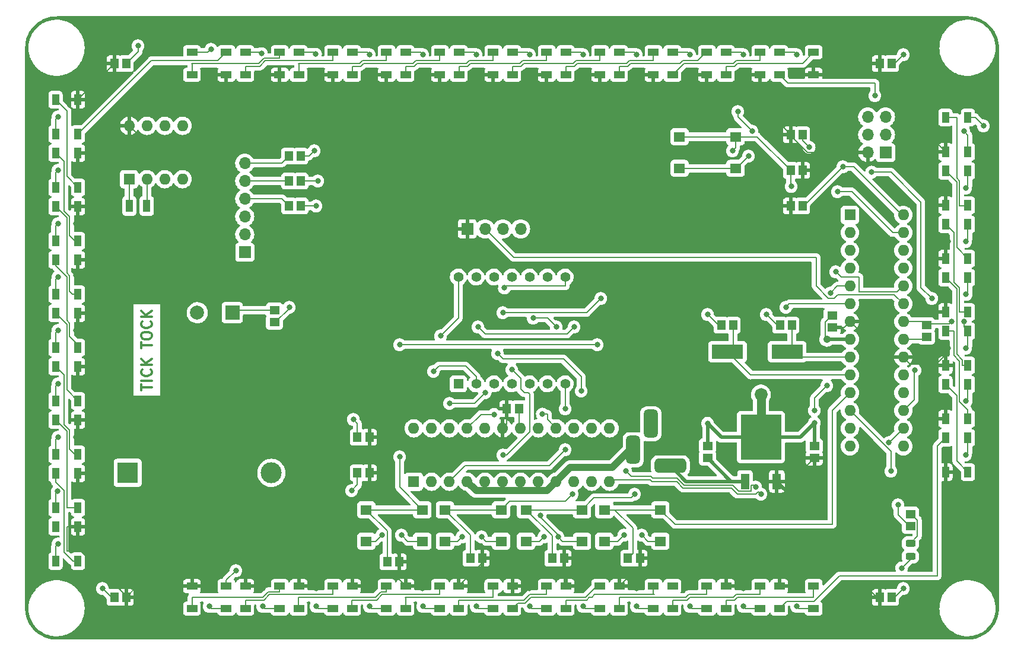
<source format=gbr>
%TF.GenerationSoftware,KiCad,Pcbnew,(6.0.5)*%
%TF.CreationDate,2022-07-21T22:29:01-04:00*%
%TF.ProjectId,clock,636c6f63-6b2e-46b6-9963-61645f706362,rev?*%
%TF.SameCoordinates,PX4cc9b70PY86327e0*%
%TF.FileFunction,Copper,L1,Top*%
%TF.FilePolarity,Positive*%
%FSLAX46Y46*%
G04 Gerber Fmt 4.6, Leading zero omitted, Abs format (unit mm)*
G04 Created by KiCad (PCBNEW (6.0.5)) date 2022-07-21 22:29:01*
%MOMM*%
%LPD*%
G01*
G04 APERTURE LIST*
G04 Aperture macros list*
%AMRoundRect*
0 Rectangle with rounded corners*
0 $1 Rounding radius*
0 $2 $3 $4 $5 $6 $7 $8 $9 X,Y pos of 4 corners*
0 Add a 4 corners polygon primitive as box body*
4,1,4,$2,$3,$4,$5,$6,$7,$8,$9,$2,$3,0*
0 Add four circle primitives for the rounded corners*
1,1,$1+$1,$2,$3*
1,1,$1+$1,$4,$5*
1,1,$1+$1,$6,$7*
1,1,$1+$1,$8,$9*
0 Add four rect primitives between the rounded corners*
20,1,$1+$1,$2,$3,$4,$5,0*
20,1,$1+$1,$4,$5,$6,$7,0*
20,1,$1+$1,$6,$7,$8,$9,0*
20,1,$1+$1,$8,$9,$2,$3,0*%
G04 Aperture macros list end*
%ADD10C,0.300000*%
%TA.AperFunction,NonConductor*%
%ADD11C,0.300000*%
%TD*%
%TA.AperFunction,SMDPad,CuDef*%
%ADD12R,1.150000X1.400000*%
%TD*%
%TA.AperFunction,SMDPad,CuDef*%
%ADD13R,1.000000X1.500000*%
%TD*%
%TA.AperFunction,SMDPad,CuDef*%
%ADD14R,1.500000X1.000000*%
%TD*%
%TA.AperFunction,SMDPad,CuDef*%
%ADD15R,1.600000X1.400000*%
%TD*%
%TA.AperFunction,SMDPad,CuDef*%
%ADD16R,1.400000X1.150000*%
%TD*%
%TA.AperFunction,ComponentPad*%
%ADD17R,1.700000X1.700000*%
%TD*%
%TA.AperFunction,ComponentPad*%
%ADD18O,1.700000X1.700000*%
%TD*%
%TA.AperFunction,ComponentPad*%
%ADD19R,1.400000X1.400000*%
%TD*%
%TA.AperFunction,ComponentPad*%
%ADD20C,1.400000*%
%TD*%
%TA.AperFunction,SMDPad,CuDef*%
%ADD21R,1.200000X2.200000*%
%TD*%
%TA.AperFunction,SMDPad,CuDef*%
%ADD22R,5.800000X6.400000*%
%TD*%
%TA.AperFunction,ComponentPad*%
%ADD23R,2.000000X2.000000*%
%TD*%
%TA.AperFunction,ComponentPad*%
%ADD24C,2.000000*%
%TD*%
%TA.AperFunction,SMDPad,CuDef*%
%ADD25RoundRect,0.243750X0.456250X-0.243750X0.456250X0.243750X-0.456250X0.243750X-0.456250X-0.243750X0*%
%TD*%
%TA.AperFunction,ComponentPad*%
%ADD26R,1.600000X1.600000*%
%TD*%
%TA.AperFunction,ComponentPad*%
%ADD27O,1.600000X1.600000*%
%TD*%
%TA.AperFunction,SMDPad,CuDef*%
%ADD28R,4.500000X2.000000*%
%TD*%
%TA.AperFunction,ComponentPad*%
%ADD29R,3.000000X3.000000*%
%TD*%
%TA.AperFunction,ComponentPad*%
%ADD30C,3.000000*%
%TD*%
%TA.AperFunction,SMDPad,CuDef*%
%ADD31R,1.000000X1.800000*%
%TD*%
%TA.AperFunction,ComponentPad*%
%ADD32RoundRect,0.500000X-1.750000X-0.500000X1.750000X-0.500000X1.750000X0.500000X-1.750000X0.500000X0*%
%TD*%
%TA.AperFunction,ComponentPad*%
%ADD33RoundRect,0.500000X0.500000X-1.500000X0.500000X1.500000X-0.500000X1.500000X-0.500000X-1.500000X0*%
%TD*%
%TA.AperFunction,ViaPad*%
%ADD34C,0.812800*%
%TD*%
%TA.AperFunction,ViaPad*%
%ADD35C,1.828800*%
%TD*%
%TA.AperFunction,ViaPad*%
%ADD36C,1.066800*%
%TD*%
%TA.AperFunction,ViaPad*%
%ADD37C,2.032000*%
%TD*%
%TA.AperFunction,Conductor*%
%ADD38C,1.016000*%
%TD*%
%TA.AperFunction,Conductor*%
%ADD39C,0.203200*%
%TD*%
%TA.AperFunction,Conductor*%
%ADD40C,0.508000*%
%TD*%
%TA.AperFunction,Conductor*%
%ADD41C,1.270000*%
%TD*%
%TA.AperFunction,Conductor*%
%ADD42C,0.500000*%
%TD*%
G04 APERTURE END LIST*
D10*
D11*
X16450571Y35687715D02*
X16450571Y36544858D01*
X17950571Y36116286D02*
X16450571Y36116286D01*
X17950571Y37044858D02*
X16450571Y37044858D01*
X17807714Y38616286D02*
X17879142Y38544858D01*
X17950571Y38330572D01*
X17950571Y38187715D01*
X17879142Y37973429D01*
X17736285Y37830572D01*
X17593428Y37759143D01*
X17307714Y37687715D01*
X17093428Y37687715D01*
X16807714Y37759143D01*
X16664857Y37830572D01*
X16522000Y37973429D01*
X16450571Y38187715D01*
X16450571Y38330572D01*
X16522000Y38544858D01*
X16593428Y38616286D01*
X17950571Y39259143D02*
X16450571Y39259143D01*
X17950571Y40116286D02*
X17093428Y39473429D01*
X16450571Y40116286D02*
X17307714Y39259143D01*
X16450571Y41687715D02*
X16450571Y42544858D01*
X17950571Y42116286D02*
X16450571Y42116286D01*
X16450571Y43330572D02*
X16450571Y43616286D01*
X16522000Y43759143D01*
X16664857Y43902000D01*
X16950571Y43973429D01*
X17450571Y43973429D01*
X17736285Y43902000D01*
X17879142Y43759143D01*
X17950571Y43616286D01*
X17950571Y43330572D01*
X17879142Y43187715D01*
X17736285Y43044858D01*
X17450571Y42973429D01*
X16950571Y42973429D01*
X16664857Y43044858D01*
X16522000Y43187715D01*
X16450571Y43330572D01*
X17807714Y45473429D02*
X17879142Y45402000D01*
X17950571Y45187715D01*
X17950571Y45044858D01*
X17879142Y44830572D01*
X17736285Y44687715D01*
X17593428Y44616286D01*
X17307714Y44544858D01*
X17093428Y44544858D01*
X16807714Y44616286D01*
X16664857Y44687715D01*
X16522000Y44830572D01*
X16450571Y45044858D01*
X16450571Y45187715D01*
X16522000Y45402000D01*
X16593428Y45473429D01*
X17950571Y46116286D02*
X16450571Y46116286D01*
X17950571Y46973429D02*
X17093428Y46330572D01*
X16450571Y46973429D02*
X17307714Y46116286D01*
D12*
%TO.P,C4,1*%
%TO.N,GND*%
X107608000Y44958000D03*
%TO.P,C4,2*%
%TO.N,/RTAL1*%
X109308000Y44958000D03*
%TD*%
D13*
%TO.P,D18,1,VSS*%
%TO.N,GND*%
X134442000Y66966000D03*
%TO.P,D18,2,DIN*%
%TO.N,Net-(D17-Pad4)*%
X131242000Y66966000D03*
%TO.P,D18,3,VDD*%
%TO.N,VCC*%
X131242000Y62066000D03*
%TO.P,D18,4,DOUT*%
%TO.N,Net-(D18-Pad4)*%
X134442000Y62066000D03*
%TD*%
D14*
%TO.P,D28,1,VSS*%
%TO.N,GND*%
X46572000Y83896000D03*
%TO.P,D28,2,DIN*%
%TO.N,Net-(D27-Pad4)*%
X46572000Y80696000D03*
%TO.P,D28,3,VDD*%
%TO.N,VCC*%
X51472000Y80696000D03*
%TO.P,D28,4,DOUT*%
%TO.N,Net-(D28-Pad4)*%
X51472000Y83896000D03*
%TD*%
D15*
%TO.P,SW1,1,A*%
%TO.N,GND*%
X56578000Y14096000D03*
%TO.P,SW1,2,A*%
X48578000Y14096000D03*
%TO.P,SW1,3,B*%
%TO.N,BTN_ALARM*%
X56578000Y18596000D03*
%TO.P,SW1,4,B*%
X48578000Y18596000D03*
%TD*%
D14*
%TO.P,D7,1,VSS*%
%TO.N,GND*%
X74332000Y4496000D03*
%TO.P,D7,2,DIN*%
%TO.N,Net-(D6-Pad4)*%
X74332000Y7696000D03*
%TO.P,D7,3,VDD*%
%TO.N,VCC*%
X69432000Y7696000D03*
%TO.P,D7,4,DOUT*%
%TO.N,Net-(D7-Pad4)*%
X69432000Y4496000D03*
%TD*%
D16*
%TO.P,C2,1*%
%TO.N,VCC*%
X115062000Y44616000D03*
%TO.P,C2,2*%
%TO.N,GND*%
X115062000Y46316000D03*
%TD*%
D12*
%TO.P,C5,1*%
%TO.N,GND*%
X99226000Y44958000D03*
%TO.P,C5,2*%
%TO.N,/RTAL2*%
X100926000Y44958000D03*
%TD*%
D17*
%TO.P,U5,1,VCC*%
%TO.N,VCC*%
X62992000Y58706000D03*
D18*
%TO.P,U5,2,TRIG*%
%TO.N,TRIG*%
X65532000Y58706000D03*
%TO.P,U5,3,ECHO*%
%TO.N,ECHO*%
X68072000Y58706000D03*
%TO.P,U5,4,GND*%
%TO.N,GND*%
X70612000Y58706000D03*
%TD*%
D13*
%TO.P,D16,1,VSS*%
%TO.N,GND*%
X134442000Y51726000D03*
%TO.P,D16,2,DIN*%
%TO.N,Net-(D15-Pad4)*%
X131242000Y51726000D03*
%TO.P,D16,3,VDD*%
%TO.N,VCC*%
X131242000Y46826000D03*
%TO.P,D16,4,DOUT*%
%TO.N,Net-(D16-Pad4)*%
X134442000Y46826000D03*
%TD*%
D12*
%TO.P,R11,1*%
%TO.N,VCC*%
X76796000Y11684000D03*
%TO.P,R11,2*%
%TO.N,BTN_UP*%
X75096000Y11684000D03*
%TD*%
D13*
%TO.P,D38,1,VSS*%
%TO.N,GND*%
X4242000Y26506000D03*
%TO.P,D38,2,DIN*%
%TO.N,Net-(D37-Pad4)*%
X7442000Y26506000D03*
%TO.P,D38,3,VDD*%
%TO.N,VCC*%
X7442000Y31406000D03*
%TO.P,D38,4,DOUT*%
%TO.N,Net-(D38-Pad4)*%
X4242000Y31406000D03*
%TD*%
D14*
%TO.P,D9,1,VSS*%
%TO.N,GND*%
X89572000Y4496000D03*
%TO.P,D9,2,DIN*%
%TO.N,Net-(D8-Pad4)*%
X89572000Y7696000D03*
%TO.P,D9,3,VDD*%
%TO.N,VCC*%
X84672000Y7696000D03*
%TO.P,D9,4,DOUT*%
%TO.N,Net-(D10-Pad2)*%
X84672000Y4496000D03*
%TD*%
D19*
%TO.P,DS1,1,E*%
%TO.N,/SEG_E*%
X61722000Y36576000D03*
D20*
%TO.P,DS1,2,D*%
%TO.N,/SEG_D*%
X64262000Y36576000D03*
%TO.P,DS1,3,DP*%
%TO.N,/SEG_DP*%
X66802000Y36576000D03*
%TO.P,DS1,4,C*%
%TO.N,/SEG_C*%
X69342000Y36576000D03*
%TO.P,DS1,5,G*%
%TO.N,/SEG_G*%
X71882000Y36576000D03*
%TO.P,DS1,6,COM_DIG.4*%
%TO.N,GND*%
X74422000Y36576000D03*
%TO.P,DS1,7,COM_COLON*%
%TO.N,/DIG_4*%
X76962000Y36576000D03*
%TO.P,DS1,8,COLON*%
%TO.N,/SEG_DP*%
X76962000Y51816000D03*
%TO.P,DS1,9,B*%
%TO.N,/SEG_B*%
X74422000Y51816000D03*
%TO.P,DS1,10,COM_DIG.3*%
%TO.N,GND*%
X71882000Y51816000D03*
%TO.P,DS1,11,COM_DIG.2*%
%TO.N,/DIG_1*%
X69342000Y51816000D03*
%TO.P,DS1,12,F*%
%TO.N,/SEG_F*%
X66802000Y51816000D03*
%TO.P,DS1,13,A*%
%TO.N,/SEG_A*%
X64262000Y51816000D03*
%TO.P,DS1,14,COM_DIG.1*%
%TO.N,/DIG_0*%
X61722000Y51816000D03*
%TD*%
D14*
%TO.P,D27,1,VSS*%
%TO.N,GND*%
X54192000Y83896000D03*
%TO.P,D27,2,DIN*%
%TO.N,Net-(D26-Pad4)*%
X54192000Y80696000D03*
%TO.P,D27,3,VDD*%
%TO.N,VCC*%
X59092000Y80696000D03*
%TO.P,D27,4,DOUT*%
%TO.N,Net-(D27-Pad4)*%
X59092000Y83896000D03*
%TD*%
D12*
%TO.P,R15,1*%
%TO.N,VCC*%
X109132000Y72136000D03*
%TO.P,R15,2*%
%TO.N,SDA*%
X110832000Y72136000D03*
%TD*%
D13*
%TO.P,D13,1,VSS*%
%TO.N,GND*%
X134442000Y28866000D03*
%TO.P,D13,2,DIN*%
%TO.N,Net-(D12-Pad4)*%
X131242000Y28866000D03*
%TO.P,D13,3,VDD*%
%TO.N,VCC*%
X131242000Y23966000D03*
%TO.P,D13,4,DOUT*%
%TO.N,Net-(D13-Pad4)*%
X134442000Y23966000D03*
%TD*%
D16*
%TO.P,C6,1*%
%TO.N,Net-(C6-Pad1)*%
X97282000Y26006000D03*
%TO.P,C6,2*%
%TO.N,GND*%
X97282000Y27706000D03*
%TD*%
D12*
%TO.P,C10,1*%
%TO.N,VCC*%
X14312000Y6096000D03*
%TO.P,C10,2*%
%TO.N,GND*%
X12612000Y6096000D03*
%TD*%
%TO.P,R2,1*%
%TO.N,VCC*%
X110832000Y67056000D03*
%TO.P,R2,2*%
%TO.N,RESET*%
X109132000Y67056000D03*
%TD*%
D16*
%TO.P,C1,1*%
%TO.N,Net-(C1-Pad1)*%
X128524000Y43258000D03*
%TO.P,C1,2*%
%TO.N,GND*%
X128524000Y44958000D03*
%TD*%
D14*
%TO.P,D11,1,VSS*%
%TO.N,GND*%
X104812000Y4496000D03*
%TO.P,D11,2,DIN*%
%TO.N,Net-(D10-Pad4)*%
X104812000Y7696000D03*
%TO.P,D11,3,VDD*%
%TO.N,VCC*%
X99912000Y7696000D03*
%TO.P,D11,4,DOUT*%
%TO.N,Net-(D11-Pad4)*%
X99912000Y4496000D03*
%TD*%
D12*
%TO.P,C3,1*%
%TO.N,Net-(C3-Pad1)*%
X37504000Y69088000D03*
%TO.P,C3,2*%
%TO.N,RESET*%
X39204000Y69088000D03*
%TD*%
D14*
%TO.P,D6,1,VSS*%
%TO.N,GND*%
X66697920Y4496000D03*
%TO.P,D6,2,DIN*%
%TO.N,Net-(D5-Pad4)*%
X66697920Y7696000D03*
%TO.P,D6,3,VDD*%
%TO.N,VCC*%
X61797920Y7696000D03*
%TO.P,D6,4,DOUT*%
%TO.N,Net-(D6-Pad4)*%
X61797920Y4496000D03*
%TD*%
D13*
%TO.P,D35,1,VSS*%
%TO.N,GND*%
X4242000Y49366000D03*
%TO.P,D35,2,DIN*%
%TO.N,Net-(D34-Pad4)*%
X7442000Y49366000D03*
%TO.P,D35,3,VDD*%
%TO.N,VCC*%
X7442000Y54266000D03*
%TO.P,D35,4,DOUT*%
%TO.N,Net-(D35-Pad4)*%
X4242000Y54266000D03*
%TD*%
%TO.P,D14,1,VSS*%
%TO.N,GND*%
X134442000Y36486000D03*
%TO.P,D14,2,DIN*%
%TO.N,Net-(D13-Pad4)*%
X131242000Y36486000D03*
%TO.P,D14,3,VDD*%
%TO.N,VCC*%
X131242000Y31586000D03*
%TO.P,D14,4,DOUT*%
%TO.N,Net-(D14-Pad4)*%
X134442000Y31586000D03*
%TD*%
D12*
%TO.P,R4,1*%
%TO.N,Net-(J2-Pad4)*%
X37562000Y61976000D03*
%TO.P,R4,2*%
%TO.N,TXD*%
X39262000Y61976000D03*
%TD*%
%TO.P,C11,1*%
%TO.N,VCC*%
X121832000Y6096000D03*
%TO.P,C11,2*%
%TO.N,GND*%
X123532000Y6096000D03*
%TD*%
D13*
%TO.P,D33,1,VSS*%
%TO.N,GND*%
X4242000Y64606000D03*
%TO.P,D33,2,DIN*%
%TO.N,Net-(D32-Pad4)*%
X7442000Y64606000D03*
%TO.P,D33,3,VDD*%
%TO.N,VCC*%
X7442000Y69506000D03*
%TO.P,D33,4,DOUT*%
%TO.N,Net-(D33-Pad4)*%
X4242000Y69506000D03*
%TD*%
D12*
%TO.P,R9,1*%
%TO.N,VCC*%
X53262000Y11176000D03*
%TO.P,R9,2*%
%TO.N,BTN_ALARM*%
X51562000Y11176000D03*
%TD*%
%TO.P,C12,1*%
%TO.N,VCC*%
X121832000Y82296000D03*
%TO.P,C12,2*%
%TO.N,GND*%
X123532000Y82296000D03*
%TD*%
D14*
%TO.P,D31,1,VSS*%
%TO.N,GND*%
X23712000Y83896000D03*
%TO.P,D31,2,DIN*%
%TO.N,Net-(D30-Pad4)*%
X23712000Y80696000D03*
%TO.P,D31,3,VDD*%
%TO.N,VCC*%
X28612000Y80696000D03*
%TO.P,D31,4,DOUT*%
%TO.N,Net-(D31-Pad4)*%
X28612000Y83896000D03*
%TD*%
D13*
%TO.P,D34,1,VSS*%
%TO.N,GND*%
X4242000Y56986000D03*
%TO.P,D34,2,DIN*%
%TO.N,Net-(D33-Pad4)*%
X7442000Y56986000D03*
%TO.P,D34,3,VDD*%
%TO.N,VCC*%
X7442000Y61886000D03*
%TO.P,D34,4,DOUT*%
%TO.N,Net-(D34-Pad4)*%
X4242000Y61886000D03*
%TD*%
D12*
%TO.P,C13,1*%
%TO.N,VCC*%
X12612000Y82296000D03*
%TO.P,C13,2*%
%TO.N,GND*%
X14312000Y82296000D03*
%TD*%
D21*
%TO.P,U2,1,IN*%
%TO.N,Net-(C6-Pad1)*%
X102622000Y22656000D03*
D22*
%TO.P,U2,2,GND*%
%TO.N,GND*%
X104902000Y28956000D03*
D21*
%TO.P,U2,3,OUT*%
%TO.N,VCC*%
X107182000Y22656000D03*
%TD*%
D13*
%TO.P,D32,1,VSS*%
%TO.N,GND*%
X4242000Y72226000D03*
%TO.P,D32,2,DIN*%
%TO.N,Net-(D31-Pad4)*%
X7442000Y72226000D03*
%TO.P,D32,3,VDD*%
%TO.N,VCC*%
X7442000Y77126000D03*
%TO.P,D32,4,DOUT*%
%TO.N,Net-(D32-Pad4)*%
X4242000Y77126000D03*
%TD*%
D16*
%TO.P,C7,1*%
%TO.N,VCC*%
X112522000Y26006000D03*
%TO.P,C7,2*%
%TO.N,GND*%
X112522000Y27706000D03*
%TD*%
D23*
%TO.P,BZ1,1,-*%
%TO.N,Net-(BZ1-Pad1)*%
X29464000Y46736000D03*
D24*
%TO.P,BZ1,2,+*%
%TO.N,GND*%
X24464000Y46736000D03*
%TD*%
D25*
%TO.P,D50,1,K*%
%TO.N,GND*%
X126238000Y11938500D03*
%TO.P,D50,2,A*%
%TO.N,Net-(D50-Pad2)*%
X126238000Y13813500D03*
%TD*%
D14*
%TO.P,D30,1,VSS*%
%TO.N,GND*%
X31332000Y83896000D03*
%TO.P,D30,2,DIN*%
%TO.N,Net-(D29-Pad4)*%
X31332000Y80696000D03*
%TO.P,D30,3,VDD*%
%TO.N,VCC*%
X36232000Y80696000D03*
%TO.P,D30,4,DOUT*%
%TO.N,Net-(D30-Pad4)*%
X36232000Y83896000D03*
%TD*%
D12*
%TO.P,C9,1*%
%TO.N,VCC*%
X49022000Y28956000D03*
%TO.P,C9,2*%
%TO.N,GND*%
X47322000Y28956000D03*
%TD*%
D15*
%TO.P,SW3,1,A*%
%TO.N,GND*%
X79374000Y14096000D03*
%TO.P,SW3,2,A*%
X71374000Y14096000D03*
%TO.P,SW3,3,B*%
%TO.N,BTN_UP*%
X79374000Y18596000D03*
%TO.P,SW3,4,B*%
X71374000Y18596000D03*
%TD*%
D14*
%TO.P,D20,1,VSS*%
%TO.N,GND*%
X107532000Y83896000D03*
%TO.P,D20,2,DIN*%
%TO.N,Net-(D19-Pad4)*%
X107532000Y80696000D03*
%TO.P,D20,3,VDD*%
%TO.N,VCC*%
X112432000Y80696000D03*
%TO.P,D20,4,DOUT*%
%TO.N,Net-(D20-Pad4)*%
X112432000Y83896000D03*
%TD*%
D12*
%TO.P,R3,1*%
%TO.N,Net-(J2-Pad5)*%
X37562000Y65532000D03*
%TO.P,R3,2*%
%TO.N,RXD*%
X39262000Y65532000D03*
%TD*%
D26*
%TO.P,U3,1,DIN*%
%TO.N,DISP_DATA*%
X55367000Y22616000D03*
D27*
%TO.P,U3,2,DIG_0*%
%TO.N,/DIG_0*%
X57907000Y22616000D03*
%TO.P,U3,3,DIG_4*%
%TO.N,/DIG_4*%
X60447000Y22616000D03*
%TO.P,U3,4,GND*%
%TO.N,GND*%
X62987000Y22616000D03*
%TO.P,U3,5,DIG_6*%
X65527000Y22616000D03*
%TO.P,U3,6,DIG_2*%
X68067000Y22616000D03*
%TO.P,U3,7,DIG_3*%
X70607000Y22616000D03*
%TO.P,U3,8,DIG_7*%
X73147000Y22616000D03*
%TO.P,U3,9,GND*%
X75687000Y22616000D03*
%TO.P,U3,10,DIG_5*%
%TO.N,unconnected-(U3-Pad10)*%
X78227000Y22616000D03*
%TO.P,U3,11,DIG_1*%
%TO.N,/DIG_1*%
X80767000Y22616000D03*
%TO.P,U3,12,LOAD*%
%TO.N,DISP_LOAD*%
X83307000Y22616000D03*
%TO.P,U3,13,CLK*%
%TO.N,DISP_CLK*%
X83307000Y30236000D03*
%TO.P,U3,14,SEG_A*%
%TO.N,/SEG_A*%
X80767000Y30236000D03*
%TO.P,U3,15,SEG_F*%
%TO.N,/SEG_F*%
X78227000Y30236000D03*
%TO.P,U3,16,SEG_B*%
%TO.N,/SEG_B*%
X75687000Y30236000D03*
%TO.P,U3,17,SEG_G*%
%TO.N,/SEG_G*%
X73147000Y30236000D03*
%TO.P,U3,18,ISET*%
%TO.N,Net-(R5-Pad2)*%
X70607000Y30236000D03*
%TO.P,U3,19,V+*%
%TO.N,VCC*%
X68067000Y30236000D03*
%TO.P,U3,20,SEG_C*%
%TO.N,/SEG_C*%
X65527000Y30236000D03*
%TO.P,U3,21,SEG_E*%
%TO.N,/SEG_E*%
X62987000Y30236000D03*
%TO.P,U3,22,SEG_DP*%
%TO.N,/SEG_DP*%
X60447000Y30236000D03*
%TO.P,U3,23,SEG_D*%
%TO.N,/SEG_D*%
X57907000Y30236000D03*
%TO.P,U3,24,DOUT*%
%TO.N,unconnected-(U3-Pad24)*%
X55367000Y30236000D03*
%TD*%
D16*
%TO.P,R1,1*%
%TO.N,LED_SCK*%
X126238000Y16256000D03*
%TO.P,R1,2*%
%TO.N,Net-(D50-Pad2)*%
X126238000Y17956000D03*
%TD*%
%TO.P,R13,1*%
%TO.N,Net-(BZ1-Pad1)*%
X35472000Y47078000D03*
%TO.P,R13,2*%
%TO.N,BUZZER*%
X35472000Y45378000D03*
%TD*%
D12*
%TO.P,R14,1*%
%TO.N,VCC*%
X109132000Y61976000D03*
%TO.P,R14,2*%
%TO.N,SCL*%
X110832000Y61976000D03*
%TD*%
D26*
%TO.P,U4,1,X1*%
%TO.N,/RTC_XTAL1*%
X14742000Y65796000D03*
D27*
%TO.P,U4,2,X2*%
%TO.N,/RTC_XTAL2*%
X17282000Y65796000D03*
%TO.P,U4,3,VBAT*%
%TO.N,/VBAT*%
X19822000Y65796000D03*
%TO.P,U4,4,GND*%
%TO.N,GND*%
X22362000Y65796000D03*
%TO.P,U4,5,SDA*%
%TO.N,SDA*%
X22362000Y73416000D03*
%TO.P,U4,6,SCL*%
%TO.N,SCL*%
X19822000Y73416000D03*
%TO.P,U4,7,SQW/OUT*%
%TO.N,unconnected-(U4-Pad7)*%
X17282000Y73416000D03*
%TO.P,U4,8,VCC*%
%TO.N,VCC*%
X14742000Y73416000D03*
%TD*%
D14*
%TO.P,D24,1,VSS*%
%TO.N,GND*%
X77052000Y83896000D03*
%TO.P,D24,2,DIN*%
%TO.N,Net-(D23-Pad4)*%
X77052000Y80696000D03*
%TO.P,D24,3,VDD*%
%TO.N,VCC*%
X81952000Y80696000D03*
%TO.P,D24,4,DOUT*%
%TO.N,Net-(D24-Pad4)*%
X81952000Y83896000D03*
%TD*%
D28*
%TO.P,Y1,1,1*%
%TO.N,/RTAL2*%
X100144000Y41148000D03*
%TO.P,Y1,2,2*%
%TO.N,/RTAL1*%
X108644000Y41148000D03*
%TD*%
D14*
%TO.P,D25,1,VSS*%
%TO.N,GND*%
X69432000Y83896000D03*
%TO.P,D25,2,DIN*%
%TO.N,Net-(D24-Pad4)*%
X69432000Y80696000D03*
%TO.P,D25,3,VDD*%
%TO.N,VCC*%
X74332000Y80696000D03*
%TO.P,D25,4,DOUT*%
%TO.N,Net-(D25-Pad4)*%
X74332000Y83896000D03*
%TD*%
%TO.P,D22,1,VSS*%
%TO.N,GND*%
X92292000Y83896000D03*
%TO.P,D22,2,DIN*%
%TO.N,Net-(D21-Pad4)*%
X92292000Y80696000D03*
%TO.P,D22,3,VDD*%
%TO.N,VCC*%
X97192000Y80696000D03*
%TO.P,D22,4,DOUT*%
%TO.N,Net-(D22-Pad4)*%
X97192000Y83896000D03*
%TD*%
%TO.P,D10,1,VSS*%
%TO.N,GND*%
X97192000Y4496000D03*
%TO.P,D10,2,DIN*%
%TO.N,Net-(D10-Pad2)*%
X97192000Y7696000D03*
%TO.P,D10,3,VDD*%
%TO.N,unconnected-(D10-Pad3)*%
X92292000Y7696000D03*
%TO.P,D10,4,DOUT*%
%TO.N,Net-(D10-Pad4)*%
X92292000Y4496000D03*
%TD*%
D12*
%TO.P,C8,1*%
%TO.N,VCC*%
X49022000Y23876000D03*
%TO.P,C8,2*%
%TO.N,GND*%
X47322000Y23876000D03*
%TD*%
%TO.P,R12,1*%
%TO.N,VCC*%
X87630000Y11684000D03*
%TO.P,R12,2*%
%TO.N,BTN_PAUSE*%
X85930000Y11684000D03*
%TD*%
D13*
%TO.P,D17,1,VSS*%
%TO.N,GND*%
X134442000Y59346000D03*
%TO.P,D17,2,DIN*%
%TO.N,Net-(D16-Pad4)*%
X131242000Y59346000D03*
%TO.P,D17,3,VDD*%
%TO.N,VCC*%
X131242000Y54446000D03*
%TO.P,D17,4,DOUT*%
%TO.N,Net-(D17-Pad4)*%
X134442000Y54446000D03*
%TD*%
%TO.P,D19,1,VSS*%
%TO.N,GND*%
X134442000Y74586000D03*
%TO.P,D19,2,DIN*%
%TO.N,Net-(D18-Pad4)*%
X131242000Y74586000D03*
%TO.P,D19,3,VDD*%
%TO.N,VCC*%
X131242000Y69686000D03*
%TO.P,D19,4,DOUT*%
%TO.N,Net-(D19-Pad4)*%
X134442000Y69686000D03*
%TD*%
D14*
%TO.P,D8,1,VSS*%
%TO.N,GND*%
X81952000Y4496000D03*
%TO.P,D8,2,DIN*%
%TO.N,Net-(D7-Pad4)*%
X81952000Y7696000D03*
%TO.P,D8,3,VDD*%
%TO.N,VCC*%
X77052000Y7696000D03*
%TO.P,D8,4,DOUT*%
%TO.N,Net-(D8-Pad4)*%
X77052000Y4496000D03*
%TD*%
%TO.P,D26,1,VSS*%
%TO.N,GND*%
X61812000Y83896000D03*
%TO.P,D26,2,DIN*%
%TO.N,Net-(D25-Pad4)*%
X61812000Y80696000D03*
%TO.P,D26,3,VDD*%
%TO.N,VCC*%
X66712000Y80696000D03*
%TO.P,D26,4,DOUT*%
%TO.N,Net-(D26-Pad4)*%
X66712000Y83896000D03*
%TD*%
%TO.P,D23,1,VSS*%
%TO.N,GND*%
X84672000Y83896000D03*
%TO.P,D23,2,DIN*%
%TO.N,Net-(D22-Pad4)*%
X84672000Y80696000D03*
%TO.P,D23,3,VDD*%
%TO.N,VCC*%
X89572000Y80696000D03*
%TO.P,D23,4,DOUT*%
%TO.N,Net-(D23-Pad4)*%
X89572000Y83896000D03*
%TD*%
D26*
%TO.P,U1,1,~{RESET}/PC6*%
%TO.N,RESET*%
X117602000Y60696000D03*
D27*
%TO.P,U1,2,RXD/PD0*%
%TO.N,RXD*%
X117602000Y58156000D03*
%TO.P,U1,3,TXD/PD1*%
%TO.N,TXD*%
X117602000Y55616000D03*
%TO.P,U1,4,INT0/PD2*%
%TO.N,BTN_UP*%
X117602000Y53076000D03*
%TO.P,U1,5,INT1/PD3*%
%TO.N,BUZZER*%
X117602000Y50536000D03*
%TO.P,U1,6,PD4*%
%TO.N,BTN_ALARM*%
X117602000Y47996000D03*
%TO.P,U1,7,VCC*%
%TO.N,VCC*%
X117602000Y45456000D03*
%TO.P,U1,8,GND*%
%TO.N,GND*%
X117602000Y42916000D03*
%TO.P,U1,9,XTAL1/PB6*%
%TO.N,/RTAL1*%
X117602000Y40376000D03*
%TO.P,U1,10,XTAL2/PB7*%
%TO.N,/RTAL2*%
X117602000Y37836000D03*
%TO.P,U1,11,OC0B/PD5*%
%TO.N,BTN_PAUSE*%
X117602000Y35296000D03*
%TO.P,U1,12,OC0A/PD6*%
%TO.N,NEO*%
X117602000Y32756000D03*
%TO.P,U1,13,PD7*%
%TO.N,BTN_DWN*%
X117602000Y30216000D03*
%TO.P,U1,14,PB0*%
%TO.N,DISP_LOAD*%
X117602000Y27676000D03*
%TO.P,U1,15,OC1A/PB1*%
%TO.N,DISP_CLK*%
X125222000Y27676000D03*
%TO.P,U1,16,OC1B/PB2*%
%TO.N,DISP_DATA*%
X125222000Y30216000D03*
%TO.P,U1,17,MOSI/PB3*%
%TO.N,MOSI*%
X125222000Y32756000D03*
%TO.P,U1,18,MISO/PB4*%
%TO.N,MISO*%
X125222000Y35296000D03*
%TO.P,U1,19,SCK/PB5*%
%TO.N,LED_SCK*%
X125222000Y37836000D03*
%TO.P,U1,20,AVCC*%
%TO.N,VCC*%
X125222000Y40376000D03*
%TO.P,U1,21,AREF*%
%TO.N,Net-(C1-Pad1)*%
X125222000Y42916000D03*
%TO.P,U1,22,GND*%
%TO.N,GND*%
X125222000Y45456000D03*
%TO.P,U1,23,ADC0/PC0*%
%TO.N,TRIG*%
X125222000Y47996000D03*
%TO.P,U1,24,ADC1/PC1*%
%TO.N,ECHO*%
X125222000Y50536000D03*
%TO.P,U1,25,ADC2/PC2*%
%TO.N,unconnected-(U1-Pad25)*%
X125222000Y53076000D03*
%TO.P,U1,26,ADC3/PC3*%
%TO.N,unconnected-(U1-Pad26)*%
X125222000Y55616000D03*
%TO.P,U1,27,SDA/PC4*%
%TO.N,SDA*%
X125222000Y58156000D03*
%TO.P,U1,28,SCL/PC5*%
%TO.N,SCL*%
X125222000Y60696000D03*
%TD*%
D14*
%TO.P,D21,1,VSS*%
%TO.N,GND*%
X99912000Y83896000D03*
%TO.P,D21,2,DIN*%
%TO.N,Net-(D20-Pad4)*%
X99912000Y80696000D03*
%TO.P,D21,3,VDD*%
%TO.N,VCC*%
X104812000Y80696000D03*
%TO.P,D21,4,DOUT*%
%TO.N,Net-(D21-Pad4)*%
X104812000Y83896000D03*
%TD*%
D29*
%TO.P,BT1,1,+*%
%TO.N,/VBAT*%
X14548314Y23875983D03*
D30*
%TO.P,BT1,2,-*%
%TO.N,GND*%
X35038314Y23875983D03*
%TD*%
D14*
%TO.P,D2,1,VSS*%
%TO.N,GND*%
X36232000Y4496000D03*
%TO.P,D2,2,DIN*%
%TO.N,Net-(D1-Pad4)*%
X36232000Y7696000D03*
%TO.P,D2,3,VDD*%
%TO.N,VCC*%
X31332000Y7696000D03*
%TO.P,D2,4,DOUT*%
%TO.N,Net-(D2-Pad4)*%
X31332000Y4496000D03*
%TD*%
D15*
%TO.P,SW5,1,A*%
%TO.N,GND*%
X101282000Y67346000D03*
%TO.P,SW5,2,A*%
X93282000Y67346000D03*
%TO.P,SW5,3,B*%
%TO.N,RESET*%
X101282000Y71846000D03*
%TO.P,SW5,4,B*%
X93282000Y71846000D03*
%TD*%
D13*
%TO.P,D15,1,VSS*%
%TO.N,GND*%
X134442000Y44106000D03*
%TO.P,D15,2,DIN*%
%TO.N,Net-(D14-Pad4)*%
X131242000Y44106000D03*
%TO.P,D15,3,VDD*%
%TO.N,VCC*%
X131242000Y39206000D03*
%TO.P,D15,4,DOUT*%
%TO.N,Net-(D15-Pad4)*%
X134442000Y39206000D03*
%TD*%
%TO.P,D36,1,VSS*%
%TO.N,GND*%
X4242000Y41746000D03*
%TO.P,D36,2,DIN*%
%TO.N,Net-(D35-Pad4)*%
X7442000Y41746000D03*
%TO.P,D36,3,VDD*%
%TO.N,VCC*%
X7442000Y46646000D03*
%TO.P,D36,4,DOUT*%
%TO.N,Net-(D36-Pad4)*%
X4242000Y46646000D03*
%TD*%
D14*
%TO.P,D5,1,VSS*%
%TO.N,GND*%
X59092000Y4496000D03*
%TO.P,D5,2,DIN*%
%TO.N,Net-(D4-Pad4)*%
X59092000Y7696000D03*
%TO.P,D5,3,VDD*%
%TO.N,VCC*%
X54192000Y7696000D03*
%TO.P,D5,4,DOUT*%
%TO.N,Net-(D5-Pad4)*%
X54192000Y4496000D03*
%TD*%
%TO.P,D3,1,VSS*%
%TO.N,GND*%
X43852000Y4496000D03*
%TO.P,D3,2,DIN*%
%TO.N,Net-(D2-Pad4)*%
X43852000Y7696000D03*
%TO.P,D3,3,VDD*%
%TO.N,VCC*%
X38952000Y7696000D03*
%TO.P,D3,4,DOUT*%
%TO.N,Net-(D3-Pad4)*%
X38952000Y4496000D03*
%TD*%
D13*
%TO.P,D37,1,VSS*%
%TO.N,GND*%
X4242000Y34126000D03*
%TO.P,D37,2,DIN*%
%TO.N,Net-(D36-Pad4)*%
X7442000Y34126000D03*
%TO.P,D37,3,VDD*%
%TO.N,VCC*%
X7442000Y39026000D03*
%TO.P,D37,4,DOUT*%
%TO.N,Net-(D37-Pad4)*%
X4242000Y39026000D03*
%TD*%
D17*
%TO.P,J2,1,Pin_1*%
%TO.N,GND*%
X31242000Y55372000D03*
D18*
%TO.P,J2,2,Pin_2*%
X31242000Y57912000D03*
%TO.P,J2,3,Pin_3*%
%TO.N,unconnected-(J2-Pad3)*%
X31242000Y60452000D03*
%TO.P,J2,4,Pin_4*%
%TO.N,Net-(J2-Pad4)*%
X31242000Y62992000D03*
%TO.P,J2,5,Pin_5*%
%TO.N,Net-(J2-Pad5)*%
X31242000Y65532000D03*
%TO.P,J2,6,Pin_6*%
%TO.N,Net-(C3-Pad1)*%
X31242000Y68072000D03*
%TD*%
D14*
%TO.P,D1,1,VSS*%
%TO.N,GND*%
X28612000Y4496000D03*
%TO.P,D1,2,DIN*%
%TO.N,NEO*%
X28612000Y7696000D03*
%TO.P,D1,3,VDD*%
%TO.N,VCC*%
X23712000Y7696000D03*
%TO.P,D1,4,DOUT*%
%TO.N,Net-(D1-Pad4)*%
X23712000Y4496000D03*
%TD*%
D31*
%TO.P,Y2,1,1*%
%TO.N,/RTC_XTAL1*%
X14752000Y61976000D03*
%TO.P,Y2,2,2*%
%TO.N,/RTC_XTAL2*%
X17252000Y61976000D03*
%TD*%
D12*
%TO.P,R5,1*%
%TO.N,VCC*%
X68658000Y33020000D03*
%TO.P,R5,2*%
%TO.N,Net-(R5-Pad2)*%
X70358000Y33020000D03*
%TD*%
D15*
%TO.P,SW2,1,A*%
%TO.N,GND*%
X67818000Y14096000D03*
%TO.P,SW2,2,A*%
X59818000Y14096000D03*
%TO.P,SW2,3,B*%
%TO.N,BTN_DWN*%
X67818000Y18596000D03*
%TO.P,SW2,4,B*%
X59818000Y18596000D03*
%TD*%
D17*
%TO.P,J3,1,Pin_1*%
%TO.N,MISO*%
X122682000Y69596000D03*
D18*
%TO.P,J3,2,Pin_2*%
%TO.N,VCC*%
X120142000Y69596000D03*
%TO.P,J3,3,Pin_3*%
%TO.N,LED_SCK*%
X122682000Y72136000D03*
%TO.P,J3,4,Pin_4*%
%TO.N,MOSI*%
X120142000Y72136000D03*
%TO.P,J3,5,Pin_5*%
%TO.N,RESET*%
X122682000Y74676000D03*
%TO.P,J3,6,Pin_6*%
%TO.N,GND*%
X120142000Y74676000D03*
%TD*%
D14*
%TO.P,D12,1,VSS*%
%TO.N,GND*%
X112432000Y4496000D03*
%TO.P,D12,2,DIN*%
%TO.N,Net-(D11-Pad4)*%
X112432000Y7696000D03*
%TO.P,D12,3,VDD*%
%TO.N,VCC*%
X107532000Y7696000D03*
%TO.P,D12,4,DOUT*%
%TO.N,Net-(D12-Pad4)*%
X107532000Y4496000D03*
%TD*%
%TO.P,D29,1,VSS*%
%TO.N,GND*%
X38952000Y83896000D03*
%TO.P,D29,2,DIN*%
%TO.N,Net-(D28-Pad4)*%
X38952000Y80696000D03*
%TO.P,D29,3,VDD*%
%TO.N,VCC*%
X43852000Y80696000D03*
%TO.P,D29,4,DOUT*%
%TO.N,Net-(D29-Pad4)*%
X43852000Y83896000D03*
%TD*%
%TO.P,D4,1,VSS*%
%TO.N,GND*%
X51472000Y4496000D03*
%TO.P,D4,2,DIN*%
%TO.N,Net-(D3-Pad4)*%
X51472000Y7696000D03*
%TO.P,D4,3,VDD*%
%TO.N,VCC*%
X46572000Y7696000D03*
%TO.P,D4,4,DOUT*%
%TO.N,Net-(D4-Pad4)*%
X46572000Y4496000D03*
%TD*%
D13*
%TO.P,D39,1,VSS*%
%TO.N,GND*%
X4242000Y18886000D03*
%TO.P,D39,2,DIN*%
%TO.N,Net-(D38-Pad4)*%
X7442000Y18886000D03*
%TO.P,D39,3,VDD*%
%TO.N,VCC*%
X7442000Y23786000D03*
%TO.P,D39,4,DOUT*%
%TO.N,Net-(D39-Pad4)*%
X4242000Y23786000D03*
%TD*%
%TO.P,D40,1,VSS*%
%TO.N,GND*%
X4242000Y11266000D03*
%TO.P,D40,2,DIN*%
%TO.N,Net-(D39-Pad4)*%
X7442000Y11266000D03*
%TO.P,D40,3,VDD*%
%TO.N,VCC*%
X7442000Y16166000D03*
%TO.P,D40,4,DOUT*%
%TO.N,unconnected-(D40-Pad4)*%
X4242000Y16166000D03*
%TD*%
D15*
%TO.P,SW4,1,A*%
%TO.N,GND*%
X90550000Y14096000D03*
%TO.P,SW4,2,A*%
X82550000Y14096000D03*
%TO.P,SW4,3,B*%
%TO.N,BTN_PAUSE*%
X90550000Y18596000D03*
%TO.P,SW4,4,B*%
X82550000Y18596000D03*
%TD*%
D12*
%TO.P,R10,1*%
%TO.N,VCC*%
X65112000Y11684000D03*
%TO.P,R10,2*%
%TO.N,BTN_DWN*%
X63412000Y11684000D03*
%TD*%
D32*
%TO.P,J1,1,POLE*%
%TO.N,Net-(C6-Pad1)*%
X91982011Y24877998D03*
D33*
%TO.P,J1,2,OUT*%
%TO.N,GND*%
X86682011Y27177998D03*
%TO.P,J1,3,OUT*%
%TO.N,unconnected-(J1-Pad3)*%
X89182011Y30877998D03*
%TD*%
D34*
%TO.N,GND*%
X97282000Y46482000D03*
D35*
X104902000Y35052000D03*
D34*
X53594000Y14986000D03*
X103124000Y69088000D03*
X134112000Y41656000D03*
X94742000Y83566000D03*
X102362000Y4826000D03*
X26162000Y4826000D03*
X4572000Y59436000D03*
X33782000Y4826000D03*
X4572000Y74676000D03*
X65024000Y14732000D03*
X10922000Y7366000D03*
X112522000Y30988000D03*
X87884000Y14986000D03*
X26416000Y84328000D03*
X79502000Y83566000D03*
X56642000Y4826000D03*
X136652000Y73406000D03*
X85344000Y14986000D03*
X56642000Y83566000D03*
X4572000Y28956000D03*
X134182501Y34106501D03*
X33627430Y83720570D03*
X75946000Y14732000D03*
X73406000Y17780000D03*
X71882000Y83566000D03*
X46736000Y31496000D03*
X4572000Y36576000D03*
X49022000Y83566000D03*
X125222000Y83566000D03*
X133858000Y45466000D03*
X103632000Y72644000D03*
X87122000Y4826000D03*
X109982000Y4826000D03*
X73914000Y14732000D03*
X64262000Y4826000D03*
X64262000Y83566000D03*
X4572000Y51816000D03*
X4572000Y44196000D03*
X41331499Y83636501D03*
X102362000Y83566000D03*
X105664000Y46482000D03*
X41402000Y4826000D03*
X125222000Y7366000D03*
X101600000Y75438000D03*
X50800000Y14986000D03*
X4501499Y21265499D03*
X132080000Y45466000D03*
X71882000Y4826000D03*
X134112000Y56896000D03*
X97282000Y30946700D03*
X87122000Y83566000D03*
X124968000Y10278000D03*
D36*
X114300000Y42926000D03*
D34*
X109982000Y83566000D03*
X79502000Y4826000D03*
X134112000Y26416000D03*
X94742000Y4826000D03*
X4572000Y67056000D03*
X134182501Y49346501D03*
X16002000Y84836000D03*
X49022000Y4826000D03*
X134112000Y64516000D03*
X62230000Y14732000D03*
X4572000Y13716000D03*
X46482000Y21336000D03*
%TO.N,VCC*%
X7112000Y44196000D03*
X109982000Y81026000D03*
X64262000Y81026000D03*
X131572000Y71933300D03*
X33782000Y7366000D03*
X56619881Y7388119D03*
X102362000Y7366000D03*
X26162000Y7366000D03*
X64262000Y7366000D03*
D37*
X109982000Y13208000D03*
D34*
X7112000Y67056000D03*
X131572000Y34036000D03*
X79502000Y81026000D03*
X71832430Y7415570D03*
X87122000Y7366000D03*
X131572000Y49276000D03*
X7112000Y52070000D03*
D36*
X109982000Y7874000D03*
D34*
X102362000Y81026000D03*
X7112000Y28956000D03*
X7112000Y59436000D03*
X79502000Y7366000D03*
D37*
X111760000Y18796000D03*
D34*
X120142000Y7366000D03*
X49022000Y21844000D03*
X94996000Y81026000D03*
X131572000Y26416000D03*
X131572000Y64516000D03*
X49022000Y7366000D03*
X49022000Y81026000D03*
X131572000Y41656000D03*
X71882000Y81026000D03*
X51308000Y17526000D03*
X26162000Y81026000D03*
X7112000Y36576000D03*
X131572000Y56896000D03*
X87122000Y81026000D03*
X33782000Y81026000D03*
X7112000Y21336000D03*
X41402000Y81026000D03*
X41402000Y7366000D03*
X7112000Y74676000D03*
%TO.N,RESET*%
X109220000Y64770000D03*
X100838000Y69850000D03*
X41148000Y69850000D03*
%TO.N,NEO*%
X123444000Y24130000D03*
X29972000Y9906000D03*
%TO.N,Net-(D19-Pad4)*%
X133858000Y72644000D03*
X121158000Y77724000D03*
%TO.N,/SEG_E*%
X66828898Y32206700D03*
%TO.N,/SEG_D*%
X58166000Y38354000D03*
%TO.N,/SEG_DP*%
X68294891Y50271809D03*
X65532000Y35306000D03*
X60452000Y33782000D03*
%TO.N,/DIG_4*%
X76962000Y27178000D03*
X76962000Y33020000D03*
%TO.N,/SEG_B*%
X72390000Y45974000D03*
X73711300Y32258000D03*
X75692000Y44704000D03*
%TO.N,GND*%
X69342000Y38608000D03*
X68072000Y26416000D03*
%TO.N,/DIG_1*%
X82042000Y48768000D03*
X68072000Y46736000D03*
%TO.N,/SEG_F*%
X79248000Y35560000D03*
X67310000Y40894000D03*
%TO.N,/SEG_A*%
X64516000Y44704000D03*
X78232000Y44704000D03*
%TO.N,/DIG_0*%
X59182000Y43434000D03*
%TO.N,LED_SCK*%
X124460000Y19304000D03*
%TO.N,MOSI*%
X120701300Y66802000D03*
X126898191Y38507109D03*
X129286000Y48768000D03*
%TO.N,RXD*%
X41656000Y65532000D03*
%TO.N,TXD*%
X41402000Y61976000D03*
%TO.N,BTN_ALARM*%
X53340000Y42164000D03*
X81534000Y42164000D03*
X108458000Y47498000D03*
X53340000Y26162000D03*
%TO.N,BTN_DWN*%
X77978000Y20828000D03*
X85598000Y24130000D03*
X104140000Y21844000D03*
%TO.N,BTN_UP*%
X114300000Y36322000D03*
X112522000Y32766000D03*
X86868000Y20828000D03*
%TO.N,SCL*%
X116586000Y67564000D03*
%TO.N,SDA*%
X111775039Y70373039D03*
X115824000Y64008000D03*
%TO.N,DISP_DATA*%
X123179541Y28183541D03*
%TO.N,ECHO*%
X115570000Y52578000D03*
%TO.N,DISP_LOAD*%
X104902000Y20828000D03*
%TO.N,BUZZER*%
X114808000Y49530000D03*
X37592000Y47498000D03*
%TD*%
D38*
%TO.N,GND*%
X74406989Y21336000D02*
X64267004Y21336000D01*
X64267004Y21336000D02*
X62986996Y22616008D01*
X77708988Y24638000D02*
X74406989Y21336000D01*
X83702017Y24638000D02*
X77708988Y24638000D01*
X85988017Y26924000D02*
X83702017Y24638000D01*
D39*
X86682011Y26230011D02*
X85988022Y26924000D01*
X86682011Y27177998D02*
X86682011Y26230011D01*
%TO.N,MOSI*%
X126746000Y34280000D02*
X125222000Y32756000D01*
X126746000Y38354918D02*
X126746000Y34280000D01*
X126898191Y38507109D02*
X126746000Y38354918D01*
%TO.N,GND*%
X134442000Y51726000D02*
X134442000Y49606000D01*
X103124000Y69088000D02*
X101382000Y67346000D01*
X66712000Y4496000D02*
X64592000Y4496000D01*
X133858000Y45466000D02*
X133858000Y44690000D01*
X72212000Y4496000D02*
X71882000Y4826000D01*
X4242000Y72226000D02*
X4242000Y74346000D01*
X107188000Y44958000D02*
X105664000Y46482000D01*
X126238000Y11548000D02*
X124968000Y10278000D01*
X102692000Y4496000D02*
X102362000Y4826000D01*
X115062000Y46316000D02*
X114937000Y46316000D01*
X38952000Y83896000D02*
X41072000Y83896000D01*
X114057689Y43168311D02*
X114300000Y42926000D01*
X134442000Y66966000D02*
X134442000Y64846000D01*
X128726311Y45160311D02*
X131774311Y45160311D01*
X4242000Y26506000D02*
X4242000Y28626000D01*
X134442000Y59346000D02*
X134442000Y57226000D01*
X99912000Y83896000D02*
X102032000Y83896000D01*
X93282000Y67346000D02*
X101282000Y67346000D01*
X101600000Y75438000D02*
X101600000Y74676000D01*
X67818000Y14096000D02*
X65660000Y14096000D01*
X16002000Y83986000D02*
X16002000Y84836000D01*
X47322000Y22176000D02*
X46482000Y21336000D01*
X4242000Y66726000D02*
X4572000Y67056000D01*
X36232000Y4496000D02*
X34112000Y4496000D01*
X47322000Y30910000D02*
X46736000Y31496000D01*
D40*
X114300000Y42926000D02*
X116058000Y42926000D01*
D39*
X128524000Y44958000D02*
X128726311Y45160311D01*
X4242000Y28626000D02*
X4572000Y28956000D01*
D40*
X112522000Y30988000D02*
X112522000Y27705990D01*
D39*
X4242000Y64606000D02*
X4242000Y66726000D01*
X114057689Y45436689D02*
X114057689Y43168311D01*
X59818000Y14096000D02*
X61594000Y14096000D01*
X69432000Y83896000D02*
X71552000Y83896000D01*
X123532000Y6096000D02*
X123952000Y6096000D01*
X73406000Y17780000D02*
X73406000Y17569082D01*
X61812000Y83896000D02*
X63932000Y83896000D01*
X4242000Y21006000D02*
X4501499Y21265499D01*
X71374000Y14096000D02*
X73278000Y14096000D01*
X86792000Y83896000D02*
X87122000Y83566000D01*
X95072000Y4496000D02*
X94742000Y4826000D01*
X73278000Y14096000D02*
X73914000Y14732000D01*
X14312000Y82296000D02*
X16002000Y83986000D01*
X97192000Y4496000D02*
X95072000Y4496000D01*
X4242000Y59106000D02*
X4572000Y59436000D01*
X84672000Y83896000D02*
X86792000Y83896000D01*
X82550000Y14096000D02*
X84454000Y14096000D01*
X134442000Y57226000D02*
X134112000Y56896000D01*
X134442000Y41986000D02*
X134112000Y41656000D01*
X46572000Y83896000D02*
X48692000Y83896000D01*
X65660000Y14096000D02*
X65024000Y14732000D01*
D41*
X104902000Y28956000D02*
X104902000Y35052000D01*
D39*
X75946000Y15029082D02*
X75946000Y14732000D01*
D40*
X99272700Y28956000D02*
X97282000Y30946700D01*
D39*
X61594000Y14096000D02*
X62230000Y14732000D01*
X26492000Y4496000D02*
X26162000Y4826000D01*
X41072000Y83896000D02*
X41331499Y83636501D01*
X73406000Y17569082D02*
X75946000Y15029082D01*
X123952000Y6096000D02*
X125222000Y7366000D01*
X125222000Y45456000D02*
X128026000Y45456000D01*
X134442000Y49606000D02*
X134182501Y49346501D01*
D40*
X99314000Y28956000D02*
X104902000Y28956000D01*
D39*
X90550000Y14096000D02*
X88774000Y14096000D01*
X26416000Y84328000D02*
X25984000Y83896000D01*
D40*
X104902000Y28956000D02*
X110490000Y28956000D01*
D39*
X4242000Y51486000D02*
X4572000Y51816000D01*
X88774000Y14096000D02*
X87884000Y14986000D01*
X107608000Y44958000D02*
X107188000Y44958000D01*
X128026000Y45456000D02*
X128524000Y44958000D01*
X104812000Y4496000D02*
X102692000Y4496000D01*
X49352000Y4496000D02*
X49022000Y4826000D01*
X51472000Y4496000D02*
X49352000Y4496000D01*
X134442000Y34366000D02*
X134182501Y34106501D01*
X133858000Y44690000D02*
X134442000Y44106000D01*
X4242000Y56986000D02*
X4242000Y59106000D01*
X123532000Y82296000D02*
X123952000Y82296000D01*
X4242000Y13386000D02*
X4572000Y13716000D01*
X101600000Y74676000D02*
X103632000Y72644000D01*
X4242000Y18886000D02*
X4242000Y21006000D01*
X56972000Y4496000D02*
X56642000Y4826000D01*
X4242000Y74346000D02*
X4572000Y74676000D01*
X134442000Y74586000D02*
X135472000Y74586000D01*
X79172000Y83896000D02*
X79502000Y83566000D01*
X110312000Y4496000D02*
X109982000Y4826000D01*
X41732000Y4496000D02*
X41402000Y4826000D01*
X107532000Y83896000D02*
X109652000Y83896000D01*
X74332000Y4496000D02*
X72212000Y4496000D01*
X56312000Y83896000D02*
X56642000Y83566000D01*
X28612000Y4496000D02*
X26492000Y4496000D01*
X94412000Y83896000D02*
X94742000Y83566000D01*
D40*
X110490000Y28956000D02*
X112522000Y30988000D01*
D39*
X48578000Y14096000D02*
X49910000Y14096000D01*
X92292000Y83896000D02*
X94412000Y83896000D01*
X101382000Y67346000D02*
X101282000Y67346000D01*
X48692000Y83896000D02*
X49022000Y83566000D01*
X89572000Y4496000D02*
X87452000Y4496000D01*
X4242000Y41746000D02*
X4242000Y43866000D01*
X126238000Y11938500D02*
X126238000Y11548000D01*
X99226000Y44958000D02*
X98806000Y44958000D01*
X63932000Y83896000D02*
X64262000Y83566000D01*
X109652000Y83896000D02*
X109982000Y83566000D01*
X71552000Y83896000D02*
X71882000Y83566000D01*
X87452000Y4496000D02*
X87122000Y4826000D01*
X31332000Y83896000D02*
X33452000Y83896000D01*
X59092000Y4496000D02*
X56972000Y4496000D01*
D40*
X116058000Y42926000D02*
X116068000Y42916000D01*
D39*
X112432000Y4496000D02*
X110312000Y4496000D01*
X134442000Y64846000D02*
X134112000Y64516000D01*
X54192000Y83896000D02*
X56312000Y83896000D01*
X43852000Y4496000D02*
X41732000Y4496000D01*
X12192000Y6096000D02*
X10922000Y7366000D01*
X4242000Y43866000D02*
X4572000Y44196000D01*
X33452000Y83896000D02*
X33627430Y83720570D01*
X54484000Y14096000D02*
X53594000Y14986000D01*
X102032000Y83896000D02*
X102362000Y83566000D01*
X47322000Y23876000D02*
X47322000Y22176000D01*
X81952000Y4496000D02*
X79832000Y4496000D01*
X76582000Y14096000D02*
X75946000Y14732000D01*
X134442000Y44106000D02*
X134442000Y41986000D01*
X12612000Y6096000D02*
X12192000Y6096000D01*
X134442000Y36486000D02*
X134442000Y34366000D01*
X114937000Y46316000D02*
X114057689Y45436689D01*
X49910000Y14096000D02*
X50800000Y14986000D01*
X4242000Y34126000D02*
X4242000Y36246000D01*
X4242000Y11266000D02*
X4242000Y13386000D01*
X123952000Y82296000D02*
X125222000Y83566000D01*
X98806000Y44958000D02*
X97282000Y46482000D01*
D40*
X116068000Y42916000D02*
X117602000Y42916000D01*
D39*
X135472000Y74586000D02*
X136652000Y73406000D01*
X25984000Y83896000D02*
X23712000Y83896000D01*
X4242000Y36246000D02*
X4572000Y36576000D01*
X34112000Y4496000D02*
X33782000Y4826000D01*
X131774311Y45160311D02*
X132080000Y45466000D01*
X134442000Y26746000D02*
X134112000Y26416000D01*
D40*
X97282000Y27705990D02*
X97282000Y30946700D01*
D39*
X134442000Y28866000D02*
X134442000Y26746000D01*
X4242000Y49366000D02*
X4242000Y51486000D01*
X84454000Y14096000D02*
X85344000Y14986000D01*
X47322000Y28956000D02*
X47322000Y30910000D01*
X79374000Y14096000D02*
X76582000Y14096000D01*
X79832000Y4496000D02*
X79502000Y4826000D01*
X77052000Y83896000D02*
X79172000Y83896000D01*
X56578000Y14096000D02*
X54484000Y14096000D01*
X64592000Y4496000D02*
X64262000Y4826000D01*
%TO.N,Net-(BZ1-Pad1)*%
X35472000Y47078000D02*
X29806000Y47078000D01*
X29806000Y47078000D02*
X29464000Y46736000D01*
%TO.N,Net-(C1-Pad1)*%
X125222000Y42916000D02*
X128182000Y42916000D01*
X128182000Y42916000D02*
X128524000Y43258000D01*
X128006000Y42916000D02*
X128524000Y43434000D01*
%TO.N,VCC*%
X14732000Y75438000D02*
X14742000Y75428000D01*
X125222000Y40375992D02*
X122682000Y40375992D01*
X14742000Y75428000D02*
X14742000Y73416000D01*
X63932000Y7696000D02*
X64262000Y7366000D01*
X131242000Y69686000D02*
X121832000Y79096000D01*
X109132000Y72136000D02*
X109132000Y72011000D01*
X54192000Y7696000D02*
X56312000Y7696000D01*
X7442000Y67386000D02*
X7112000Y67056000D01*
X51472000Y80696000D02*
X49352000Y80696000D01*
X109132000Y61976000D02*
X109132000Y62101000D01*
X131242000Y54446000D02*
X131242000Y56566000D01*
X110312000Y80696000D02*
X109982000Y81026000D01*
X121412000Y6096000D02*
X120142000Y7366000D01*
X7442000Y36906000D02*
X7112000Y36576000D01*
X34112000Y80696000D02*
X33782000Y81026000D01*
X7442000Y23786000D02*
X7442000Y21666000D01*
X109982000Y7874000D02*
X109804000Y7696000D01*
X7442000Y69506000D02*
X7442000Y67386000D01*
X14742000Y73416000D02*
X17038000Y71120000D01*
X87630000Y11684000D02*
X87630000Y10654000D01*
X79832000Y80696000D02*
X79502000Y81026000D01*
X26492000Y80696000D02*
X26162000Y81026000D01*
X7442000Y16166000D02*
X5842000Y16166000D01*
X131242000Y39206000D02*
X131242000Y40716000D01*
X7442000Y46646000D02*
X7442000Y44526000D01*
X111546996Y69596000D02*
X120142000Y69596000D01*
D40*
X110490000Y8382000D02*
X110490000Y12700000D01*
D39*
X7442000Y59766000D02*
X7112000Y59436000D01*
X131242000Y64186000D02*
X131572000Y64516000D01*
X52324000Y16510000D02*
X51308000Y17526000D01*
X122682000Y40375992D02*
X117602000Y45455992D01*
X7442000Y52400000D02*
X7442000Y54266000D01*
X59658000Y58706000D02*
X62992000Y58706000D01*
X25832000Y7696000D02*
X26162000Y7366000D01*
X109804000Y7696000D02*
X107532000Y7696000D01*
X52324000Y12954000D02*
X52324000Y16510000D01*
X131242000Y31586000D02*
X131242000Y33706000D01*
X31332000Y7696000D02*
X33452000Y7696000D01*
X38952000Y7696000D02*
X41072000Y7696000D01*
X76796000Y11684000D02*
X76796000Y7952000D01*
X87630000Y10654000D02*
X84672000Y7696000D01*
X131242000Y69686000D02*
X131242000Y71603300D01*
X87452000Y80696000D02*
X87122000Y81026000D01*
X7442000Y44526000D02*
X7112000Y44196000D01*
X49022000Y21844000D02*
X49022000Y23876000D01*
X48692000Y7696000D02*
X49022000Y7366000D01*
X43852000Y80696000D02*
X41732000Y80696000D01*
X46572000Y7696000D02*
X48692000Y7696000D01*
X5842000Y16166000D02*
X5842000Y12700000D01*
X53262000Y11176000D02*
X53262000Y8626000D01*
X86792000Y7696000D02*
X87122000Y7366000D01*
X49022000Y28956000D02*
X49022000Y23876000D01*
X77052000Y7696000D02*
X79172000Y7696000D01*
X112432000Y80696000D02*
X110312000Y80696000D01*
X69432000Y7696000D02*
X71552000Y7696000D01*
X84672000Y7696000D02*
X86792000Y7696000D01*
X56312000Y7696000D02*
X56619881Y7388119D01*
X102032000Y7696000D02*
X102362000Y7366000D01*
X74332000Y80696000D02*
X72212000Y80696000D01*
X125222000Y40376000D02*
X126228000Y39370000D01*
X36232000Y80696000D02*
X34112000Y80696000D01*
X72212000Y80696000D02*
X71882000Y81026000D01*
X102692000Y80696000D02*
X102362000Y81026000D01*
X76796000Y7952000D02*
X77052000Y7696000D01*
X121832000Y6096000D02*
X121412000Y6096000D01*
X23712000Y7696000D02*
X15912000Y7696000D01*
X7442000Y77126000D02*
X7442000Y75006000D01*
X68658000Y30827000D02*
X68067000Y30236000D01*
X65112000Y11684000D02*
X65112000Y11010080D01*
X131242000Y56566000D02*
X131572000Y56896000D01*
X109171994Y22656013D02*
X112522000Y26005993D01*
X131242000Y48946000D02*
X131572000Y49276000D01*
X131242000Y41326000D02*
X131572000Y41656000D01*
X14312000Y6254622D02*
X14312000Y6096000D01*
X7442000Y21666000D02*
X7112000Y21336000D01*
X66712000Y80696000D02*
X64592000Y80696000D01*
X61812000Y7696000D02*
X63932000Y7696000D01*
X116762000Y44616000D02*
X117602000Y45456000D01*
X97192000Y80696000D02*
X95326000Y80696000D01*
X109131989Y72011007D02*
X111546996Y69596000D01*
X81952000Y80696000D02*
X79832000Y80696000D01*
D40*
X109982000Y7874000D02*
X110490000Y8382000D01*
D39*
X47244000Y71120000D02*
X59658000Y58706000D01*
X131242000Y26086000D02*
X131572000Y26416000D01*
X110832000Y67056000D02*
X110832000Y67181000D01*
X115062000Y44616000D02*
X116762000Y44616000D01*
X7442000Y75006000D02*
X7112000Y74676000D01*
X104813989Y76454000D02*
X15748000Y76454000D01*
X7442000Y61886000D02*
X7442000Y59766000D01*
X7442000Y31406000D02*
X7442000Y29286000D01*
X7442000Y39026000D02*
X7442000Y36906000D01*
X12612000Y82296000D02*
X7442000Y77126000D01*
X89572000Y80696000D02*
X87452000Y80696000D01*
X64592000Y80696000D02*
X64262000Y81026000D01*
X41072000Y7696000D02*
X41402000Y7366000D01*
X33452000Y7696000D02*
X33782000Y7366000D01*
X15748000Y76454000D02*
X14732000Y75438000D01*
X7442000Y29286000D02*
X7112000Y28956000D01*
X109131989Y72136000D02*
X104813989Y76454000D01*
X7866622Y12700000D02*
X14312000Y6254622D01*
X28612000Y80696000D02*
X26492000Y80696000D01*
X112432000Y80696000D02*
X121832000Y80696000D01*
X5842000Y12700000D02*
X7866622Y12700000D01*
X41732000Y80696000D02*
X41402000Y81026000D01*
X95326000Y80696000D02*
X94996000Y81026000D01*
X79172000Y7696000D02*
X79502000Y7366000D01*
X107182006Y22656013D02*
X109171994Y22656013D01*
X126228000Y39370000D02*
X129896000Y39370000D01*
X121832000Y79096000D02*
X121832000Y82296000D01*
X68658003Y33020000D02*
X68658003Y30826989D01*
D40*
X107182006Y22656013D02*
X111295993Y18542000D01*
D39*
X99912000Y7696000D02*
X102032000Y7696000D01*
X131242000Y33706000D02*
X131572000Y34036000D01*
X111296000Y18542000D02*
X111506000Y18542000D01*
X111506000Y18542000D02*
X111760000Y18796000D01*
X104812000Y80696000D02*
X102692000Y80696000D01*
X117602000Y45455992D02*
X117602000Y45456000D01*
X53262000Y11176000D02*
X53262000Y12016000D01*
X131242000Y46826000D02*
X131242000Y48946000D01*
X71552000Y7696000D02*
X71832430Y7415570D01*
X17038000Y71120000D02*
X47244000Y71120000D01*
X7112000Y52070000D02*
X7442000Y52400000D01*
X49352000Y80696000D02*
X49022000Y81026000D01*
X15912000Y7696000D02*
X14312000Y6096000D01*
X53262000Y12016000D02*
X52324000Y12954000D01*
X131242000Y62066000D02*
X131242000Y64186000D01*
D40*
X110490000Y12700000D02*
X109982000Y13208000D01*
D39*
X131242000Y23966000D02*
X131242000Y26086000D01*
X65112000Y11010080D02*
X61797920Y7696000D01*
X129896000Y39370000D02*
X131242000Y40716000D01*
X131242000Y40716000D02*
X131242000Y41326000D01*
X23712000Y7696000D02*
X25832000Y7696000D01*
X121832000Y80696000D02*
X121832000Y82296000D01*
X53262000Y8626000D02*
X54192000Y7696000D01*
X131242000Y71603300D02*
X131572000Y71933300D01*
%TO.N,Net-(C3-Pad1)*%
X36488000Y68072000D02*
X37504000Y69088000D01*
X31242000Y68072000D02*
X36488000Y68072000D01*
%TO.N,RESET*%
X39204000Y69088000D02*
X40386000Y69088000D01*
X104342000Y71846000D02*
X109132000Y67056000D01*
X93282000Y71846000D02*
X101282000Y71846000D01*
X109132000Y64858000D02*
X109132000Y67056000D01*
X101282000Y71846000D02*
X104342000Y71846000D01*
X100838000Y69850000D02*
X101282000Y70294000D01*
X40386000Y69088000D02*
X41148000Y69850000D01*
X109220000Y64770000D02*
X109132000Y64858000D01*
X101282000Y70294000D02*
X101282000Y71846000D01*
%TO.N,/RTAL1*%
X109416000Y40376000D02*
X108644000Y41148000D01*
X117602000Y40376000D02*
X109416000Y40376000D01*
X109308000Y41812000D02*
X108644000Y41148000D01*
X109308000Y44958000D02*
X109308000Y41812000D01*
%TO.N,/RTAL2*%
X103456000Y37836000D02*
X100144000Y41148000D01*
X117602000Y37836000D02*
X103456000Y37836000D01*
X100926000Y44958000D02*
X100926000Y41930000D01*
X100926000Y41930000D02*
X100144000Y41148000D01*
D42*
%TO.N,Net-(C6-Pad1)*%
X102622000Y22656000D02*
X100632000Y22656000D01*
D40*
X94204003Y22656013D02*
X102621994Y22656013D01*
D42*
X100632000Y22656000D02*
X97282000Y26006000D01*
D40*
X91982011Y24878005D02*
X94204003Y22656013D01*
D39*
%TO.N,NEO*%
X123444000Y26914000D02*
X117602000Y32756000D01*
X123444000Y24130000D02*
X123444000Y26914000D01*
X28612000Y8546000D02*
X29972000Y9906000D01*
X28612000Y7696000D02*
X28612000Y8546000D01*
%TO.N,Net-(D1-Pad4)*%
X33781999Y6096000D02*
X34593841Y6907840D01*
X36232000Y6907840D02*
X36232000Y7696000D01*
X23712000Y6096000D02*
X33781999Y6096000D01*
X23712000Y4496000D02*
X23712000Y6096000D01*
X34593841Y6907840D02*
X36232000Y6907840D01*
%TO.N,Net-(D2-Pad4)*%
X43852000Y7696000D02*
X43852000Y6501920D01*
X31332000Y5638971D02*
X31332000Y4496000D01*
X43852000Y6501920D02*
X34761978Y6501920D01*
X31383109Y5690080D02*
X31332000Y5638971D01*
X34761978Y6501920D02*
X33950137Y5690080D01*
X33950137Y5690080D02*
X31383109Y5690080D01*
%TO.N,Net-(D3-Pad4)*%
X38952000Y4496000D02*
X38862000Y4586000D01*
X51472000Y6907840D02*
X51472000Y7696000D01*
X38862000Y4586000D02*
X38862000Y6096000D01*
X38862000Y6096000D02*
X49872000Y6096000D01*
X49872000Y6096000D02*
X50683841Y6907840D01*
X50683841Y6907840D02*
X51472000Y6907840D01*
%TO.N,Net-(D4-Pad4)*%
X46482000Y4586000D02*
X46482000Y5690080D01*
X50851978Y6501920D02*
X59092000Y6501920D01*
X46572000Y4496000D02*
X46482000Y4586000D01*
X50040138Y5690080D02*
X50851978Y6501920D01*
X46482000Y5690080D02*
X50040138Y5690080D01*
X59092000Y6501920D02*
X59092000Y7696000D01*
%TO.N,Net-(D5-Pad4)*%
X54102000Y6096000D02*
X66712000Y6096000D01*
X54192000Y6006000D02*
X54102000Y6096000D01*
X66712000Y6096000D02*
X66712000Y7696000D01*
X54192000Y4496000D02*
X54192000Y6006000D01*
%TO.N,Net-(D6-Pad4)*%
X71112038Y5690080D02*
X71923879Y6501920D01*
X61722000Y5690080D02*
X71112038Y5690080D01*
X61797920Y4496000D02*
X61722000Y4571920D01*
X74332000Y6501920D02*
X74332000Y7696000D01*
X61722000Y4571920D02*
X61722000Y5690080D01*
X71923879Y6501920D02*
X74332000Y6501920D01*
%TO.N,Net-(D7-Pad4)*%
X70220160Y5284160D02*
X71280176Y5284160D01*
X69432000Y4496000D02*
X70220160Y5284160D01*
X79849971Y6096000D02*
X81449971Y7696000D01*
X72092016Y6096000D02*
X79849971Y6096000D01*
X81449971Y7696000D02*
X81952000Y7696000D01*
X71280176Y5284160D02*
X72092016Y6096000D01*
%TO.N,Net-(D8-Pad4)*%
X81177920Y6501920D02*
X89662000Y6501920D01*
X77052000Y4496000D02*
X77052000Y5690080D01*
X89662000Y6501920D02*
X89572000Y6591920D01*
X77052000Y5690080D02*
X80018109Y5690080D01*
X80018109Y5690080D02*
X80424029Y6096000D01*
X89572000Y6591920D02*
X89572000Y7696000D01*
X80424029Y6096000D02*
X80772000Y6096000D01*
X80772000Y6096000D02*
X81177920Y6501920D01*
%TO.N,Net-(D10-Pad2)*%
X94573863Y6501920D02*
X97192000Y6501920D01*
X84672000Y6096000D02*
X94167942Y6096000D01*
X97192000Y6501920D02*
X97192000Y7696000D01*
X94167942Y6096000D02*
X94573863Y6501920D01*
X84672000Y4496000D02*
X84672000Y6096000D01*
%TO.N,Net-(D10-Pad4)*%
X94336079Y5690080D02*
X94742000Y6096000D01*
X92292000Y5690080D02*
X94336079Y5690080D01*
X104812000Y6501920D02*
X104812000Y7696000D01*
X94742000Y6096000D02*
X100937942Y6096000D01*
X92292000Y4496000D02*
X92292000Y5690080D01*
X101343863Y6501920D02*
X104812000Y6501920D01*
X100937942Y6096000D02*
X101343863Y6501920D01*
%TO.N,Net-(D11-Pad4)*%
X99912000Y5690080D02*
X101106079Y5690080D01*
X112432000Y6096000D02*
X112432000Y7696000D01*
X101512000Y6096000D02*
X112432000Y6096000D01*
X99912000Y4496000D02*
X99912000Y5690080D01*
X101106079Y5690080D02*
X101512000Y6096000D01*
%TO.N,Net-(D12-Pad4)*%
X130048000Y9144000D02*
X130048000Y27672000D01*
X116078000Y9144000D02*
X130048000Y9144000D01*
X130048000Y27672000D02*
X131242000Y28866000D01*
X112470711Y5536711D02*
X116078000Y9144000D01*
X107532000Y4496000D02*
X108572711Y5536711D01*
X108572711Y5536711D02*
X112470711Y5536711D01*
%TO.N,Net-(D13-Pad4)*%
X132842000Y34886000D02*
X131242000Y36486000D01*
X134442000Y23966000D02*
X132842000Y25566000D01*
X132842000Y25566000D02*
X132842000Y34886000D01*
%TO.N,Net-(D14-Pad4)*%
X134442000Y32841920D02*
X133247920Y34036000D01*
X133247920Y34036000D02*
X133247920Y39826022D01*
X132436080Y44106000D02*
X131242000Y44106000D01*
X132436080Y40637863D02*
X132436080Y44106000D01*
X134442000Y31586000D02*
X134442000Y32841920D01*
X133247920Y39826022D02*
X132436080Y40637863D01*
%TO.N,Net-(D15-Pad4)*%
X133653840Y39994161D02*
X132842000Y40806001D01*
X132842000Y50126000D02*
X131242000Y51726000D01*
X132842000Y40806001D02*
X132842000Y50126000D01*
X134442000Y39206000D02*
X133653840Y39206000D01*
X133653840Y39206000D02*
X133653840Y39994161D01*
%TO.N,Net-(D16-Pad4)*%
X131242000Y59346000D02*
X132436080Y58151920D01*
X133247920Y46826000D02*
X134442000Y46826000D01*
X132436080Y58151920D02*
X132436080Y51105978D01*
X133247920Y50294137D02*
X133247920Y46826000D01*
X132436080Y51105978D02*
X133247920Y50294137D01*
%TO.N,Net-(D17-Pad4)*%
X132842000Y56046000D02*
X132842000Y65366000D01*
X132842000Y65366000D02*
X131242000Y66966000D01*
X134442000Y54446000D02*
X132842000Y56046000D01*
%TO.N,Net-(D18-Pad4)*%
X132842000Y74586000D02*
X131242000Y74586000D01*
X134442000Y62066000D02*
X134352000Y61976000D01*
X132842000Y65940058D02*
X132842000Y74586000D01*
X133247920Y65534138D02*
X132842000Y65940058D01*
X134352000Y61976000D02*
X133247920Y61976000D01*
X133247920Y61976000D02*
X133247920Y65534138D01*
%TO.N,Net-(D19-Pad4)*%
X133858000Y72644000D02*
X134442000Y72060000D01*
X108726000Y79502000D02*
X121158000Y79502000D01*
X121158000Y79502000D02*
X121158000Y77724000D01*
X134442000Y72060000D02*
X134442000Y69686000D01*
X107532000Y80696000D02*
X108726000Y79502000D01*
%TO.N,Net-(D20-Pad4)*%
X99912000Y81890080D02*
X99912000Y80696000D01*
X101512000Y82296000D02*
X101106079Y81890080D01*
X112432000Y83896000D02*
X110832000Y82296000D01*
X110832000Y82296000D02*
X101512000Y82296000D01*
X101106079Y81890080D02*
X99912000Y81890080D01*
%TO.N,Net-(D21-Pad4)*%
X104812000Y83896000D02*
X104812000Y82701920D01*
X100937942Y82296000D02*
X93892000Y82296000D01*
X101343863Y82701920D02*
X100937942Y82296000D01*
X93892000Y82296000D02*
X92292000Y80696000D01*
X104812000Y82701920D02*
X101343863Y82701920D01*
%TO.N,Net-(D22-Pad4)*%
X93723862Y82701920D02*
X93317942Y82296000D01*
X95909920Y82701920D02*
X93723862Y82701920D01*
X97104000Y83896000D02*
X95909920Y82701920D01*
X93317942Y82296000D02*
X86272000Y82296000D01*
X86272000Y82296000D02*
X85866079Y81890080D01*
X84672000Y81890080D02*
X84672000Y80696000D01*
X97192000Y83896000D02*
X97104000Y83896000D01*
X85866079Y81890080D02*
X84672000Y81890080D01*
%TO.N,Net-(D23-Pad4)*%
X89572000Y83896000D02*
X89572000Y82701920D01*
X78652000Y82296000D02*
X78246079Y81890080D01*
X86103863Y82701920D02*
X85697942Y82296000D01*
X78246079Y81890080D02*
X77052000Y81890080D01*
X85697942Y82296000D02*
X78652000Y82296000D01*
X77052000Y81890080D02*
X77052000Y80696000D01*
X89572000Y82701920D02*
X86103863Y82701920D01*
%TO.N,Net-(D24-Pad4)*%
X69432000Y81890080D02*
X69432000Y80696000D01*
X70626079Y81890080D02*
X69432000Y81890080D01*
X78483862Y82701920D02*
X78077942Y82296000D01*
X81952000Y82701920D02*
X78483862Y82701920D01*
X71032000Y82296000D02*
X70626079Y81890080D01*
X81952000Y83896000D02*
X81952000Y82701920D01*
X78077942Y82296000D02*
X71032000Y82296000D01*
%TO.N,Net-(D25-Pad4)*%
X74332000Y83896000D02*
X74332000Y82701920D01*
X70863862Y82701920D02*
X70457942Y82296000D01*
X61812000Y81890080D02*
X61812000Y80696000D01*
X63412000Y82296000D02*
X63006079Y81890080D01*
X74332000Y82701920D02*
X70863862Y82701920D01*
X63006079Y81890080D02*
X61812000Y81890080D01*
X70457942Y82296000D02*
X63412000Y82296000D01*
%TO.N,Net-(D26-Pad4)*%
X66712000Y82701920D02*
X63243863Y82701920D01*
X54192000Y81890080D02*
X54192000Y80696000D01*
X55386079Y81890080D02*
X54192000Y81890080D01*
X62837942Y82296000D02*
X55792000Y82296000D01*
X63243863Y82701920D02*
X62837942Y82296000D01*
X66712000Y83896000D02*
X66712000Y82701920D01*
X55792000Y82296000D02*
X55386079Y81890080D01*
%TO.N,Net-(D27-Pad4)*%
X59092000Y83896000D02*
X59092000Y82701920D01*
X55217942Y82296000D02*
X48172000Y82296000D01*
X59092000Y82701920D02*
X55623863Y82701920D01*
X55623863Y82701920D02*
X55217942Y82296000D01*
X47766079Y81890080D02*
X46572000Y81890080D01*
X48172000Y82296000D02*
X47766079Y81890080D01*
X46572000Y81890080D02*
X46572000Y80696000D01*
%TO.N,Net-(D28-Pad4)*%
X38862000Y82296000D02*
X38952000Y82206000D01*
X51472000Y82701920D02*
X48003863Y82701920D01*
X51472000Y83896000D02*
X51472000Y82701920D01*
X38952000Y82206000D02*
X38952000Y80696000D01*
X47597942Y82296000D02*
X38862000Y82296000D01*
X48003863Y82701920D02*
X47597942Y82296000D01*
%TO.N,Net-(D29-Pad4)*%
X31332000Y81890080D02*
X31332000Y80696000D01*
X34187920Y82701920D02*
X33376079Y81890080D01*
X33376079Y81890080D02*
X31332000Y81890080D01*
X43852000Y82701920D02*
X34187920Y82701920D01*
X43852000Y83896000D02*
X43852000Y82701920D01*
%TO.N,Net-(D30-Pad4)*%
X33207941Y82296000D02*
X23622000Y82296000D01*
X36232000Y83107840D02*
X34019781Y83107840D01*
X23622000Y82296000D02*
X23712000Y82206000D01*
X23712000Y82206000D02*
X23712000Y80696000D01*
X34019781Y83107840D02*
X33207941Y82296000D01*
X36232000Y83896000D02*
X36232000Y83107840D01*
%TO.N,Net-(D31-Pad4)*%
X17917920Y82701920D02*
X7442000Y72226000D01*
X28612000Y83896000D02*
X27417920Y82701920D01*
X27417920Y82701920D02*
X17917920Y82701920D01*
%TO.N,Net-(D32-Pad4)*%
X5842000Y66206000D02*
X7442000Y64606000D01*
X4242000Y77126000D02*
X5842000Y75526000D01*
X5842000Y75526000D02*
X5842000Y66206000D01*
%TO.N,Net-(D33-Pad4)*%
X6247920Y57760080D02*
X7022000Y56986000D01*
X6247920Y60454137D02*
X6247920Y57760080D01*
X4242000Y69506000D02*
X5436080Y68311920D01*
X7022000Y56986000D02*
X7442000Y56986000D01*
X5436080Y61265978D02*
X6247920Y60454137D01*
X5436080Y68311920D02*
X5436080Y61265978D01*
%TO.N,Net-(D34-Pad4)*%
X6674029Y49366000D02*
X7442000Y49366000D01*
X5842000Y60286000D02*
X5842000Y52390058D01*
X6247920Y49792109D02*
X6674029Y49366000D01*
X4242000Y61886000D02*
X5842000Y60286000D01*
X6247920Y51984137D02*
X6247920Y49792109D01*
X5842000Y52390058D02*
X6247920Y51984137D01*
%TO.N,Net-(D35-Pad4)*%
X4242000Y53416000D02*
X5842000Y51816000D01*
X5842000Y45620058D02*
X6247920Y45214137D01*
X6247920Y43358040D02*
X7442000Y42163960D01*
X6247920Y45214137D02*
X6247920Y43358040D01*
X4242000Y54266000D02*
X4242000Y53416000D01*
X5842000Y51816000D02*
X5842000Y45620058D01*
X7442000Y42163960D02*
X7442000Y41746000D01*
%TO.N,Net-(D36-Pad4)*%
X5842000Y45046000D02*
X5842000Y35726000D01*
X4242000Y46646000D02*
X5842000Y45046000D01*
X5842000Y35726000D02*
X7442000Y34126000D01*
%TO.N,Net-(D37-Pad4)*%
X5436080Y37831920D02*
X4242000Y39026000D01*
X6247920Y29974137D02*
X5436080Y30785978D01*
X7022000Y26506000D02*
X6247920Y27280080D01*
X5436080Y30785978D02*
X5436080Y37831920D01*
X6247920Y27280080D02*
X6247920Y29974137D01*
X7442000Y26506000D02*
X7022000Y26506000D01*
%TO.N,Net-(D38-Pad4)*%
X4242000Y31406000D02*
X5842000Y29806000D01*
X5842000Y29806000D02*
X5842000Y18886000D01*
X5842000Y18886000D02*
X7442000Y18886000D01*
%TO.N,Net-(D39-Pad4)*%
X4242000Y22530080D02*
X5436080Y21336000D01*
X4242000Y23786000D02*
X4242000Y22530080D01*
X5436080Y12531863D02*
X6701943Y11266000D01*
X5436080Y21336000D02*
X5436080Y12531863D01*
X6701943Y11266000D02*
X7442000Y11266000D01*
%TO.N,Net-(D50-Pad2)*%
X126434000Y17956000D02*
X126238000Y17956000D01*
X127242311Y17147689D02*
X126434000Y17956000D01*
X127242311Y14817811D02*
X127242311Y17147689D01*
X126238000Y13813500D02*
X127242311Y14817811D01*
%TO.N,/SEG_E*%
X64957700Y32206700D02*
X62987000Y30236000D01*
X66828898Y32206700D02*
X64957700Y32206700D01*
%TO.N,/SEG_D*%
X58928000Y39116000D02*
X62738000Y39116000D01*
X62738000Y39116000D02*
X64262000Y37592000D01*
X64262000Y37592000D02*
X64262000Y36576000D01*
X58166000Y38354000D02*
X58928000Y39116000D01*
%TO.N,/SEG_DP*%
X76962000Y50546000D02*
X76962000Y51816000D01*
X68294891Y50271809D02*
X68569082Y50546000D01*
X65532000Y35306000D02*
X64008000Y33782000D01*
X68569082Y50546000D02*
X76962000Y50546000D01*
X64008000Y33782000D02*
X60452000Y33782000D01*
%TO.N,/DIG_4*%
X76962000Y27178000D02*
X74676000Y24892000D01*
X76962000Y33020000D02*
X76962000Y36576000D01*
X62723000Y24892000D02*
X60447000Y22616000D01*
X74676000Y24892000D02*
X62723000Y24892000D01*
%TO.N,/SEG_B*%
X74422000Y45974000D02*
X72390000Y45974000D01*
X74422000Y31501000D02*
X75687000Y30236000D01*
X73711300Y32258000D02*
X74422000Y32258000D01*
X74422000Y32258000D02*
X74422000Y31501000D01*
X75692000Y44704000D02*
X74422000Y45974000D01*
%TO.N,GND*%
X70612000Y35814000D02*
X71120000Y35306000D01*
X68580000Y26416000D02*
X68072000Y26416000D01*
X71690933Y35306000D02*
X71882000Y35114933D01*
X70612000Y37338000D02*
X70612000Y36425689D01*
X71120000Y35306000D02*
X71690933Y35306000D01*
X71882000Y29718000D02*
X68580000Y26416000D01*
X69342000Y38608000D02*
X70612000Y37338000D01*
X71882000Y35114933D02*
X71882000Y29718000D01*
X70612000Y36425683D02*
X70612000Y35814000D01*
%TO.N,/DIG_1*%
X82042000Y48768000D02*
X80010000Y46736000D01*
X80010000Y46736000D02*
X68072000Y46736000D01*
%TO.N,/SEG_F*%
X76708000Y40132000D02*
X79248000Y37592000D01*
X67310000Y40894000D02*
X68072000Y40132000D01*
X68072000Y40132000D02*
X76708000Y40132000D01*
X79248000Y37592000D02*
X79248000Y35560000D01*
%TO.N,/SEG_A*%
X78232000Y44704000D02*
X77216000Y43688000D01*
X77216000Y43688000D02*
X65532000Y43688000D01*
X65532000Y43688000D02*
X64516000Y44704000D01*
%TO.N,/DIG_0*%
X59182000Y43434000D02*
X61722000Y45974000D01*
X61722000Y45974000D02*
X61722000Y51816000D01*
%TO.N,Net-(J2-Pad5)*%
X31242000Y65532000D02*
X37562000Y65532000D01*
%TO.N,Net-(J2-Pad4)*%
X31242000Y62992000D02*
X36546000Y62992000D01*
X36546000Y62992000D02*
X37562000Y61976000D01*
%TO.N,LED_SCK*%
X126113000Y16256000D02*
X126238000Y16256000D01*
X124460000Y17909000D02*
X126113000Y16256000D01*
X124460000Y19304000D02*
X124460000Y17909000D01*
%TO.N,MOSI*%
X123444000Y66802000D02*
X120701300Y66802000D01*
X127710700Y62535300D02*
X123444000Y66802000D01*
X129286000Y48768000D02*
X127710700Y50343300D01*
X127710700Y50343300D02*
X127710700Y62535300D01*
%TO.N,RXD*%
X39262000Y65532000D02*
X41656000Y65532000D01*
%TO.N,TXD*%
X39262000Y61976000D02*
X41402000Y61976000D01*
%TO.N,Net-(R5-Pad2)*%
X70358000Y30485000D02*
X70607000Y30236000D01*
X70358000Y33020000D02*
X70358000Y30485000D01*
%TO.N,BTN_ALARM*%
X51562000Y15612000D02*
X48578000Y18596000D01*
X81280000Y42164000D02*
X53340000Y42164000D01*
X51562000Y11176000D02*
X51562000Y15612000D01*
X108458000Y47498000D02*
X108956000Y47996000D01*
X53340000Y21834000D02*
X56578000Y18596000D01*
X48578000Y18596000D02*
X56578000Y18596000D01*
X81280000Y42164000D02*
X81534000Y42164000D01*
X53340000Y26162000D02*
X53340000Y21834000D01*
X108956000Y47996000D02*
X117602000Y47996000D01*
%TO.N,BTN_DWN*%
X86360000Y23368000D02*
X89154000Y23368000D01*
X101717689Y21251689D02*
X103526311Y21251689D01*
X103526311Y21251689D02*
X103526311Y22098000D01*
X63412000Y15002000D02*
X59818000Y18596000D01*
X103526311Y22098000D02*
X103886000Y22098000D01*
X89408000Y23114000D02*
X92956432Y23114000D01*
X77978000Y20828000D02*
X76962000Y19812000D01*
X100871685Y22097693D02*
X101717689Y21251689D01*
X63412000Y11684000D02*
X63412000Y15002000D01*
X92956432Y23114000D02*
X93972740Y22097693D01*
X103886000Y22098000D02*
X104140000Y21844000D01*
X69034000Y19812000D02*
X67818000Y18596000D01*
X89154000Y23368000D02*
X89408000Y23114000D01*
X85598000Y24130000D02*
X86360000Y23368000D01*
X59818000Y18596000D02*
X67818000Y18596000D01*
X93972740Y22097693D02*
X100871685Y22097693D01*
X76962000Y19812000D02*
X69034000Y19812000D01*
%TO.N,BTN_UP*%
X71374000Y18596000D02*
X79374000Y18596000D01*
X75096000Y11684000D02*
X75096000Y14874000D01*
X81098000Y20320000D02*
X79374000Y18596000D01*
X75096000Y14874000D02*
X71374000Y18596000D01*
X86360000Y20320000D02*
X81098000Y20320000D01*
X112522000Y32766000D02*
X112522000Y34544000D01*
X112522000Y34544000D02*
X114300000Y36322000D01*
X86868000Y20828000D02*
X86360000Y20320000D01*
%TO.N,BTN_PAUSE*%
X86614000Y12368000D02*
X85930000Y11684000D01*
X86614000Y16002000D02*
X86614000Y12368000D01*
X84020000Y18596000D02*
X86614000Y16002000D01*
X82550000Y18596000D02*
X84020000Y18596000D01*
X82550000Y18596000D02*
X90550000Y18596000D01*
X115062000Y16510000D02*
X115062000Y32756000D01*
X115062000Y32756000D02*
X117602000Y35296000D01*
X92636000Y16510000D02*
X115062000Y16510000D01*
X90550000Y18596000D02*
X92636000Y16510000D01*
%TO.N,SCL*%
X116586000Y67564000D02*
X118110000Y67564000D01*
X124978000Y60696000D02*
X125222000Y60696000D01*
X118110000Y67564000D02*
X124978000Y60696000D01*
X110998000Y61976000D02*
X116586000Y67564000D01*
X110832000Y61976000D02*
X110998000Y61976000D01*
%TO.N,SDA*%
X123708000Y58156000D02*
X125222000Y58156000D01*
X110832000Y72136000D02*
X110832000Y71316078D01*
X115824000Y64008000D02*
X117856000Y64008000D01*
X110832000Y71316078D02*
X111775039Y70373039D01*
X117856000Y64008000D02*
X123708000Y58156000D01*
%TO.N,DISP_DATA*%
X123179541Y28183541D02*
X123189541Y28183541D01*
X123189541Y28183541D02*
X125222000Y30216000D01*
%TO.N,TRIG*%
X112776000Y54610000D02*
X112776000Y50556902D01*
X65532000Y58706000D02*
X69628000Y54610000D01*
X114554000Y48768000D02*
X115316000Y48768000D01*
X69628000Y54610000D02*
X112776000Y54610000D01*
X115316000Y48768000D02*
X115824000Y49276000D01*
X123942000Y49276000D02*
X125222000Y47996000D01*
X115824000Y49276000D02*
X123942000Y49276000D01*
X112776000Y50556902D02*
X114513613Y48819289D01*
%TO.N,ECHO*%
X115570000Y52578000D02*
X116332000Y51816000D01*
X116332000Y51816000D02*
X118872000Y51816000D01*
X118872000Y49681920D02*
X124367920Y49681920D01*
X124367920Y49681920D02*
X125222000Y50536000D01*
X118872000Y51816000D02*
X118872000Y49681920D01*
%TO.N,DISP_LOAD*%
X104146867Y20845769D02*
X101549551Y20845769D01*
X101549551Y20845769D02*
X100703547Y21691773D01*
X92890375Y22606000D02*
X89341943Y22606000D01*
X104515549Y21214451D02*
X104146867Y20845769D01*
X83551000Y22860000D02*
X83307000Y22616000D01*
X89087943Y22860000D02*
X83551000Y22860000D01*
X93804602Y21691773D02*
X92890375Y22606000D01*
X100703547Y21691773D02*
X93804602Y21691773D01*
X104902000Y20828000D02*
X104515549Y21214451D01*
X89341943Y22606000D02*
X89087943Y22860000D01*
%TO.N,/RTC_XTAL1*%
X14742000Y61986000D02*
X14752000Y61976000D01*
X14742000Y65796000D02*
X14742000Y61986000D01*
%TO.N,/RTC_XTAL2*%
X17282000Y62006000D02*
X17252000Y61976000D01*
X17282000Y65796000D02*
X17282000Y62006000D01*
%TO.N,BUZZER*%
X115814000Y50536000D02*
X117602000Y50536000D01*
X35597000Y45378000D02*
X35472000Y45378000D01*
X114808000Y49530000D02*
X115814000Y50536000D01*
X37592000Y47373000D02*
X35597000Y45378000D01*
X37592000Y47498000D02*
X37592000Y47373000D01*
%TD*%
%TA.AperFunction,Conductor*%
%TO.N,VCC*%
G36*
X134356487Y89041534D02*
G01*
X134371320Y89039224D01*
X134371324Y89039224D01*
X134380193Y89037843D01*
X134400651Y89040518D01*
X134422477Y89041462D01*
X134772441Y89026185D01*
X134783385Y89025227D01*
X135160967Y88975520D01*
X135171787Y88973612D01*
X135252046Y88955820D01*
X135543586Y88891189D01*
X135554203Y88888345D01*
X135917426Y88773824D01*
X135927755Y88770064D01*
X136279592Y88624331D01*
X136289554Y88619686D01*
X136312516Y88607733D01*
X136627370Y88443834D01*
X136636867Y88438351D01*
X136958086Y88233715D01*
X136967071Y88227423D01*
X137076274Y88143630D01*
X137269208Y87995588D01*
X137277628Y87988524D01*
X137312017Y87957013D01*
X137558424Y87731226D01*
X137566186Y87723464D01*
X137823475Y87442686D01*
X137830540Y87434266D01*
X138062385Y87132124D01*
X138068689Y87123121D01*
X138273324Y86801913D01*
X138278801Y86792426D01*
X138413735Y86533224D01*
X138454661Y86454607D01*
X138459305Y86444647D01*
X138584600Y86142167D01*
X138605044Y86092811D01*
X138608804Y86082482D01*
X138723327Y85719269D01*
X138726172Y85708651D01*
X138743873Y85628810D01*
X138804161Y85356879D01*
X138808601Y85336850D01*
X138810509Y85326029D01*
X138826719Y85202915D01*
X138860222Y84948446D01*
X138861180Y84937496D01*
X138874429Y84634098D01*
X138876122Y84595320D01*
X138874742Y84570443D01*
X138872775Y84557807D01*
X138873939Y84548906D01*
X138873939Y84548902D01*
X138876902Y84526248D01*
X138877966Y84509910D01*
X138877966Y4600898D01*
X138876466Y4581513D01*
X138874156Y4566680D01*
X138874156Y4566676D01*
X138872775Y4557807D01*
X138875450Y4537354D01*
X138876394Y4515523D01*
X138866592Y4290991D01*
X138861117Y4165567D01*
X138860159Y4154617D01*
X138844174Y4033190D01*
X138821340Y3859737D01*
X138810453Y3777041D01*
X138808545Y3766223D01*
X138798036Y3718818D01*
X138726120Y3394422D01*
X138723276Y3383805D01*
X138718035Y3367182D01*
X138608760Y3020597D01*
X138608757Y3020589D01*
X138605000Y3010268D01*
X138594010Y2983735D01*
X138459262Y2658422D01*
X138454617Y2648460D01*
X138278766Y2310650D01*
X138273269Y2301130D01*
X138068656Y1979951D01*
X138062352Y1970947D01*
X137830510Y1668803D01*
X137823446Y1660386D01*
X137566177Y1379625D01*
X137566163Y1379610D01*
X137558394Y1371841D01*
X137328142Y1160854D01*
X137277617Y1114556D01*
X137269197Y1107490D01*
X136967053Y875648D01*
X136958049Y869344D01*
X136636870Y664731D01*
X136627350Y659234D01*
X136289540Y483383D01*
X136279578Y478738D01*
X136103659Y405870D01*
X135927736Y333001D01*
X135917417Y329245D01*
X135784356Y287292D01*
X135554195Y214724D01*
X135543578Y211880D01*
X135333770Y165367D01*
X135171777Y129455D01*
X135160965Y127548D01*
X134909963Y94505D01*
X134783383Y77841D01*
X134772434Y76883D01*
X134429916Y61931D01*
X134405038Y63311D01*
X134401616Y63844D01*
X134401615Y63844D01*
X134392745Y65225D01*
X134383842Y64061D01*
X134383837Y64061D01*
X134361175Y61098D01*
X134344839Y60034D01*
X4435835Y60034D01*
X4416449Y61534D01*
X4401617Y63844D01*
X4401614Y63844D01*
X4392745Y65225D01*
X4372285Y62550D01*
X4350462Y61606D01*
X4032913Y75473D01*
X4000510Y76888D01*
X3989560Y77846D01*
X3900966Y89510D01*
X3611983Y127558D01*
X3601166Y129465D01*
X3415264Y170680D01*
X3229367Y211894D01*
X3218749Y214739D01*
X2855595Y329243D01*
X2855538Y329261D01*
X2845212Y333020D01*
X2493384Y478755D01*
X2483422Y483400D01*
X2145620Y659252D01*
X2136101Y664748D01*
X1814920Y869366D01*
X1805915Y875671D01*
X1503778Y1107512D01*
X1495358Y1114578D01*
X1214595Y1371853D01*
X1206822Y1379625D01*
X949529Y1660415D01*
X942464Y1668836D01*
X748489Y1921632D01*
X710633Y1970968D01*
X704341Y1979953D01*
X499716Y2301155D01*
X494222Y2310671D01*
X318373Y2648480D01*
X313728Y2658442D01*
X168000Y3010268D01*
X164240Y3020597D01*
X49721Y3383815D01*
X46877Y3394432D01*
X-35545Y3766222D01*
X-37454Y3777048D01*
X-48339Y3859737D01*
X-87159Y4154621D01*
X-88117Y4165568D01*
X-93342Y4285273D01*
X-103084Y4508424D01*
X-101704Y4533303D01*
X-101224Y4536384D01*
X-101224Y4536386D01*
X-99843Y4545255D01*
X-101007Y4554158D01*
X-101007Y4554163D01*
X-102491Y4565515D01*
X381349Y4565515D01*
X381499Y4562334D01*
X400211Y4165567D01*
X400440Y4160701D01*
X400911Y4157548D01*
X400912Y4157540D01*
X406199Y4122167D01*
X460342Y3759888D01*
X461128Y3756806D01*
X461128Y3756804D01*
X527344Y3497029D01*
X560441Y3367182D01*
X576168Y3324206D01*
X689196Y3015344D01*
X699714Y2986601D01*
X701106Y2983735D01*
X863907Y2648460D01*
X876734Y2622043D01*
X878406Y2619336D01*
X878407Y2619334D01*
X1072065Y2305776D01*
X1089689Y2277240D01*
X1091621Y2274722D01*
X1091628Y2274712D01*
X1324707Y1970958D01*
X1336398Y1955722D01*
X1338580Y1953406D01*
X1338589Y1953396D01*
X1495063Y1787351D01*
X1614335Y1660783D01*
X1920655Y1395440D01*
X1923265Y1393605D01*
X1923271Y1393601D01*
X2122839Y1253342D01*
X2252221Y1162411D01*
X2605639Y964082D01*
X2608553Y962815D01*
X2608557Y962813D01*
X2761852Y896159D01*
X2977291Y802484D01*
X3161279Y743766D01*
X3360326Y680241D01*
X3360335Y680239D01*
X3363370Y679270D01*
X3578935Y633843D01*
X3756805Y596360D01*
X3756810Y596359D01*
X3759924Y595703D01*
X4162893Y552638D01*
X4166080Y552621D01*
X4166086Y552621D01*
X4350092Y551658D01*
X4568151Y550516D01*
X4720964Y565230D01*
X4968384Y589054D01*
X4968389Y589055D01*
X4971549Y589359D01*
X4974668Y589982D01*
X4974673Y589983D01*
X5170623Y629138D01*
X5368957Y668769D01*
X5638211Y751602D01*
X5753260Y786996D01*
X5753264Y786998D01*
X5756305Y787933D01*
X5759241Y789173D01*
X5759246Y789175D01*
X5956038Y872303D01*
X6129628Y945630D01*
X6485103Y1140248D01*
X6819092Y1369791D01*
X6821520Y1371850D01*
X7125744Y1629851D01*
X7125746Y1629853D01*
X7128174Y1631912D01*
X7409184Y1923925D01*
X7659247Y2242841D01*
X7699044Y2305793D01*
X7874091Y2582692D01*
X7875800Y2585395D01*
X7877220Y2588244D01*
X7877225Y2588252D01*
X8055208Y2945232D01*
X8056628Y2948080D01*
X8199878Y3327181D01*
X8210522Y3367182D01*
X8281181Y3632739D01*
X8304085Y3718818D01*
X8310170Y3756804D01*
X8340773Y3947866D01*
X22453500Y3947866D01*
X22460255Y3885684D01*
X22511385Y3749295D01*
X22598739Y3632739D01*
X22715295Y3545385D01*
X22851684Y3494255D01*
X22913866Y3487500D01*
X24510134Y3487500D01*
X24572316Y3494255D01*
X24708705Y3545385D01*
X24825261Y3632739D01*
X24912615Y3749295D01*
X24963745Y3885684D01*
X24970500Y3947866D01*
X24970500Y5044134D01*
X24963745Y5106316D01*
X24912615Y5242705D01*
X24881415Y5284335D01*
X24856567Y5350841D01*
X24871620Y5420224D01*
X24921794Y5470454D01*
X24982241Y5485900D01*
X25268319Y5485900D01*
X25336440Y5465898D01*
X25382933Y5412242D01*
X25393037Y5341968D01*
X25377438Y5296900D01*
X25324897Y5205896D01*
X25321593Y5200173D01*
X25319551Y5193888D01*
X25273059Y5050799D01*
X25262163Y5017266D01*
X25261473Y5010703D01*
X25261473Y5010702D01*
X25248563Y4887869D01*
X25242060Y4826000D01*
X25242750Y4819435D01*
X25244729Y4800611D01*
X25262163Y4634734D01*
X25264203Y4628456D01*
X25264203Y4628455D01*
X25280979Y4576825D01*
X25321593Y4451827D01*
X25417753Y4285273D01*
X25546440Y4142351D01*
X25551782Y4138470D01*
X25551784Y4138468D01*
X25696688Y4033190D01*
X25702030Y4029309D01*
X25708058Y4026625D01*
X25708060Y4026624D01*
X25871692Y3953770D01*
X25877723Y3951085D01*
X25952081Y3935280D01*
X26059383Y3912472D01*
X26059387Y3912472D01*
X26065840Y3911100D01*
X26258160Y3911100D01*
X26264620Y3912473D01*
X26266188Y3912638D01*
X26316701Y3905314D01*
X26317126Y3906901D01*
X26325101Y3904764D01*
X26332732Y3901603D01*
X26340920Y3900525D01*
X26452005Y3885900D01*
X26452010Y3885900D01*
X26492000Y3880635D01*
X26500188Y3881713D01*
X26523804Y3884822D01*
X26540250Y3885900D01*
X27272846Y3885900D01*
X27340967Y3865898D01*
X27387460Y3812242D01*
X27390828Y3804130D01*
X27411385Y3749295D01*
X27498739Y3632739D01*
X27615295Y3545385D01*
X27751684Y3494255D01*
X27813866Y3487500D01*
X29410134Y3487500D01*
X29472316Y3494255D01*
X29608705Y3545385D01*
X29725261Y3632739D01*
X29812615Y3749295D01*
X29854018Y3859737D01*
X29896660Y3916501D01*
X29963221Y3941201D01*
X30032570Y3925994D01*
X30082688Y3875708D01*
X30089982Y3859737D01*
X30131385Y3749295D01*
X30218739Y3632739D01*
X30335295Y3545385D01*
X30471684Y3494255D01*
X30533866Y3487500D01*
X32130134Y3487500D01*
X32192316Y3494255D01*
X32328705Y3545385D01*
X32445261Y3632739D01*
X32532615Y3749295D01*
X32583745Y3885684D01*
X32590500Y3947866D01*
X32590500Y4953980D01*
X32610502Y5022101D01*
X32664158Y5068594D01*
X32716500Y5079980D01*
X32748817Y5079980D01*
X32816938Y5059978D01*
X32863431Y5006322D01*
X32874127Y4940809D01*
X32862060Y4826000D01*
X32862750Y4819435D01*
X32864729Y4800611D01*
X32882163Y4634734D01*
X32884203Y4628456D01*
X32884203Y4628455D01*
X32900979Y4576825D01*
X32941593Y4451827D01*
X33037753Y4285273D01*
X33166440Y4142351D01*
X33171782Y4138470D01*
X33171784Y4138468D01*
X33316688Y4033190D01*
X33322030Y4029309D01*
X33328058Y4026625D01*
X33328060Y4026624D01*
X33491692Y3953770D01*
X33497723Y3951085D01*
X33572081Y3935280D01*
X33679383Y3912472D01*
X33679387Y3912472D01*
X33685840Y3911100D01*
X33878160Y3911100D01*
X33884620Y3912473D01*
X33886188Y3912638D01*
X33936701Y3905314D01*
X33937126Y3906901D01*
X33945101Y3904764D01*
X33952732Y3901603D01*
X33960920Y3900525D01*
X34072005Y3885900D01*
X34072010Y3885900D01*
X34112000Y3880635D01*
X34120188Y3881713D01*
X34143804Y3884822D01*
X34160250Y3885900D01*
X34892846Y3885900D01*
X34960967Y3865898D01*
X35007460Y3812242D01*
X35010828Y3804130D01*
X35031385Y3749295D01*
X35118739Y3632739D01*
X35235295Y3545385D01*
X35371684Y3494255D01*
X35433866Y3487500D01*
X37030134Y3487500D01*
X37092316Y3494255D01*
X37228705Y3545385D01*
X37345261Y3632739D01*
X37432615Y3749295D01*
X37474018Y3859737D01*
X37516660Y3916501D01*
X37583221Y3941201D01*
X37652570Y3925994D01*
X37702688Y3875708D01*
X37709982Y3859737D01*
X37751385Y3749295D01*
X37838739Y3632739D01*
X37955295Y3545385D01*
X38091684Y3494255D01*
X38153866Y3487500D01*
X39750134Y3487500D01*
X39812316Y3494255D01*
X39948705Y3545385D01*
X40065261Y3632739D01*
X40152615Y3749295D01*
X40203745Y3885684D01*
X40210500Y3947866D01*
X40210500Y5044134D01*
X40203745Y5106316D01*
X40152615Y5242705D01*
X40121415Y5284335D01*
X40096567Y5350841D01*
X40111620Y5420224D01*
X40161794Y5470454D01*
X40222241Y5485900D01*
X40508319Y5485900D01*
X40576440Y5465898D01*
X40622933Y5412242D01*
X40633037Y5341968D01*
X40617438Y5296900D01*
X40564897Y5205896D01*
X40561593Y5200173D01*
X40559551Y5193888D01*
X40513059Y5050799D01*
X40502163Y5017266D01*
X40501473Y5010703D01*
X40501473Y5010702D01*
X40488563Y4887869D01*
X40482060Y4826000D01*
X40482750Y4819435D01*
X40484729Y4800611D01*
X40502163Y4634734D01*
X40504203Y4628456D01*
X40504203Y4628455D01*
X40520979Y4576825D01*
X40561593Y4451827D01*
X40657753Y4285273D01*
X40786440Y4142351D01*
X40791782Y4138470D01*
X40791784Y4138468D01*
X40936688Y4033190D01*
X40942030Y4029309D01*
X40948058Y4026625D01*
X40948060Y4026624D01*
X41111692Y3953770D01*
X41117723Y3951085D01*
X41192081Y3935280D01*
X41299383Y3912472D01*
X41299387Y3912472D01*
X41305840Y3911100D01*
X41498160Y3911100D01*
X41504620Y3912473D01*
X41506188Y3912638D01*
X41556701Y3905314D01*
X41557126Y3906901D01*
X41565101Y3904764D01*
X41572732Y3901603D01*
X41580920Y3900525D01*
X41692005Y3885900D01*
X41692010Y3885900D01*
X41732000Y3880635D01*
X41740188Y3881713D01*
X41763804Y3884822D01*
X41780250Y3885900D01*
X42512846Y3885900D01*
X42580967Y3865898D01*
X42627460Y3812242D01*
X42630828Y3804130D01*
X42651385Y3749295D01*
X42738739Y3632739D01*
X42855295Y3545385D01*
X42991684Y3494255D01*
X43053866Y3487500D01*
X44650134Y3487500D01*
X44712316Y3494255D01*
X44848705Y3545385D01*
X44965261Y3632739D01*
X45052615Y3749295D01*
X45094018Y3859737D01*
X45136660Y3916501D01*
X45203221Y3941201D01*
X45272570Y3925994D01*
X45322688Y3875708D01*
X45329982Y3859737D01*
X45371385Y3749295D01*
X45458739Y3632739D01*
X45575295Y3545385D01*
X45711684Y3494255D01*
X45773866Y3487500D01*
X47370134Y3487500D01*
X47432316Y3494255D01*
X47568705Y3545385D01*
X47685261Y3632739D01*
X47772615Y3749295D01*
X47823745Y3885684D01*
X47830500Y3947866D01*
X47830500Y4953980D01*
X47850502Y5022101D01*
X47904158Y5068594D01*
X47956500Y5079980D01*
X47988817Y5079980D01*
X48056938Y5059978D01*
X48103431Y5006322D01*
X48114127Y4940809D01*
X48102060Y4826000D01*
X48102750Y4819435D01*
X48104729Y4800611D01*
X48122163Y4634734D01*
X48124203Y4628456D01*
X48124203Y4628455D01*
X48140979Y4576825D01*
X48181593Y4451827D01*
X48277753Y4285273D01*
X48406440Y4142351D01*
X48411782Y4138470D01*
X48411784Y4138468D01*
X48556688Y4033190D01*
X48562030Y4029309D01*
X48568058Y4026625D01*
X48568060Y4026624D01*
X48731692Y3953770D01*
X48737723Y3951085D01*
X48812081Y3935280D01*
X48919383Y3912472D01*
X48919387Y3912472D01*
X48925840Y3911100D01*
X49118160Y3911100D01*
X49124620Y3912473D01*
X49126188Y3912638D01*
X49176701Y3905314D01*
X49177126Y3906901D01*
X49185101Y3904764D01*
X49192732Y3901603D01*
X49200920Y3900525D01*
X49312005Y3885900D01*
X49312010Y3885900D01*
X49352000Y3880635D01*
X49360188Y3881713D01*
X49383804Y3884822D01*
X49400250Y3885900D01*
X50132846Y3885900D01*
X50200967Y3865898D01*
X50247460Y3812242D01*
X50250828Y3804130D01*
X50271385Y3749295D01*
X50358739Y3632739D01*
X50475295Y3545385D01*
X50611684Y3494255D01*
X50673866Y3487500D01*
X52270134Y3487500D01*
X52332316Y3494255D01*
X52468705Y3545385D01*
X52585261Y3632739D01*
X52672615Y3749295D01*
X52714018Y3859737D01*
X52756660Y3916501D01*
X52823221Y3941201D01*
X52892570Y3925994D01*
X52942688Y3875708D01*
X52949982Y3859737D01*
X52991385Y3749295D01*
X53078739Y3632739D01*
X53195295Y3545385D01*
X53331684Y3494255D01*
X53393866Y3487500D01*
X54990134Y3487500D01*
X55052316Y3494255D01*
X55188705Y3545385D01*
X55305261Y3632739D01*
X55392615Y3749295D01*
X55443745Y3885684D01*
X55450500Y3947866D01*
X55450500Y5044134D01*
X55443745Y5106316D01*
X55392615Y5242705D01*
X55361415Y5284335D01*
X55336567Y5350841D01*
X55351620Y5420224D01*
X55401794Y5470454D01*
X55462241Y5485900D01*
X55748319Y5485900D01*
X55816440Y5465898D01*
X55862933Y5412242D01*
X55873037Y5341968D01*
X55857438Y5296900D01*
X55804897Y5205896D01*
X55801593Y5200173D01*
X55799551Y5193888D01*
X55753059Y5050799D01*
X55742163Y5017266D01*
X55741473Y5010703D01*
X55741473Y5010702D01*
X55728563Y4887869D01*
X55722060Y4826000D01*
X55722750Y4819435D01*
X55724729Y4800611D01*
X55742163Y4634734D01*
X55744203Y4628456D01*
X55744203Y4628455D01*
X55760979Y4576825D01*
X55801593Y4451827D01*
X55897753Y4285273D01*
X56026440Y4142351D01*
X56031782Y4138470D01*
X56031784Y4138468D01*
X56176688Y4033190D01*
X56182030Y4029309D01*
X56188058Y4026625D01*
X56188060Y4026624D01*
X56351692Y3953770D01*
X56357723Y3951085D01*
X56432081Y3935280D01*
X56539383Y3912472D01*
X56539387Y3912472D01*
X56545840Y3911100D01*
X56738160Y3911100D01*
X56744620Y3912473D01*
X56746188Y3912638D01*
X56796701Y3905314D01*
X56797126Y3906901D01*
X56805101Y3904764D01*
X56812732Y3901603D01*
X56820920Y3900525D01*
X56932005Y3885900D01*
X56932010Y3885900D01*
X56972000Y3880635D01*
X56980188Y3881713D01*
X57003804Y3884822D01*
X57020250Y3885900D01*
X57752846Y3885900D01*
X57820967Y3865898D01*
X57867460Y3812242D01*
X57870828Y3804130D01*
X57891385Y3749295D01*
X57978739Y3632739D01*
X58095295Y3545385D01*
X58231684Y3494255D01*
X58293866Y3487500D01*
X59890134Y3487500D01*
X59952316Y3494255D01*
X60088705Y3545385D01*
X60205261Y3632739D01*
X60292615Y3749295D01*
X60326978Y3840958D01*
X60369620Y3897722D01*
X60436181Y3922422D01*
X60505530Y3907215D01*
X60555648Y3856929D01*
X60562942Y3840958D01*
X60597305Y3749295D01*
X60684659Y3632739D01*
X60801215Y3545385D01*
X60937604Y3494255D01*
X60999786Y3487500D01*
X62596054Y3487500D01*
X62658236Y3494255D01*
X62794625Y3545385D01*
X62911181Y3632739D01*
X62998535Y3749295D01*
X63049665Y3885684D01*
X63056420Y3947866D01*
X63056420Y4953980D01*
X63076422Y5022101D01*
X63130078Y5068594D01*
X63182420Y5079980D01*
X63228817Y5079980D01*
X63296938Y5059978D01*
X63343431Y5006322D01*
X63354127Y4940809D01*
X63342060Y4826000D01*
X63342750Y4819435D01*
X63344729Y4800611D01*
X63362163Y4634734D01*
X63364203Y4628456D01*
X63364203Y4628455D01*
X63380979Y4576825D01*
X63421593Y4451827D01*
X63517753Y4285273D01*
X63646440Y4142351D01*
X63651782Y4138470D01*
X63651784Y4138468D01*
X63796688Y4033190D01*
X63802030Y4029309D01*
X63808058Y4026625D01*
X63808060Y4026624D01*
X63971692Y3953770D01*
X63977723Y3951085D01*
X64052081Y3935280D01*
X64159383Y3912472D01*
X64159387Y3912472D01*
X64165840Y3911100D01*
X64358160Y3911100D01*
X64364620Y3912473D01*
X64366188Y3912638D01*
X64416701Y3905314D01*
X64417126Y3906901D01*
X64425101Y3904764D01*
X64432732Y3901603D01*
X64440920Y3900525D01*
X64552005Y3885900D01*
X64552010Y3885900D01*
X64592000Y3880635D01*
X64600188Y3881713D01*
X64623804Y3884822D01*
X64640250Y3885900D01*
X65358766Y3885900D01*
X65426887Y3865898D01*
X65473380Y3812242D01*
X65476748Y3804130D01*
X65497305Y3749295D01*
X65584659Y3632739D01*
X65701215Y3545385D01*
X65837604Y3494255D01*
X65899786Y3487500D01*
X67496054Y3487500D01*
X67558236Y3494255D01*
X67694625Y3545385D01*
X67811181Y3632739D01*
X67898535Y3749295D01*
X67946978Y3878516D01*
X67989620Y3935280D01*
X68056181Y3959980D01*
X68125530Y3944773D01*
X68175648Y3894487D01*
X68182942Y3878516D01*
X68231385Y3749295D01*
X68318739Y3632739D01*
X68435295Y3545385D01*
X68571684Y3494255D01*
X68633866Y3487500D01*
X70230134Y3487500D01*
X70292316Y3494255D01*
X70428705Y3545385D01*
X70545261Y3632739D01*
X70632615Y3749295D01*
X70683745Y3885684D01*
X70690500Y3947866D01*
X70690500Y4548060D01*
X70710502Y4616181D01*
X70764158Y4662674D01*
X70816500Y4674060D01*
X70877841Y4674060D01*
X70945962Y4654058D01*
X70992455Y4600402D01*
X70997674Y4586996D01*
X71041593Y4451827D01*
X71137753Y4285273D01*
X71266440Y4142351D01*
X71271782Y4138470D01*
X71271784Y4138468D01*
X71416688Y4033190D01*
X71422030Y4029309D01*
X71428058Y4026625D01*
X71428060Y4026624D01*
X71591692Y3953770D01*
X71597723Y3951085D01*
X71672081Y3935280D01*
X71779383Y3912472D01*
X71779387Y3912472D01*
X71785840Y3911100D01*
X71978160Y3911100D01*
X71984620Y3912473D01*
X71986188Y3912638D01*
X72036701Y3905314D01*
X72037126Y3906901D01*
X72045101Y3904764D01*
X72052732Y3901603D01*
X72060920Y3900525D01*
X72172005Y3885900D01*
X72172010Y3885900D01*
X72212000Y3880635D01*
X72220188Y3881713D01*
X72243804Y3884822D01*
X72260250Y3885900D01*
X72992846Y3885900D01*
X73060967Y3865898D01*
X73107460Y3812242D01*
X73110828Y3804130D01*
X73131385Y3749295D01*
X73218739Y3632739D01*
X73335295Y3545385D01*
X73471684Y3494255D01*
X73533866Y3487500D01*
X75130134Y3487500D01*
X75192316Y3494255D01*
X75328705Y3545385D01*
X75445261Y3632739D01*
X75532615Y3749295D01*
X75574018Y3859737D01*
X75616660Y3916501D01*
X75683221Y3941201D01*
X75752570Y3925994D01*
X75802688Y3875708D01*
X75809982Y3859737D01*
X75851385Y3749295D01*
X75938739Y3632739D01*
X76055295Y3545385D01*
X76191684Y3494255D01*
X76253866Y3487500D01*
X77850134Y3487500D01*
X77912316Y3494255D01*
X78048705Y3545385D01*
X78165261Y3632739D01*
X78252615Y3749295D01*
X78303745Y3885684D01*
X78310500Y3947866D01*
X78310500Y4953980D01*
X78330502Y5022101D01*
X78384158Y5068594D01*
X78436500Y5079980D01*
X78468817Y5079980D01*
X78536938Y5059978D01*
X78583431Y5006322D01*
X78594127Y4940809D01*
X78582060Y4826000D01*
X78582750Y4819435D01*
X78584729Y4800611D01*
X78602163Y4634734D01*
X78604203Y4628456D01*
X78604203Y4628455D01*
X78620979Y4576825D01*
X78661593Y4451827D01*
X78757753Y4285273D01*
X78886440Y4142351D01*
X78891782Y4138470D01*
X78891784Y4138468D01*
X79036688Y4033190D01*
X79042030Y4029309D01*
X79048058Y4026625D01*
X79048060Y4026624D01*
X79211692Y3953770D01*
X79217723Y3951085D01*
X79292081Y3935280D01*
X79399383Y3912472D01*
X79399387Y3912472D01*
X79405840Y3911100D01*
X79598160Y3911100D01*
X79604620Y3912473D01*
X79606188Y3912638D01*
X79656701Y3905314D01*
X79657126Y3906901D01*
X79665101Y3904764D01*
X79672732Y3901603D01*
X79680920Y3900525D01*
X79792005Y3885900D01*
X79792010Y3885900D01*
X79832000Y3880635D01*
X79840188Y3881713D01*
X79863804Y3884822D01*
X79880250Y3885900D01*
X80612846Y3885900D01*
X80680967Y3865898D01*
X80727460Y3812242D01*
X80730828Y3804130D01*
X80751385Y3749295D01*
X80838739Y3632739D01*
X80955295Y3545385D01*
X81091684Y3494255D01*
X81153866Y3487500D01*
X82750134Y3487500D01*
X82812316Y3494255D01*
X82948705Y3545385D01*
X83065261Y3632739D01*
X83152615Y3749295D01*
X83194018Y3859737D01*
X83236660Y3916501D01*
X83303221Y3941201D01*
X83372570Y3925994D01*
X83422688Y3875708D01*
X83429982Y3859737D01*
X83471385Y3749295D01*
X83558739Y3632739D01*
X83675295Y3545385D01*
X83811684Y3494255D01*
X83873866Y3487500D01*
X85470134Y3487500D01*
X85532316Y3494255D01*
X85668705Y3545385D01*
X85785261Y3632739D01*
X85872615Y3749295D01*
X85923745Y3885684D01*
X85930500Y3947866D01*
X85930500Y5044134D01*
X85923745Y5106316D01*
X85872615Y5242705D01*
X85841415Y5284335D01*
X85816567Y5350841D01*
X85831620Y5420224D01*
X85881794Y5470454D01*
X85942241Y5485900D01*
X86228319Y5485900D01*
X86296440Y5465898D01*
X86342933Y5412242D01*
X86353037Y5341968D01*
X86337438Y5296900D01*
X86284897Y5205896D01*
X86281593Y5200173D01*
X86279551Y5193888D01*
X86233059Y5050799D01*
X86222163Y5017266D01*
X86221473Y5010703D01*
X86221473Y5010702D01*
X86208563Y4887869D01*
X86202060Y4826000D01*
X86202750Y4819435D01*
X86204729Y4800611D01*
X86222163Y4634734D01*
X86224203Y4628456D01*
X86224203Y4628455D01*
X86240979Y4576825D01*
X86281593Y4451827D01*
X86377753Y4285273D01*
X86506440Y4142351D01*
X86511782Y4138470D01*
X86511784Y4138468D01*
X86656688Y4033190D01*
X86662030Y4029309D01*
X86668058Y4026625D01*
X86668060Y4026624D01*
X86831692Y3953770D01*
X86837723Y3951085D01*
X86912081Y3935280D01*
X87019383Y3912472D01*
X87019387Y3912472D01*
X87025840Y3911100D01*
X87218160Y3911100D01*
X87224620Y3912473D01*
X87226188Y3912638D01*
X87276701Y3905314D01*
X87277126Y3906901D01*
X87285101Y3904764D01*
X87292732Y3901603D01*
X87300920Y3900525D01*
X87412005Y3885900D01*
X87412010Y3885900D01*
X87452000Y3880635D01*
X87460188Y3881713D01*
X87483804Y3884822D01*
X87500250Y3885900D01*
X88232846Y3885900D01*
X88300967Y3865898D01*
X88347460Y3812242D01*
X88350828Y3804130D01*
X88371385Y3749295D01*
X88458739Y3632739D01*
X88575295Y3545385D01*
X88711684Y3494255D01*
X88773866Y3487500D01*
X90370134Y3487500D01*
X90432316Y3494255D01*
X90568705Y3545385D01*
X90685261Y3632739D01*
X90772615Y3749295D01*
X90814018Y3859737D01*
X90856660Y3916501D01*
X90923221Y3941201D01*
X90992570Y3925994D01*
X91042688Y3875708D01*
X91049982Y3859737D01*
X91091385Y3749295D01*
X91178739Y3632739D01*
X91295295Y3545385D01*
X91431684Y3494255D01*
X91493866Y3487500D01*
X93090134Y3487500D01*
X93152316Y3494255D01*
X93288705Y3545385D01*
X93405261Y3632739D01*
X93492615Y3749295D01*
X93543745Y3885684D01*
X93550500Y3947866D01*
X93550500Y4953980D01*
X93570502Y5022101D01*
X93624158Y5068594D01*
X93676500Y5079980D01*
X93708817Y5079980D01*
X93776938Y5059978D01*
X93823431Y5006322D01*
X93834127Y4940809D01*
X93822060Y4826000D01*
X93822750Y4819435D01*
X93824729Y4800611D01*
X93842163Y4634734D01*
X93844203Y4628456D01*
X93844203Y4628455D01*
X93860979Y4576825D01*
X93901593Y4451827D01*
X93997753Y4285273D01*
X94126440Y4142351D01*
X94131782Y4138470D01*
X94131784Y4138468D01*
X94276688Y4033190D01*
X94282030Y4029309D01*
X94288058Y4026625D01*
X94288060Y4026624D01*
X94451692Y3953770D01*
X94457723Y3951085D01*
X94532081Y3935280D01*
X94639383Y3912472D01*
X94639387Y3912472D01*
X94645840Y3911100D01*
X94838160Y3911100D01*
X94844620Y3912473D01*
X94846188Y3912638D01*
X94896701Y3905314D01*
X94897126Y3906901D01*
X94905101Y3904764D01*
X94912732Y3901603D01*
X94920920Y3900525D01*
X95032005Y3885900D01*
X95032010Y3885900D01*
X95072000Y3880635D01*
X95080188Y3881713D01*
X95103804Y3884822D01*
X95120250Y3885900D01*
X95852846Y3885900D01*
X95920967Y3865898D01*
X95967460Y3812242D01*
X95970828Y3804130D01*
X95991385Y3749295D01*
X96078739Y3632739D01*
X96195295Y3545385D01*
X96331684Y3494255D01*
X96393866Y3487500D01*
X97990134Y3487500D01*
X98052316Y3494255D01*
X98188705Y3545385D01*
X98305261Y3632739D01*
X98392615Y3749295D01*
X98434018Y3859737D01*
X98476660Y3916501D01*
X98543221Y3941201D01*
X98612570Y3925994D01*
X98662688Y3875708D01*
X98669982Y3859737D01*
X98711385Y3749295D01*
X98798739Y3632739D01*
X98915295Y3545385D01*
X99051684Y3494255D01*
X99113866Y3487500D01*
X100710134Y3487500D01*
X100772316Y3494255D01*
X100908705Y3545385D01*
X101025261Y3632739D01*
X101112615Y3749295D01*
X101163745Y3885684D01*
X101170500Y3947866D01*
X101170500Y4974701D01*
X101190502Y5042822D01*
X101244158Y5089315D01*
X101259864Y5094961D01*
X101265347Y5095683D01*
X101274651Y5099537D01*
X101284076Y5103440D01*
X101354666Y5111027D01*
X101418152Y5079247D01*
X101454378Y5018187D01*
X101457601Y4973861D01*
X101442060Y4826000D01*
X101442750Y4819435D01*
X101444729Y4800611D01*
X101462163Y4634734D01*
X101464203Y4628456D01*
X101464203Y4628455D01*
X101480979Y4576825D01*
X101521593Y4451827D01*
X101617753Y4285273D01*
X101746440Y4142351D01*
X101751782Y4138470D01*
X101751784Y4138468D01*
X101896688Y4033190D01*
X101902030Y4029309D01*
X101908058Y4026625D01*
X101908060Y4026624D01*
X102071692Y3953770D01*
X102077723Y3951085D01*
X102152081Y3935280D01*
X102259383Y3912472D01*
X102259387Y3912472D01*
X102265840Y3911100D01*
X102458160Y3911100D01*
X102464620Y3912473D01*
X102466188Y3912638D01*
X102516701Y3905314D01*
X102517126Y3906901D01*
X102525101Y3904764D01*
X102532732Y3901603D01*
X102540920Y3900525D01*
X102652005Y3885900D01*
X102652010Y3885900D01*
X102692000Y3880635D01*
X102700188Y3881713D01*
X102723804Y3884822D01*
X102740250Y3885900D01*
X103472846Y3885900D01*
X103540967Y3865898D01*
X103587460Y3812242D01*
X103590828Y3804130D01*
X103611385Y3749295D01*
X103698739Y3632739D01*
X103815295Y3545385D01*
X103951684Y3494255D01*
X104013866Y3487500D01*
X105610134Y3487500D01*
X105672316Y3494255D01*
X105808705Y3545385D01*
X105925261Y3632739D01*
X106012615Y3749295D01*
X106054018Y3859737D01*
X106096660Y3916501D01*
X106163221Y3941201D01*
X106232570Y3925994D01*
X106282688Y3875708D01*
X106289982Y3859737D01*
X106331385Y3749295D01*
X106418739Y3632739D01*
X106535295Y3545385D01*
X106671684Y3494255D01*
X106733866Y3487500D01*
X108330134Y3487500D01*
X108392316Y3494255D01*
X108528705Y3545385D01*
X108645261Y3632739D01*
X108732615Y3749295D01*
X108783745Y3885684D01*
X108790500Y3947866D01*
X108790500Y4800611D01*
X108810502Y4868732D01*
X108864158Y4915225D01*
X108916500Y4926611D01*
X108938034Y4926611D01*
X109006155Y4906609D01*
X109052648Y4852953D01*
X109063344Y4813782D01*
X109078030Y4674060D01*
X109082163Y4634734D01*
X109084203Y4628456D01*
X109084203Y4628455D01*
X109100979Y4576825D01*
X109141593Y4451827D01*
X109237753Y4285273D01*
X109366440Y4142351D01*
X109371782Y4138470D01*
X109371784Y4138468D01*
X109516688Y4033190D01*
X109522030Y4029309D01*
X109528058Y4026625D01*
X109528060Y4026624D01*
X109691692Y3953770D01*
X109697723Y3951085D01*
X109772081Y3935280D01*
X109879383Y3912472D01*
X109879387Y3912472D01*
X109885840Y3911100D01*
X110078160Y3911100D01*
X110084620Y3912473D01*
X110086188Y3912638D01*
X110136701Y3905314D01*
X110137126Y3906901D01*
X110145101Y3904764D01*
X110152732Y3901603D01*
X110160920Y3900525D01*
X110272005Y3885900D01*
X110272010Y3885900D01*
X110312000Y3880635D01*
X110320188Y3881713D01*
X110343804Y3884822D01*
X110360250Y3885900D01*
X111092846Y3885900D01*
X111160967Y3865898D01*
X111207460Y3812242D01*
X111210828Y3804130D01*
X111231385Y3749295D01*
X111318739Y3632739D01*
X111435295Y3545385D01*
X111571684Y3494255D01*
X111633866Y3487500D01*
X113230134Y3487500D01*
X113292316Y3494255D01*
X113428705Y3545385D01*
X113545261Y3632739D01*
X113632615Y3749295D01*
X113683745Y3885684D01*
X113690500Y3947866D01*
X113690500Y4565515D01*
X130381349Y4565515D01*
X130381499Y4562334D01*
X130400211Y4165567D01*
X130400440Y4160701D01*
X130400911Y4157548D01*
X130400912Y4157540D01*
X130406199Y4122167D01*
X130460342Y3759888D01*
X130461128Y3756806D01*
X130461128Y3756804D01*
X130527344Y3497029D01*
X130560441Y3367182D01*
X130576168Y3324206D01*
X130689196Y3015344D01*
X130699714Y2986601D01*
X130701106Y2983735D01*
X130863907Y2648460D01*
X130876734Y2622043D01*
X130878406Y2619336D01*
X130878407Y2619334D01*
X131072065Y2305776D01*
X131089689Y2277240D01*
X131091621Y2274722D01*
X131091628Y2274712D01*
X131324707Y1970958D01*
X131336398Y1955722D01*
X131338580Y1953406D01*
X131338589Y1953396D01*
X131495063Y1787351D01*
X131614335Y1660783D01*
X131920655Y1395440D01*
X131923265Y1393605D01*
X131923271Y1393601D01*
X132122839Y1253342D01*
X132252221Y1162411D01*
X132605639Y964082D01*
X132608553Y962815D01*
X132608557Y962813D01*
X132761852Y896159D01*
X132977291Y802484D01*
X133161279Y743766D01*
X133360326Y680241D01*
X133360335Y680239D01*
X133363370Y679270D01*
X133578935Y633843D01*
X133756805Y596360D01*
X133756810Y596359D01*
X133759924Y595703D01*
X134162893Y552638D01*
X134166080Y552621D01*
X134166086Y552621D01*
X134350092Y551658D01*
X134568151Y550516D01*
X134720964Y565230D01*
X134968384Y589054D01*
X134968389Y589055D01*
X134971549Y589359D01*
X134974668Y589982D01*
X134974673Y589983D01*
X135170623Y629138D01*
X135368957Y668769D01*
X135638211Y751602D01*
X135753260Y786996D01*
X135753264Y786998D01*
X135756305Y787933D01*
X135759241Y789173D01*
X135759246Y789175D01*
X135956038Y872303D01*
X136129628Y945630D01*
X136485103Y1140248D01*
X136819092Y1369791D01*
X136821520Y1371850D01*
X137125744Y1629851D01*
X137125746Y1629853D01*
X137128174Y1631912D01*
X137409184Y1923925D01*
X137659247Y2242841D01*
X137699044Y2305793D01*
X137874091Y2582692D01*
X137875800Y2585395D01*
X137877220Y2588244D01*
X137877225Y2588252D01*
X138055208Y2945232D01*
X138056628Y2948080D01*
X138199878Y3327181D01*
X138210522Y3367182D01*
X138281181Y3632739D01*
X138304085Y3718818D01*
X138310170Y3756804D01*
X138354439Y4033190D01*
X138368181Y4118981D01*
X138369529Y4142351D01*
X138387372Y4451827D01*
X138391509Y4523573D01*
X138391607Y4551534D01*
X138390326Y4576825D01*
X138371265Y4953106D01*
X138371264Y4953111D01*
X138371104Y4956279D01*
X138334744Y5193888D01*
X138310287Y5353719D01*
X138310285Y5353728D01*
X138309803Y5356879D01*
X138256657Y5562379D01*
X138209130Y5746155D01*
X138209127Y5746163D01*
X138208333Y5749235D01*
X138203401Y5762568D01*
X138068842Y6126330D01*
X138068839Y6126336D01*
X138067733Y6129327D01*
X137911508Y6448221D01*
X137890852Y6490385D01*
X137890851Y6490387D01*
X137889441Y6493265D01*
X137675284Y6837322D01*
X137582055Y6957946D01*
X137429407Y7155451D01*
X137429402Y7155456D01*
X137427455Y7157976D01*
X137289234Y7303631D01*
X137150689Y7449627D01*
X137150686Y7449629D01*
X137148490Y7451944D01*
X137137301Y7461568D01*
X136843660Y7714139D01*
X136843657Y7714141D01*
X136841245Y7716216D01*
X136508867Y7948086D01*
X136154759Y8145180D01*
X136151839Y8146438D01*
X136151834Y8146440D01*
X135785480Y8304218D01*
X135785470Y8304222D01*
X135782546Y8305481D01*
X135396039Y8427346D01*
X135059716Y8496995D01*
X135002321Y8508881D01*
X135002318Y8508881D01*
X134999196Y8509528D01*
X134688403Y8541645D01*
X134599235Y8550860D01*
X134599232Y8550860D01*
X134596079Y8551186D01*
X134592913Y8551192D01*
X134592904Y8551192D01*
X134392691Y8551541D01*
X134190816Y8551893D01*
X134010546Y8533900D01*
X133790740Y8511961D01*
X133790736Y8511960D01*
X133787556Y8511643D01*
X133784416Y8511004D01*
X133784415Y8511004D01*
X133393562Y8431484D01*
X133393555Y8431482D01*
X133390428Y8430846D01*
X133003498Y8310331D01*
X133000558Y8309077D01*
X132633665Y8152584D01*
X132633661Y8152582D01*
X132630728Y8151331D01*
X132275934Y7955474D01*
X132273313Y7953659D01*
X132273308Y7953656D01*
X132031774Y7786410D01*
X131942749Y7724766D01*
X131940321Y7722692D01*
X131940318Y7722690D01*
X131701849Y7519018D01*
X131634584Y7461568D01*
X131632384Y7459266D01*
X131632381Y7459263D01*
X131598573Y7423885D01*
X131354594Y7168576D01*
X131352637Y7166063D01*
X131352636Y7166061D01*
X131144231Y6898352D01*
X131105647Y6848789D01*
X131103951Y6846085D01*
X131103948Y6846081D01*
X131019441Y6711365D01*
X130890290Y6505481D01*
X130710729Y6142167D01*
X130568803Y5762568D01*
X130567995Y5759489D01*
X130567993Y5759482D01*
X130476896Y5412242D01*
X130465964Y5370570D01*
X130403266Y4970185D01*
X130403095Y4967019D01*
X130403094Y4967014D01*
X130385453Y4641298D01*
X130381349Y4565515D01*
X113690500Y4565515D01*
X113690500Y5044134D01*
X113683745Y5106316D01*
X113632615Y5242705D01*
X113551204Y5351331D01*
X120749001Y5351331D01*
X120749371Y5344510D01*
X120754895Y5293648D01*
X120758521Y5278396D01*
X120803676Y5157946D01*
X120812214Y5142351D01*
X120888715Y5040276D01*
X120901276Y5027715D01*
X121003351Y4951214D01*
X121018946Y4942676D01*
X121139394Y4897522D01*
X121154649Y4893895D01*
X121205514Y4888369D01*
X121212328Y4888000D01*
X121559885Y4888000D01*
X121575124Y4892475D01*
X121576329Y4893865D01*
X121578000Y4901548D01*
X121578000Y4906116D01*
X122086000Y4906116D01*
X122090475Y4890877D01*
X122091865Y4889672D01*
X122099548Y4888001D01*
X122451669Y4888001D01*
X122458490Y4888371D01*
X122509352Y4893895D01*
X122524606Y4897522D01*
X122637059Y4939678D01*
X122707866Y4944861D01*
X122725517Y4939678D01*
X122839282Y4897029D01*
X122839288Y4897027D01*
X122846684Y4894255D01*
X122908866Y4887500D01*
X124155134Y4887500D01*
X124217316Y4894255D01*
X124353705Y4945385D01*
X124470261Y5032739D01*
X124557615Y5149295D01*
X124608745Y5285684D01*
X124615500Y5347866D01*
X124615500Y5844499D01*
X124635502Y5912620D01*
X124652405Y5933594D01*
X125133006Y6414195D01*
X125195318Y6448221D01*
X125222101Y6451100D01*
X125318160Y6451100D01*
X125324613Y6452472D01*
X125324617Y6452472D01*
X125412219Y6471093D01*
X125506277Y6491085D01*
X125538611Y6505481D01*
X125675940Y6566624D01*
X125675942Y6566625D01*
X125681970Y6569309D01*
X125817805Y6667998D01*
X125832216Y6678468D01*
X125832218Y6678470D01*
X125837560Y6682351D01*
X125842196Y6687500D01*
X125961828Y6820365D01*
X125961829Y6820366D01*
X125966247Y6825273D01*
X126037851Y6949295D01*
X126059103Y6986104D01*
X126059104Y6986105D01*
X126062407Y6991827D01*
X126101827Y7113149D01*
X126119797Y7168455D01*
X126119797Y7168456D01*
X126121837Y7174734D01*
X126135424Y7304000D01*
X126141250Y7359435D01*
X126141940Y7366000D01*
X126134611Y7435735D01*
X126122527Y7550702D01*
X126122527Y7550703D01*
X126121837Y7557266D01*
X126062407Y7740173D01*
X126047822Y7765436D01*
X126024722Y7805445D01*
X125966247Y7906727D01*
X125959238Y7914512D01*
X125841982Y8044738D01*
X125841981Y8044739D01*
X125837560Y8049649D01*
X125832218Y8053530D01*
X125832216Y8053532D01*
X125687312Y8158810D01*
X125687311Y8158811D01*
X125681970Y8162691D01*
X125675942Y8165375D01*
X125675940Y8165376D01*
X125512308Y8238230D01*
X125512306Y8238231D01*
X125506277Y8240915D01*
X125388232Y8266006D01*
X125324617Y8279528D01*
X125324613Y8279528D01*
X125318160Y8280900D01*
X125125840Y8280900D01*
X125119387Y8279528D01*
X125119383Y8279528D01*
X125055768Y8266006D01*
X124937723Y8240915D01*
X124931694Y8238231D01*
X124931692Y8238230D01*
X124768060Y8165376D01*
X124768058Y8165375D01*
X124762030Y8162691D01*
X124756689Y8158811D01*
X124756688Y8158810D01*
X124611784Y8053532D01*
X124611782Y8053530D01*
X124606440Y8049649D01*
X124602019Y8044739D01*
X124602018Y8044738D01*
X124484763Y7914512D01*
X124477753Y7906727D01*
X124419278Y7805445D01*
X124396179Y7765436D01*
X124381593Y7740173D01*
X124322163Y7557266D01*
X124321473Y7550703D01*
X124321473Y7550702D01*
X124307227Y7415161D01*
X124280214Y7349505D01*
X124221992Y7308875D01*
X124168312Y7303069D01*
X124158538Y7304131D01*
X124158524Y7304132D01*
X124155134Y7304500D01*
X122908866Y7304500D01*
X122846684Y7297745D01*
X122839288Y7294973D01*
X122839282Y7294971D01*
X122725517Y7252322D01*
X122654710Y7247139D01*
X122637059Y7252322D01*
X122524609Y7294478D01*
X122509351Y7298105D01*
X122458486Y7303631D01*
X122451672Y7304000D01*
X122104115Y7304000D01*
X122088876Y7299525D01*
X122087671Y7298135D01*
X122086000Y7290452D01*
X122086000Y4906116D01*
X121578000Y4906116D01*
X121578000Y5823885D01*
X121573525Y5839124D01*
X121572135Y5840329D01*
X121564452Y5842000D01*
X120767116Y5842000D01*
X120751877Y5837525D01*
X120750672Y5836135D01*
X120749001Y5828452D01*
X120749001Y5351331D01*
X113551204Y5351331D01*
X113545261Y5359261D01*
X113439091Y5438831D01*
X113396577Y5495689D01*
X113391551Y5566507D01*
X113425562Y5628751D01*
X114164926Y6368115D01*
X120749000Y6368115D01*
X120753475Y6352876D01*
X120754865Y6351671D01*
X120762548Y6350000D01*
X121559885Y6350000D01*
X121575124Y6354475D01*
X121576329Y6355865D01*
X121578000Y6363548D01*
X121578000Y7285884D01*
X121573525Y7301123D01*
X121572135Y7302328D01*
X121564452Y7303999D01*
X121212331Y7303999D01*
X121205510Y7303629D01*
X121154648Y7298105D01*
X121139396Y7294479D01*
X121018946Y7249324D01*
X121003351Y7240786D01*
X120901276Y7164285D01*
X120888715Y7151724D01*
X120812214Y7049649D01*
X120803676Y7034054D01*
X120758522Y6913606D01*
X120754895Y6898351D01*
X120749369Y6847486D01*
X120749000Y6840672D01*
X120749000Y6368115D01*
X114164926Y6368115D01*
X116293806Y8496995D01*
X116356118Y8531021D01*
X116382901Y8533900D01*
X129999750Y8533900D01*
X130016197Y8532822D01*
X130048000Y8528635D01*
X130056188Y8529713D01*
X130066124Y8531021D01*
X130179901Y8546000D01*
X130207268Y8549603D01*
X130214895Y8552762D01*
X130214898Y8552763D01*
X130281475Y8580341D01*
X130355682Y8611078D01*
X130465014Y8694971D01*
X130476578Y8703844D01*
X130476579Y8703845D01*
X130483129Y8708871D01*
X130580922Y8836317D01*
X130629749Y8954196D01*
X130639237Y8977102D01*
X130639238Y8977105D01*
X130642397Y8984732D01*
X130663365Y9144000D01*
X130659178Y9175804D01*
X130658100Y9192250D01*
X130658100Y22582000D01*
X130678102Y22650121D01*
X130731758Y22696614D01*
X130784100Y22708000D01*
X130969885Y22708000D01*
X130985124Y22712475D01*
X130986329Y22713865D01*
X130988000Y22721548D01*
X130988000Y22726116D01*
X131496000Y22726116D01*
X131500475Y22710877D01*
X131501865Y22709672D01*
X131509548Y22708001D01*
X131786669Y22708001D01*
X131793490Y22708371D01*
X131844352Y22713895D01*
X131859604Y22717521D01*
X131980054Y22762676D01*
X131995649Y22771214D01*
X132097724Y22847715D01*
X132110285Y22860276D01*
X132186786Y22962351D01*
X132195324Y22977946D01*
X132240478Y23098394D01*
X132244105Y23113649D01*
X132249631Y23164514D01*
X132250000Y23171328D01*
X132250000Y23693885D01*
X132245525Y23709124D01*
X132244135Y23710329D01*
X132236452Y23712000D01*
X131514115Y23712000D01*
X131498876Y23707525D01*
X131497671Y23706135D01*
X131496000Y23698452D01*
X131496000Y22726116D01*
X130988000Y22726116D01*
X130988000Y24238115D01*
X131496000Y24238115D01*
X131500475Y24222876D01*
X131501865Y24221671D01*
X131509548Y24220000D01*
X132231884Y24220000D01*
X132247123Y24224475D01*
X132248328Y24225865D01*
X132249999Y24233548D01*
X132249999Y24760669D01*
X132249629Y24767490D01*
X132244105Y24818352D01*
X132240479Y24833604D01*
X132195324Y24954054D01*
X132186786Y24969649D01*
X132110285Y25071724D01*
X132097724Y25084285D01*
X131995649Y25160786D01*
X131980054Y25169324D01*
X131859606Y25214478D01*
X131844351Y25218105D01*
X131793486Y25223631D01*
X131786672Y25224000D01*
X131514115Y25224000D01*
X131498876Y25219525D01*
X131497671Y25218135D01*
X131496000Y25210452D01*
X131496000Y24238115D01*
X130988000Y24238115D01*
X130988000Y25205884D01*
X130983525Y25221123D01*
X130982135Y25222328D01*
X130974452Y25223999D01*
X130784100Y25223999D01*
X130715979Y25244001D01*
X130669486Y25297657D01*
X130658100Y25349999D01*
X130658100Y27367099D01*
X130678102Y27435220D01*
X130695005Y27456194D01*
X130809406Y27570595D01*
X130871718Y27604621D01*
X130898501Y27607500D01*
X131790134Y27607500D01*
X131852316Y27614255D01*
X131988705Y27665385D01*
X132030335Y27696585D01*
X132096841Y27721433D01*
X132166224Y27706380D01*
X132216454Y27656206D01*
X132231900Y27595759D01*
X132231900Y25614250D01*
X132230822Y25597804D01*
X132226635Y25566000D01*
X132227713Y25557812D01*
X132244083Y25433472D01*
X132247603Y25406731D01*
X132250762Y25399104D01*
X132250763Y25399101D01*
X132292783Y25297657D01*
X132309078Y25258317D01*
X132319679Y25244502D01*
X132322024Y25241446D01*
X132383577Y25161229D01*
X132406871Y25130871D01*
X132413417Y25125848D01*
X132432331Y25111335D01*
X132444715Y25100474D01*
X133396597Y24148591D01*
X133430621Y24086281D01*
X133433500Y24059498D01*
X133433500Y23167866D01*
X133440255Y23105684D01*
X133491385Y22969295D01*
X133578739Y22852739D01*
X133695295Y22765385D01*
X133831684Y22714255D01*
X133893866Y22707500D01*
X134990134Y22707500D01*
X135052316Y22714255D01*
X135188705Y22765385D01*
X135305261Y22852739D01*
X135392615Y22969295D01*
X135443745Y23105684D01*
X135450500Y23167866D01*
X135450500Y24764134D01*
X135443745Y24826316D01*
X135392615Y24962705D01*
X135305261Y25079261D01*
X135188705Y25166615D01*
X135052316Y25217745D01*
X134990134Y25224500D01*
X134098501Y25224500D01*
X134030380Y25244502D01*
X134009406Y25261405D01*
X133984806Y25286005D01*
X133950780Y25348317D01*
X133955845Y25419132D01*
X133998392Y25475968D01*
X134064912Y25500779D01*
X134073901Y25501100D01*
X134208160Y25501100D01*
X134214613Y25502472D01*
X134214617Y25502472D01*
X134306968Y25522102D01*
X134396277Y25541085D01*
X134402308Y25543770D01*
X134565940Y25616624D01*
X134565942Y25616625D01*
X134571970Y25619309D01*
X134581507Y25626238D01*
X134722216Y25728468D01*
X134722218Y25728470D01*
X134727560Y25732351D01*
X134733053Y25738452D01*
X134851828Y25870365D01*
X134851829Y25870366D01*
X134856247Y25875273D01*
X134952407Y26041827D01*
X135011837Y26224734D01*
X135015870Y26263100D01*
X135031250Y26409435D01*
X135031940Y26416000D01*
X135021874Y26511770D01*
X135030775Y26573158D01*
X135033236Y26579099D01*
X135033237Y26579104D01*
X135036397Y26586732D01*
X135046213Y26661288D01*
X135052100Y26706008D01*
X135052100Y26706010D01*
X135056287Y26737812D01*
X135057365Y26746000D01*
X135053178Y26777804D01*
X135052100Y26794250D01*
X135052100Y27526846D01*
X135072102Y27594967D01*
X135125758Y27641460D01*
X135133870Y27644828D01*
X135180297Y27662233D01*
X135188705Y27665385D01*
X135305261Y27752739D01*
X135392615Y27869295D01*
X135443745Y28005684D01*
X135450500Y28067866D01*
X135450500Y29664134D01*
X135443745Y29726316D01*
X135392615Y29862705D01*
X135305261Y29979261D01*
X135188705Y30066615D01*
X135097554Y30100786D01*
X135078263Y30108018D01*
X135021499Y30150660D01*
X134996799Y30217221D01*
X135012006Y30286570D01*
X135062292Y30336688D01*
X135078263Y30343982D01*
X135180297Y30382233D01*
X135188705Y30385385D01*
X135305261Y30472739D01*
X135392615Y30589295D01*
X135443745Y30725684D01*
X135450500Y30787866D01*
X135450500Y32384134D01*
X135443745Y32446316D01*
X135392615Y32582705D01*
X135305261Y32699261D01*
X135188705Y32786615D01*
X135180296Y32789767D01*
X135180295Y32789768D01*
X135129026Y32808988D01*
X135072261Y32851629D01*
X135048333Y32910524D01*
X135048016Y32912936D01*
X135036397Y33001189D01*
X135028606Y33020000D01*
X135004196Y33078930D01*
X134974922Y33149603D01*
X134927606Y33211266D01*
X134877129Y33277049D01*
X134860864Y33289530D01*
X134818999Y33346865D01*
X134814777Y33417736D01*
X134843932Y33473797D01*
X134926748Y33565774D01*
X135022908Y33732328D01*
X135082338Y33915235D01*
X135086839Y33958054D01*
X135101751Y34099936D01*
X135102441Y34106501D01*
X135096978Y34158477D01*
X135083028Y34291203D01*
X135083028Y34291204D01*
X135082338Y34297767D01*
X135063802Y34354817D01*
X135059034Y34369490D01*
X135053945Y34391977D01*
X135053178Y34397802D01*
X135052100Y34414251D01*
X135052100Y35146846D01*
X135072102Y35214967D01*
X135125758Y35261460D01*
X135133870Y35264828D01*
X135180297Y35282233D01*
X135188705Y35285385D01*
X135305261Y35372739D01*
X135392615Y35489295D01*
X135443745Y35625684D01*
X135450500Y35687866D01*
X135450500Y37284134D01*
X135443745Y37346316D01*
X135392615Y37482705D01*
X135305261Y37599261D01*
X135188705Y37686615D01*
X135137009Y37705995D01*
X135078263Y37728018D01*
X135021499Y37770660D01*
X134996799Y37837221D01*
X135012006Y37906570D01*
X135062292Y37956688D01*
X135078263Y37963982D01*
X135180297Y38002233D01*
X135188705Y38005385D01*
X135305261Y38092739D01*
X135392615Y38209295D01*
X135443745Y38345684D01*
X135450500Y38407866D01*
X135450500Y40004134D01*
X135443745Y40066316D01*
X135392615Y40202705D01*
X135305261Y40319261D01*
X135188705Y40406615D01*
X135052316Y40457745D01*
X134990134Y40464500D01*
X134098502Y40464500D01*
X134030381Y40484502D01*
X134009407Y40501405D01*
X133984807Y40526005D01*
X133950781Y40588317D01*
X133955846Y40659132D01*
X133998393Y40715968D01*
X134064913Y40740779D01*
X134073902Y40741100D01*
X134208160Y40741100D01*
X134214613Y40742472D01*
X134214617Y40742472D01*
X134306968Y40762102D01*
X134396277Y40781085D01*
X134402308Y40783770D01*
X134565940Y40856624D01*
X134565942Y40856625D01*
X134571970Y40859309D01*
X134577312Y40863190D01*
X134722216Y40968468D01*
X134722218Y40968470D01*
X134727560Y40972351D01*
X134748404Y40995501D01*
X134851828Y41110365D01*
X134851829Y41110366D01*
X134856247Y41115273D01*
X134952407Y41281827D01*
X134983753Y41378301D01*
X135009797Y41458455D01*
X135009797Y41458456D01*
X135011837Y41464734D01*
X135013479Y41480351D01*
X135031250Y41649435D01*
X135031940Y41656000D01*
X135021874Y41751770D01*
X135030775Y41813158D01*
X135033236Y41819099D01*
X135033237Y41819104D01*
X135036397Y41826732D01*
X135046918Y41906643D01*
X135052100Y41946008D01*
X135052100Y41946010D01*
X135056287Y41977812D01*
X135057365Y41986000D01*
X135053178Y42017804D01*
X135052100Y42034250D01*
X135052100Y42766846D01*
X135072102Y42834967D01*
X135125758Y42881460D01*
X135133870Y42884828D01*
X135180297Y42902233D01*
X135188705Y42905385D01*
X135305261Y42992739D01*
X135392615Y43109295D01*
X135443745Y43245684D01*
X135450500Y43307866D01*
X135450500Y44904134D01*
X135443745Y44966316D01*
X135392615Y45102705D01*
X135305261Y45219261D01*
X135188705Y45306615D01*
X135135158Y45326689D01*
X135078263Y45348018D01*
X135021499Y45390660D01*
X134996799Y45457221D01*
X135012006Y45526570D01*
X135062292Y45576688D01*
X135078263Y45583982D01*
X135180297Y45622233D01*
X135188705Y45625385D01*
X135305261Y45712739D01*
X135392615Y45829295D01*
X135443745Y45965684D01*
X135450500Y46027866D01*
X135450500Y47624134D01*
X135443745Y47686316D01*
X135392615Y47822705D01*
X135305261Y47939261D01*
X135188705Y48026615D01*
X135052316Y48077745D01*
X134990134Y48084500D01*
X133984020Y48084500D01*
X133915899Y48104502D01*
X133869406Y48158158D01*
X133858020Y48210500D01*
X133858020Y48324534D01*
X133878022Y48392655D01*
X133931678Y48439148D01*
X134001952Y48449252D01*
X134010216Y48447781D01*
X134069652Y48435148D01*
X134086341Y48431601D01*
X134278661Y48431601D01*
X134285114Y48432973D01*
X134285118Y48432973D01*
X134372719Y48451593D01*
X134466778Y48471586D01*
X134472809Y48474271D01*
X134636441Y48547125D01*
X134636443Y48547126D01*
X134642471Y48549810D01*
X134670887Y48570455D01*
X134792717Y48658969D01*
X134792719Y48658971D01*
X134798061Y48662852D01*
X134886825Y48761435D01*
X134922329Y48800866D01*
X134922330Y48800867D01*
X134926748Y48805774D01*
X135022908Y48972328D01*
X135078094Y49142173D01*
X135080298Y49148956D01*
X135080298Y49148957D01*
X135082338Y49155235D01*
X135096007Y49285281D01*
X135101751Y49339936D01*
X135102441Y49346501D01*
X135082338Y49537767D01*
X135065965Y49588160D01*
X135059034Y49609490D01*
X135053945Y49631977D01*
X135053178Y49637802D01*
X135052100Y49654251D01*
X135052100Y50386846D01*
X135072102Y50454967D01*
X135125758Y50501460D01*
X135133870Y50504828D01*
X135180297Y50522233D01*
X135188705Y50525385D01*
X135305261Y50612739D01*
X135392615Y50729295D01*
X135443745Y50865684D01*
X135450500Y50927866D01*
X135450500Y52524134D01*
X135443745Y52586316D01*
X135392615Y52722705D01*
X135305261Y52839261D01*
X135188705Y52926615D01*
X135120529Y52952173D01*
X135078263Y52968018D01*
X135021499Y53010660D01*
X134996799Y53077221D01*
X135012006Y53146570D01*
X135062292Y53196688D01*
X135078263Y53203982D01*
X135180297Y53242233D01*
X135188705Y53245385D01*
X135305261Y53332739D01*
X135392615Y53449295D01*
X135443745Y53585684D01*
X135450500Y53647866D01*
X135450500Y55244134D01*
X135443745Y55306316D01*
X135392615Y55442705D01*
X135305261Y55559261D01*
X135188705Y55646615D01*
X135052316Y55697745D01*
X134990134Y55704500D01*
X134098501Y55704500D01*
X134030380Y55724502D01*
X134009406Y55741405D01*
X133984806Y55766005D01*
X133950780Y55828317D01*
X133955845Y55899132D01*
X133998392Y55955968D01*
X134064912Y55980779D01*
X134073901Y55981100D01*
X134208160Y55981100D01*
X134214613Y55982472D01*
X134214617Y55982472D01*
X134302219Y56001093D01*
X134396277Y56021085D01*
X134560244Y56094088D01*
X134565940Y56096624D01*
X134565942Y56096625D01*
X134571970Y56099309D01*
X134577312Y56103190D01*
X134722216Y56208468D01*
X134722218Y56208470D01*
X134727560Y56212351D01*
X134779588Y56270134D01*
X134851828Y56350365D01*
X134851829Y56350366D01*
X134856247Y56355273D01*
X134952407Y56521827D01*
X134983753Y56618301D01*
X135009797Y56698455D01*
X135009797Y56698456D01*
X135011837Y56704734D01*
X135017210Y56755849D01*
X135031250Y56889435D01*
X135031940Y56896000D01*
X135021874Y56991770D01*
X135030775Y57053158D01*
X135033236Y57059099D01*
X135033237Y57059104D01*
X135036397Y57066732D01*
X135046918Y57146643D01*
X135052100Y57186008D01*
X135052100Y57186010D01*
X135056287Y57217812D01*
X135057365Y57226000D01*
X135053178Y57257804D01*
X135052100Y57274250D01*
X135052100Y58006846D01*
X135072102Y58074967D01*
X135125758Y58121460D01*
X135133870Y58124828D01*
X135180297Y58142233D01*
X135188705Y58145385D01*
X135305261Y58232739D01*
X135392615Y58349295D01*
X135443745Y58485684D01*
X135450500Y58547866D01*
X135450500Y60144134D01*
X135443745Y60206316D01*
X135392615Y60342705D01*
X135305261Y60459261D01*
X135188705Y60546615D01*
X135117251Y60573402D01*
X135078263Y60588018D01*
X135021499Y60630660D01*
X134996799Y60697221D01*
X135012006Y60766570D01*
X135062292Y60816688D01*
X135078263Y60823982D01*
X135180297Y60862233D01*
X135188705Y60865385D01*
X135305261Y60952739D01*
X135392615Y61069295D01*
X135443745Y61205684D01*
X135450500Y61267866D01*
X135450500Y62864134D01*
X135443745Y62926316D01*
X135392615Y63062705D01*
X135305261Y63179261D01*
X135188705Y63266615D01*
X135052316Y63317745D01*
X134990134Y63324500D01*
X133984020Y63324500D01*
X133915899Y63344502D01*
X133869406Y63398158D01*
X133858020Y63450500D01*
X133858020Y63479048D01*
X133878022Y63547169D01*
X133931678Y63593662D01*
X134001952Y63603766D01*
X134008977Y63602515D01*
X134009384Y63602472D01*
X134015840Y63601100D01*
X134208160Y63601100D01*
X134214613Y63602472D01*
X134214617Y63602472D01*
X134335205Y63628104D01*
X134396277Y63641085D01*
X134402308Y63643770D01*
X134565940Y63716624D01*
X134565942Y63716625D01*
X134571970Y63719309D01*
X134577312Y63723190D01*
X134722216Y63828468D01*
X134722218Y63828470D01*
X134727560Y63832351D01*
X134756103Y63864051D01*
X134851828Y63970365D01*
X134851829Y63970366D01*
X134856247Y63975273D01*
X134952407Y64141827D01*
X134991454Y64262000D01*
X135009797Y64318455D01*
X135009797Y64318456D01*
X135011837Y64324734D01*
X135029655Y64494255D01*
X135031250Y64509435D01*
X135031940Y64516000D01*
X135021874Y64611770D01*
X135030775Y64673158D01*
X135033236Y64679099D01*
X135033237Y64679104D01*
X135036397Y64686732D01*
X135052100Y64806008D01*
X135052100Y64806010D01*
X135057365Y64846000D01*
X135053178Y64877804D01*
X135052100Y64894250D01*
X135052100Y65626846D01*
X135072102Y65694967D01*
X135125758Y65741460D01*
X135133870Y65744828D01*
X135180297Y65762233D01*
X135188705Y65765385D01*
X135305261Y65852739D01*
X135392615Y65969295D01*
X135443745Y66105684D01*
X135450500Y66167866D01*
X135450500Y67764134D01*
X135443745Y67826316D01*
X135392615Y67962705D01*
X135305261Y68079261D01*
X135188705Y68166615D01*
X135082005Y68206615D01*
X135078263Y68208018D01*
X135021499Y68250660D01*
X134996799Y68317221D01*
X135012006Y68386570D01*
X135062292Y68436688D01*
X135078263Y68443982D01*
X135180297Y68482233D01*
X135188705Y68485385D01*
X135305261Y68572739D01*
X135392615Y68689295D01*
X135443745Y68825684D01*
X135450500Y68887866D01*
X135450500Y70484134D01*
X135443745Y70546316D01*
X135392615Y70682705D01*
X135305261Y70799261D01*
X135188705Y70886615D01*
X135162030Y70896615D01*
X135133870Y70907172D01*
X135077106Y70949814D01*
X135052406Y71016376D01*
X135052100Y71025154D01*
X135052100Y72011743D01*
X135053178Y72028190D01*
X135056288Y72051812D01*
X135057366Y72060000D01*
X135036397Y72219269D01*
X134974922Y72367682D01*
X134901685Y72463127D01*
X134901684Y72463128D01*
X134877129Y72495129D01*
X134851676Y72514660D01*
X134839285Y72525527D01*
X134814155Y72550657D01*
X134780129Y72612969D01*
X134777373Y72638606D01*
X134777940Y72644000D01*
X134775868Y72663715D01*
X134758527Y72828702D01*
X134758527Y72828703D01*
X134757837Y72835266D01*
X134698407Y73018173D01*
X134694966Y73024134D01*
X134628936Y73138500D01*
X134612198Y73207495D01*
X134635418Y73274587D01*
X134691225Y73318474D01*
X134738055Y73327500D01*
X134990134Y73327500D01*
X135052316Y73334255D01*
X135188705Y73385385D01*
X135305261Y73472739D01*
X135392615Y73589295D01*
X135394047Y73588221D01*
X135436655Y73630735D01*
X135506045Y73645750D01*
X135572538Y73620866D01*
X135586013Y73609176D01*
X135695845Y73499344D01*
X135729871Y73437032D01*
X135732627Y73411394D01*
X135732060Y73406000D01*
X135732750Y73399435D01*
X135738577Y73344000D01*
X135752163Y73214734D01*
X135754203Y73208456D01*
X135754203Y73208455D01*
X135763239Y73180646D01*
X135811593Y73031827D01*
X135814896Y73026105D01*
X135814897Y73026104D01*
X135816172Y73023896D01*
X135907753Y72865273D01*
X135912171Y72860366D01*
X135912172Y72860365D01*
X135950458Y72817844D01*
X136036440Y72722351D01*
X136041782Y72718470D01*
X136041784Y72718468D01*
X136186688Y72613190D01*
X136192030Y72609309D01*
X136198058Y72606625D01*
X136198060Y72606624D01*
X136361692Y72533770D01*
X136367723Y72531085D01*
X136461781Y72511093D01*
X136549383Y72492472D01*
X136549387Y72492472D01*
X136555840Y72491100D01*
X136748160Y72491100D01*
X136754613Y72492472D01*
X136754617Y72492472D01*
X136842219Y72511093D01*
X136936277Y72531085D01*
X136942308Y72533770D01*
X137105940Y72606624D01*
X137105942Y72606625D01*
X137111970Y72609309D01*
X137117312Y72613190D01*
X137262216Y72718468D01*
X137262218Y72718470D01*
X137267560Y72722351D01*
X137353542Y72817844D01*
X137391828Y72860365D01*
X137391829Y72860366D01*
X137396247Y72865273D01*
X137487828Y73023896D01*
X137489103Y73026104D01*
X137489104Y73026105D01*
X137492407Y73031827D01*
X137540761Y73180646D01*
X137549797Y73208455D01*
X137549797Y73208456D01*
X137551837Y73214734D01*
X137565424Y73344000D01*
X137571250Y73399435D01*
X137571940Y73406000D01*
X137566921Y73453756D01*
X137552527Y73590702D01*
X137552527Y73590703D01*
X137551837Y73597266D01*
X137492407Y73780173D01*
X137487966Y73787866D01*
X137446457Y73859761D01*
X137396247Y73946727D01*
X137384112Y73960205D01*
X137271982Y74084738D01*
X137271981Y74084739D01*
X137267560Y74089649D01*
X137262218Y74093530D01*
X137262216Y74093532D01*
X137117312Y74198810D01*
X137117311Y74198811D01*
X137111970Y74202691D01*
X137105942Y74205375D01*
X137105940Y74205376D01*
X136942308Y74278230D01*
X136942306Y74278231D01*
X136936277Y74280915D01*
X136842219Y74300907D01*
X136754617Y74319528D01*
X136754613Y74319528D01*
X136748160Y74320900D01*
X136652101Y74320900D01*
X136583980Y74340902D01*
X136563006Y74357805D01*
X135937533Y74983278D01*
X135926665Y74995669D01*
X135912152Y75014583D01*
X135907129Y75021129D01*
X135802485Y75101425D01*
X135779683Y75118922D01*
X135772057Y75122081D01*
X135772055Y75122082D01*
X135638899Y75177237D01*
X135638896Y75177238D01*
X135631269Y75180397D01*
X135623081Y75181475D01*
X135560053Y75189773D01*
X135495126Y75218496D01*
X135456035Y75277761D01*
X135450500Y75314695D01*
X135450500Y75384134D01*
X135443745Y75446316D01*
X135392615Y75582705D01*
X135305261Y75699261D01*
X135188705Y75786615D01*
X135052316Y75837745D01*
X134990134Y75844500D01*
X133893866Y75844500D01*
X133831684Y75837745D01*
X133695295Y75786615D01*
X133578739Y75699261D01*
X133491385Y75582705D01*
X133440255Y75446316D01*
X133433500Y75384134D01*
X133433500Y75156644D01*
X133413498Y75088523D01*
X133359842Y75042030D01*
X133289568Y75031926D01*
X133230798Y75056680D01*
X133228942Y75058104D01*
X133221484Y75063827D01*
X133149683Y75118922D01*
X133075475Y75149660D01*
X133008898Y75177237D01*
X133008895Y75177238D01*
X133001268Y75180397D01*
X132842000Y75201365D01*
X132833812Y75200287D01*
X132810196Y75197178D01*
X132793750Y75196100D01*
X132376500Y75196100D01*
X132308379Y75216102D01*
X132261886Y75269758D01*
X132250500Y75322100D01*
X132250500Y75384134D01*
X132243745Y75446316D01*
X132192615Y75582705D01*
X132105261Y75699261D01*
X131988705Y75786615D01*
X131852316Y75837745D01*
X131790134Y75844500D01*
X130693866Y75844500D01*
X130631684Y75837745D01*
X130495295Y75786615D01*
X130378739Y75699261D01*
X130291385Y75582705D01*
X130240255Y75446316D01*
X130233500Y75384134D01*
X130233500Y73787866D01*
X130240255Y73725684D01*
X130291385Y73589295D01*
X130378739Y73472739D01*
X130495295Y73385385D01*
X130631684Y73334255D01*
X130693866Y73327500D01*
X131790134Y73327500D01*
X131852316Y73334255D01*
X131988705Y73385385D01*
X132030335Y73416585D01*
X132096841Y73441433D01*
X132166224Y73426380D01*
X132216454Y73376206D01*
X132231900Y73315759D01*
X132231900Y70955616D01*
X132211898Y70887495D01*
X132158242Y70841002D01*
X132087968Y70830898D01*
X132030335Y70854790D01*
X131995649Y70880786D01*
X131980054Y70889324D01*
X131859606Y70934478D01*
X131844351Y70938105D01*
X131793486Y70943631D01*
X131786672Y70944000D01*
X131514115Y70944000D01*
X131498876Y70939525D01*
X131497671Y70938135D01*
X131496000Y70930452D01*
X131496000Y69558000D01*
X131475998Y69489879D01*
X131422342Y69443386D01*
X131370000Y69432000D01*
X130252116Y69432000D01*
X130236877Y69427525D01*
X130235672Y69426135D01*
X130234001Y69418452D01*
X130234001Y68891331D01*
X130234371Y68884510D01*
X130239895Y68833648D01*
X130243521Y68818396D01*
X130288676Y68697946D01*
X130297214Y68682351D01*
X130373715Y68580276D01*
X130386276Y68567715D01*
X130488351Y68491214D01*
X130503946Y68482676D01*
X130606449Y68444249D01*
X130663213Y68401607D01*
X130687913Y68335046D01*
X130672705Y68265697D01*
X130622419Y68215579D01*
X130606449Y68208285D01*
X130515261Y68174100D01*
X130495295Y68166615D01*
X130378739Y68079261D01*
X130291385Y67962705D01*
X130240255Y67826316D01*
X130233500Y67764134D01*
X130233500Y66167866D01*
X130240255Y66105684D01*
X130291385Y65969295D01*
X130378739Y65852739D01*
X130495295Y65765385D01*
X130631684Y65714255D01*
X130693866Y65707500D01*
X131585498Y65707500D01*
X131653619Y65687498D01*
X131674593Y65670595D01*
X132194995Y65150193D01*
X132229021Y65087881D01*
X132231900Y65061098D01*
X132231900Y63335616D01*
X132211898Y63267495D01*
X132158242Y63221002D01*
X132087968Y63210898D01*
X132030335Y63234790D01*
X131995649Y63260786D01*
X131980054Y63269324D01*
X131859606Y63314478D01*
X131844351Y63318105D01*
X131793486Y63323631D01*
X131786672Y63324000D01*
X131514115Y63324000D01*
X131498876Y63319525D01*
X131497671Y63318135D01*
X131496000Y63310452D01*
X131496000Y61938000D01*
X131475998Y61869879D01*
X131422342Y61823386D01*
X131370000Y61812000D01*
X130252116Y61812000D01*
X130236877Y61807525D01*
X130235672Y61806135D01*
X130234001Y61798452D01*
X130234001Y61271331D01*
X130234371Y61264510D01*
X130239895Y61213648D01*
X130243521Y61198396D01*
X130288676Y61077946D01*
X130297214Y61062351D01*
X130373715Y60960276D01*
X130386276Y60947715D01*
X130488351Y60871214D01*
X130503946Y60862676D01*
X130606449Y60824249D01*
X130663213Y60781607D01*
X130687913Y60715046D01*
X130672705Y60645697D01*
X130622419Y60595579D01*
X130606449Y60588285D01*
X130546991Y60565995D01*
X130495295Y60546615D01*
X130378739Y60459261D01*
X130291385Y60342705D01*
X130240255Y60206316D01*
X130233500Y60144134D01*
X130233500Y58547866D01*
X130240255Y58485684D01*
X130291385Y58349295D01*
X130378739Y58232739D01*
X130495295Y58145385D01*
X130631684Y58094255D01*
X130693866Y58087500D01*
X131585499Y58087500D01*
X131653620Y58067498D01*
X131674594Y58050595D01*
X131789075Y57936114D01*
X131823101Y57873802D01*
X131825980Y57847019D01*
X131825980Y55830000D01*
X131805978Y55761879D01*
X131752322Y55715386D01*
X131699980Y55704000D01*
X131514115Y55704000D01*
X131498876Y55699525D01*
X131497671Y55698135D01*
X131496000Y55690452D01*
X131496000Y54318000D01*
X131475998Y54249879D01*
X131422342Y54203386D01*
X131370000Y54192000D01*
X130252116Y54192000D01*
X130236877Y54187525D01*
X130235672Y54186135D01*
X130234001Y54178452D01*
X130234001Y53651331D01*
X130234371Y53644510D01*
X130239895Y53593648D01*
X130243521Y53578396D01*
X130288676Y53457946D01*
X130297214Y53442351D01*
X130373715Y53340276D01*
X130386276Y53327715D01*
X130488351Y53251214D01*
X130503946Y53242676D01*
X130606449Y53204249D01*
X130663213Y53161607D01*
X130687913Y53095046D01*
X130672705Y53025697D01*
X130622419Y52975579D01*
X130606449Y52968285D01*
X130514193Y52933700D01*
X130495295Y52926615D01*
X130378739Y52839261D01*
X130291385Y52722705D01*
X130240255Y52586316D01*
X130233500Y52524134D01*
X130233500Y50927866D01*
X130240255Y50865684D01*
X130291385Y50729295D01*
X130378739Y50612739D01*
X130495295Y50525385D01*
X130631684Y50474255D01*
X130693866Y50467500D01*
X131585498Y50467500D01*
X131653619Y50447498D01*
X131674593Y50430595D01*
X132194995Y49910193D01*
X132229021Y49847881D01*
X132231900Y49821098D01*
X132231900Y48095616D01*
X132211898Y48027495D01*
X132158242Y47981002D01*
X132087968Y47970898D01*
X132030335Y47994790D01*
X131995649Y48020786D01*
X131980054Y48029324D01*
X131859606Y48074478D01*
X131844351Y48078105D01*
X131793486Y48083631D01*
X131786672Y48084000D01*
X131514115Y48084000D01*
X131498876Y48079525D01*
X131497671Y48078135D01*
X131496000Y48070452D01*
X131496000Y46698000D01*
X131475998Y46629879D01*
X131422342Y46583386D01*
X131370000Y46572000D01*
X130252116Y46572000D01*
X130236877Y46567525D01*
X130235672Y46566135D01*
X130234001Y46558452D01*
X130234001Y46031331D01*
X130234371Y46024510D01*
X130239895Y45973648D01*
X130243522Y45958393D01*
X130250177Y45940640D01*
X130255360Y45869833D01*
X130221439Y45807464D01*
X130159183Y45773335D01*
X130132195Y45770411D01*
X129744607Y45770411D01*
X129676486Y45790413D01*
X129643781Y45820846D01*
X129642835Y45822109D01*
X129587261Y45896261D01*
X129470705Y45983615D01*
X129334316Y46034745D01*
X129272134Y46041500D01*
X128230898Y46041500D01*
X128198289Y46045793D01*
X128192894Y46047238D01*
X128185269Y46050397D01*
X128177085Y46051474D01*
X128177083Y46051475D01*
X128034188Y46070287D01*
X128026000Y46071365D01*
X128017812Y46070287D01*
X127994196Y46067178D01*
X127977750Y46066100D01*
X126457779Y46066100D01*
X126389658Y46086102D01*
X126354566Y46119829D01*
X126231357Y46295789D01*
X126231355Y46295792D01*
X126228198Y46300300D01*
X126066300Y46462198D01*
X126061792Y46465355D01*
X126061789Y46465357D01*
X125957394Y46538455D01*
X125878749Y46593523D01*
X125873767Y46595846D01*
X125873762Y46595849D01*
X125839543Y46611805D01*
X125786258Y46658722D01*
X125766797Y46726999D01*
X125787339Y46794959D01*
X125839543Y46840195D01*
X125873762Y46856151D01*
X125873767Y46856154D01*
X125878749Y46858477D01*
X126028010Y46962991D01*
X126061789Y46986643D01*
X126061792Y46986645D01*
X126066300Y46989802D01*
X126174613Y47098115D01*
X130234000Y47098115D01*
X130238475Y47082876D01*
X130239865Y47081671D01*
X130247548Y47080000D01*
X130969885Y47080000D01*
X130985124Y47084475D01*
X130986329Y47085865D01*
X130988000Y47093548D01*
X130988000Y48065884D01*
X130983525Y48081123D01*
X130982135Y48082328D01*
X130974452Y48083999D01*
X130697331Y48083999D01*
X130690510Y48083629D01*
X130639648Y48078105D01*
X130624396Y48074479D01*
X130503946Y48029324D01*
X130488351Y48020786D01*
X130386276Y47944285D01*
X130373715Y47931724D01*
X130297214Y47829649D01*
X130288676Y47814054D01*
X130243522Y47693606D01*
X130239895Y47678351D01*
X130234369Y47627486D01*
X130234000Y47620672D01*
X130234000Y47098115D01*
X126174613Y47098115D01*
X126228198Y47151700D01*
X126234527Y47160738D01*
X126286098Y47234389D01*
X126359523Y47339251D01*
X126361846Y47344233D01*
X126361849Y47344238D01*
X126453961Y47541775D01*
X126453961Y47541776D01*
X126456284Y47546757D01*
X126477916Y47627486D01*
X126514119Y47762598D01*
X126514119Y47762600D01*
X126515543Y47767913D01*
X126535498Y47996000D01*
X126515543Y48224087D01*
X126505942Y48259919D01*
X126457707Y48439933D01*
X126457706Y48439935D01*
X126456284Y48445243D01*
X126444000Y48471586D01*
X126361849Y48647762D01*
X126361846Y48647767D01*
X126359523Y48652749D01*
X126255810Y48800866D01*
X126231357Y48835789D01*
X126231355Y48835792D01*
X126228198Y48840300D01*
X126066300Y49002198D01*
X126061792Y49005355D01*
X126061789Y49005357D01*
X125983611Y49060098D01*
X125878749Y49133523D01*
X125873767Y49135846D01*
X125873762Y49135849D01*
X125839543Y49151805D01*
X125786258Y49198722D01*
X125766797Y49266999D01*
X125787339Y49334959D01*
X125839543Y49380195D01*
X125873762Y49396151D01*
X125873767Y49396154D01*
X125878749Y49398477D01*
X125993746Y49478999D01*
X126061789Y49526643D01*
X126061792Y49526645D01*
X126066300Y49529802D01*
X126228198Y49691700D01*
X126259778Y49736800D01*
X126355076Y49872900D01*
X126359523Y49879251D01*
X126361846Y49884233D01*
X126361849Y49884238D01*
X126453961Y50081775D01*
X126453961Y50081776D01*
X126456284Y50086757D01*
X126460623Y50102948D01*
X126514119Y50302598D01*
X126514119Y50302600D01*
X126515543Y50307913D01*
X126535498Y50536000D01*
X126515543Y50764087D01*
X126513233Y50772708D01*
X126457707Y50979933D01*
X126457706Y50979935D01*
X126456284Y50985243D01*
X126441669Y51016586D01*
X126361849Y51187762D01*
X126361846Y51187767D01*
X126359523Y51192749D01*
X126268773Y51322353D01*
X126231357Y51375789D01*
X126231355Y51375792D01*
X126228198Y51380300D01*
X126066300Y51542198D01*
X126061792Y51545355D01*
X126061789Y51545357D01*
X125922200Y51643098D01*
X125878749Y51673523D01*
X125873767Y51675846D01*
X125873762Y51675849D01*
X125839543Y51691805D01*
X125786258Y51738722D01*
X125766797Y51806999D01*
X125787339Y51874959D01*
X125839543Y51920195D01*
X125873762Y51936151D01*
X125873767Y51936154D01*
X125878749Y51938477D01*
X125985957Y52013545D01*
X126061789Y52066643D01*
X126061792Y52066645D01*
X126066300Y52069802D01*
X126228198Y52231700D01*
X126237216Y52244578D01*
X126286098Y52314389D01*
X126359523Y52419251D01*
X126361846Y52424233D01*
X126361849Y52424238D01*
X126453961Y52621775D01*
X126453961Y52621776D01*
X126456284Y52626757D01*
X126463918Y52655245D01*
X126514119Y52842598D01*
X126514119Y52842600D01*
X126515543Y52847913D01*
X126535498Y53076000D01*
X126515543Y53304087D01*
X126505846Y53340276D01*
X126457707Y53519933D01*
X126457706Y53519935D01*
X126456284Y53525243D01*
X126453961Y53530225D01*
X126361849Y53727762D01*
X126361846Y53727767D01*
X126359523Y53732749D01*
X126228198Y53920300D01*
X126066300Y54082198D01*
X126061792Y54085355D01*
X126061789Y54085357D01*
X125941127Y54169845D01*
X125878749Y54213523D01*
X125873767Y54215846D01*
X125873762Y54215849D01*
X125839543Y54231805D01*
X125786258Y54278722D01*
X125766797Y54346999D01*
X125787339Y54414959D01*
X125839543Y54460195D01*
X125873762Y54476151D01*
X125873767Y54476154D01*
X125878749Y54478477D01*
X126004144Y54566280D01*
X126061789Y54606643D01*
X126061792Y54606645D01*
X126066300Y54609802D01*
X126228198Y54771700D01*
X126240614Y54789431D01*
X126356366Y54954743D01*
X126359523Y54959251D01*
X126361846Y54964233D01*
X126361849Y54964238D01*
X126453961Y55161775D01*
X126453961Y55161776D01*
X126456284Y55166757D01*
X126477916Y55247486D01*
X126514119Y55382598D01*
X126514119Y55382600D01*
X126515543Y55387913D01*
X126535498Y55616000D01*
X126515543Y55844087D01*
X126500794Y55899132D01*
X126457707Y56059933D01*
X126457706Y56059935D01*
X126456284Y56065243D01*
X126453961Y56070225D01*
X126361849Y56267762D01*
X126361846Y56267767D01*
X126359523Y56272749D01*
X126228198Y56460300D01*
X126066300Y56622198D01*
X126061792Y56625355D01*
X126061789Y56625357D01*
X125957394Y56698455D01*
X125878749Y56753523D01*
X125873767Y56755846D01*
X125873762Y56755849D01*
X125839543Y56771805D01*
X125786258Y56818722D01*
X125766797Y56886999D01*
X125787339Y56954959D01*
X125839543Y57000195D01*
X125873762Y57016151D01*
X125873767Y57016154D01*
X125878749Y57018477D01*
X126034728Y57127695D01*
X126061789Y57146643D01*
X126061792Y57146645D01*
X126066300Y57149802D01*
X126228198Y57311700D01*
X126253617Y57348001D01*
X126307218Y57424552D01*
X126359523Y57499251D01*
X126361846Y57504233D01*
X126361849Y57504238D01*
X126453961Y57701775D01*
X126453961Y57701776D01*
X126456284Y57706757D01*
X126462029Y57728195D01*
X126514119Y57922598D01*
X126514119Y57922600D01*
X126515543Y57927913D01*
X126535498Y58156000D01*
X126515543Y58384087D01*
X126498116Y58449124D01*
X126457707Y58599933D01*
X126457706Y58599935D01*
X126456284Y58605243D01*
X126453961Y58610225D01*
X126361849Y58807762D01*
X126361846Y58807767D01*
X126359523Y58812749D01*
X126256553Y58959805D01*
X126231357Y58995789D01*
X126231355Y58995792D01*
X126228198Y59000300D01*
X126066300Y59162198D01*
X126061792Y59165355D01*
X126061789Y59165357D01*
X125969817Y59229756D01*
X125878749Y59293523D01*
X125873767Y59295846D01*
X125873762Y59295849D01*
X125839543Y59311805D01*
X125786258Y59358722D01*
X125766797Y59426999D01*
X125787339Y59494959D01*
X125839543Y59540195D01*
X125873762Y59556151D01*
X125873767Y59556154D01*
X125878749Y59558477D01*
X126020458Y59657703D01*
X126061789Y59686643D01*
X126061792Y59686645D01*
X126066300Y59689802D01*
X126228198Y59851700D01*
X126254537Y59889315D01*
X126332589Y60000786D01*
X126359523Y60039251D01*
X126361846Y60044233D01*
X126361849Y60044238D01*
X126453961Y60241775D01*
X126453961Y60241776D01*
X126456284Y60246757D01*
X126479741Y60334297D01*
X126514119Y60462598D01*
X126514119Y60462600D01*
X126515543Y60467913D01*
X126535498Y60696000D01*
X126515543Y60924087D01*
X126490303Y61018285D01*
X126457707Y61139933D01*
X126457706Y61139935D01*
X126456284Y61145243D01*
X126453961Y61150225D01*
X126361849Y61347762D01*
X126361846Y61347767D01*
X126359523Y61352749D01*
X126228198Y61540300D01*
X126066300Y61702198D01*
X126061792Y61705355D01*
X126061789Y61705357D01*
X125957394Y61778455D01*
X125878749Y61833523D01*
X125873767Y61835846D01*
X125873762Y61835849D01*
X125676225Y61927961D01*
X125676224Y61927961D01*
X125671243Y61930284D01*
X125665935Y61931706D01*
X125665933Y61931707D01*
X125455402Y61988119D01*
X125455400Y61988119D01*
X125450087Y61989543D01*
X125222000Y62009498D01*
X124993913Y61989543D01*
X124988600Y61988119D01*
X124988598Y61988119D01*
X124778067Y61931707D01*
X124778065Y61931706D01*
X124772757Y61930284D01*
X124767774Y61927961D01*
X124767770Y61927959D01*
X124739352Y61914707D01*
X124669161Y61904045D01*
X124604348Y61933024D01*
X124597006Y61939806D01*
X122720078Y63816734D01*
X120839705Y65697106D01*
X120805679Y65759418D01*
X120810744Y65830233D01*
X120853291Y65887069D01*
X120902603Y65909447D01*
X120979111Y65925710D01*
X120979117Y65925712D01*
X120985577Y65927085D01*
X120991608Y65929770D01*
X121155240Y66002624D01*
X121155242Y66002625D01*
X121161270Y66005309D01*
X121194432Y66029402D01*
X121311521Y66114472D01*
X121316860Y66118351D01*
X121345547Y66150211D01*
X121405993Y66187450D01*
X121439183Y66191900D01*
X123139099Y66191900D01*
X123207220Y66171898D01*
X123228194Y66154995D01*
X127063695Y62319494D01*
X127097721Y62257182D01*
X127100600Y62230399D01*
X127100600Y50391550D01*
X127099522Y50375104D01*
X127095335Y50343300D01*
X127116303Y50184031D01*
X127119462Y50176404D01*
X127119463Y50176401D01*
X127159169Y50080543D01*
X127177778Y50035617D01*
X127208652Y49995382D01*
X127275571Y49908171D01*
X127282117Y49903148D01*
X127301031Y49888635D01*
X127313422Y49877767D01*
X128329845Y48861343D01*
X128363871Y48799031D01*
X128366627Y48773394D01*
X128366060Y48768000D01*
X128366750Y48761435D01*
X128378894Y48645898D01*
X128386163Y48576734D01*
X128388203Y48570456D01*
X128388203Y48570455D01*
X128411653Y48498285D01*
X128445593Y48393827D01*
X128448896Y48388105D01*
X128448897Y48388104D01*
X128463905Y48362109D01*
X128541753Y48227273D01*
X128546171Y48222366D01*
X128546172Y48222365D01*
X128652170Y48104642D01*
X128670440Y48084351D01*
X128675782Y48080470D01*
X128675784Y48080468D01*
X128820688Y47975190D01*
X128826030Y47971309D01*
X128832058Y47968625D01*
X128832060Y47968624D01*
X128995692Y47895770D01*
X129001723Y47893085D01*
X129073183Y47877896D01*
X129183383Y47854472D01*
X129183387Y47854472D01*
X129189840Y47853100D01*
X129382160Y47853100D01*
X129388613Y47854472D01*
X129388617Y47854472D01*
X129498817Y47877896D01*
X129570277Y47893085D01*
X129576308Y47895770D01*
X129739940Y47968624D01*
X129739942Y47968625D01*
X129745970Y47971309D01*
X129751312Y47975190D01*
X129896216Y48080468D01*
X129896218Y48080470D01*
X129901560Y48084351D01*
X129919830Y48104642D01*
X130025828Y48222365D01*
X130025829Y48222366D01*
X130030247Y48227273D01*
X130108095Y48362109D01*
X130123103Y48388104D01*
X130123104Y48388105D01*
X130126407Y48393827D01*
X130160347Y48498285D01*
X130183797Y48570455D01*
X130183797Y48570456D01*
X130185837Y48576734D01*
X130193107Y48645898D01*
X130205250Y48761435D01*
X130205940Y48768000D01*
X130205250Y48774565D01*
X130186527Y48952702D01*
X130186527Y48952703D01*
X130185837Y48959266D01*
X130183453Y48966605D01*
X130130243Y49130366D01*
X130126407Y49142173D01*
X130030247Y49308727D01*
X130002147Y49339936D01*
X129905982Y49446738D01*
X129905981Y49446739D01*
X129901560Y49451649D01*
X129896218Y49455530D01*
X129896216Y49455532D01*
X129751312Y49560810D01*
X129751311Y49560811D01*
X129745970Y49564691D01*
X129739942Y49567375D01*
X129739940Y49567376D01*
X129576308Y49640230D01*
X129576306Y49640231D01*
X129570277Y49642915D01*
X129476219Y49662907D01*
X129388617Y49681528D01*
X129388613Y49681528D01*
X129382160Y49682900D01*
X129286103Y49682900D01*
X129217982Y49702902D01*
X129197008Y49719804D01*
X128357705Y50559106D01*
X128323680Y50621419D01*
X128320800Y50648202D01*
X128320800Y54718115D01*
X130234000Y54718115D01*
X130238475Y54702876D01*
X130239865Y54701671D01*
X130247548Y54700000D01*
X130969885Y54700000D01*
X130985124Y54704475D01*
X130986329Y54705865D01*
X130988000Y54713548D01*
X130988000Y55685884D01*
X130983525Y55701123D01*
X130982135Y55702328D01*
X130974452Y55703999D01*
X130697331Y55703999D01*
X130690510Y55703629D01*
X130639648Y55698105D01*
X130624396Y55694479D01*
X130503946Y55649324D01*
X130488351Y55640786D01*
X130386276Y55564285D01*
X130373715Y55551724D01*
X130297214Y55449649D01*
X130288676Y55434054D01*
X130243522Y55313606D01*
X130239895Y55298351D01*
X130234369Y55247486D01*
X130234000Y55240672D01*
X130234000Y54718115D01*
X128320800Y54718115D01*
X128320800Y62338115D01*
X130234000Y62338115D01*
X130238475Y62322876D01*
X130239865Y62321671D01*
X130247548Y62320000D01*
X130969885Y62320000D01*
X130985124Y62324475D01*
X130986329Y62325865D01*
X130988000Y62333548D01*
X130988000Y63305884D01*
X130983525Y63321123D01*
X130982135Y63322328D01*
X130974452Y63323999D01*
X130697331Y63323999D01*
X130690510Y63323629D01*
X130639648Y63318105D01*
X130624396Y63314479D01*
X130503946Y63269324D01*
X130488351Y63260786D01*
X130386276Y63184285D01*
X130373715Y63171724D01*
X130297214Y63069649D01*
X130288676Y63054054D01*
X130243522Y62933606D01*
X130239895Y62918351D01*
X130234369Y62867486D01*
X130234000Y62860672D01*
X130234000Y62338115D01*
X128320800Y62338115D01*
X128320800Y62487050D01*
X128321878Y62503496D01*
X128324987Y62527112D01*
X128326065Y62535300D01*
X128305097Y62694569D01*
X128297836Y62712100D01*
X128246782Y62835355D01*
X128246781Y62835357D01*
X128243622Y62842983D01*
X128237536Y62850915D01*
X128206853Y62890900D01*
X128206852Y62890901D01*
X128145829Y62970429D01*
X128120372Y62989963D01*
X128107981Y63000830D01*
X123909533Y67199278D01*
X123898665Y67211669D01*
X123884152Y67230583D01*
X123879129Y67237129D01*
X123860685Y67251282D01*
X123780068Y67313141D01*
X123758232Y67329897D01*
X123758230Y67329898D01*
X123751683Y67334922D01*
X123744057Y67338081D01*
X123744055Y67338082D01*
X123610899Y67393237D01*
X123610896Y67393238D01*
X123603269Y67396397D01*
X123444000Y67417365D01*
X123435812Y67416287D01*
X123412196Y67413178D01*
X123395750Y67412100D01*
X121439183Y67412100D01*
X121371062Y67432102D01*
X121345547Y67453789D01*
X121321275Y67480746D01*
X121321273Y67480747D01*
X121316860Y67485649D01*
X121214865Y67559752D01*
X121166612Y67594810D01*
X121166611Y67594811D01*
X121161270Y67598691D01*
X121155242Y67601375D01*
X121155240Y67601376D01*
X120991608Y67674230D01*
X120991606Y67674231D01*
X120985577Y67676915D01*
X120891518Y67696908D01*
X120803917Y67715528D01*
X120803913Y67715528D01*
X120797460Y67716900D01*
X120605140Y67716900D01*
X120598687Y67715528D01*
X120598683Y67715528D01*
X120511081Y67696907D01*
X120417023Y67676915D01*
X120410994Y67674231D01*
X120410992Y67674230D01*
X120247360Y67601376D01*
X120247358Y67601375D01*
X120241330Y67598691D01*
X120235989Y67594811D01*
X120235988Y67594810D01*
X120091084Y67489532D01*
X120091082Y67489530D01*
X120085740Y67485649D01*
X119957053Y67342727D01*
X119860893Y67176173D01*
X119811513Y67024195D01*
X119801750Y66994148D01*
X119761677Y66935542D01*
X119696280Y66907905D01*
X119626323Y66920012D01*
X119592822Y66943989D01*
X118575533Y67961278D01*
X118564665Y67973669D01*
X118550152Y67992583D01*
X118545129Y67999129D01*
X118502396Y68031919D01*
X118450164Y68071998D01*
X118450163Y68071999D01*
X118450161Y68072000D01*
X118417683Y68096922D01*
X118324753Y68135415D01*
X118276899Y68155237D01*
X118276896Y68155238D01*
X118269269Y68158397D01*
X118228875Y68163715D01*
X118147166Y68174472D01*
X118110000Y68179365D01*
X118101812Y68178287D01*
X118078196Y68175178D01*
X118061750Y68174100D01*
X117323883Y68174100D01*
X117255762Y68194102D01*
X117230247Y68215789D01*
X117205975Y68242746D01*
X117205973Y68242747D01*
X117201560Y68247649D01*
X117180792Y68262738D01*
X117051312Y68356810D01*
X117051311Y68356811D01*
X117045970Y68360691D01*
X117039942Y68363375D01*
X117039940Y68363376D01*
X116876308Y68436230D01*
X116876306Y68436231D01*
X116870277Y68438915D01*
X116776218Y68458908D01*
X116688617Y68477528D01*
X116688613Y68477528D01*
X116682160Y68478900D01*
X116489840Y68478900D01*
X116483387Y68477528D01*
X116483383Y68477528D01*
X116395782Y68458908D01*
X116301723Y68438915D01*
X116295694Y68436231D01*
X116295692Y68436230D01*
X116132060Y68363376D01*
X116132058Y68363375D01*
X116126030Y68360691D01*
X116120689Y68356811D01*
X116120688Y68356810D01*
X115975784Y68251532D01*
X115975782Y68251530D01*
X115970440Y68247649D01*
X115966019Y68242739D01*
X115966018Y68242738D01*
X115868209Y68134109D01*
X115841753Y68104727D01*
X115827050Y68079261D01*
X115759757Y67962705D01*
X115745593Y67938173D01*
X115743551Y67931888D01*
X115703132Y67807490D01*
X115686163Y67755266D01*
X115685473Y67748703D01*
X115685473Y67748702D01*
X115670431Y67605591D01*
X115666060Y67564000D01*
X115666571Y67559141D01*
X115646748Y67491631D01*
X115629845Y67470657D01*
X111380594Y63221405D01*
X111318282Y63187379D01*
X111291499Y63184500D01*
X110208866Y63184500D01*
X110146684Y63177745D01*
X110139288Y63174973D01*
X110139282Y63174971D01*
X110025517Y63132322D01*
X109954710Y63127139D01*
X109937059Y63132322D01*
X109824609Y63174478D01*
X109809351Y63178105D01*
X109758486Y63183631D01*
X109751672Y63184000D01*
X109404115Y63184000D01*
X109388876Y63179525D01*
X109387671Y63178135D01*
X109386000Y63170452D01*
X109386000Y60786116D01*
X109390475Y60770877D01*
X109391865Y60769672D01*
X109399548Y60768001D01*
X109751669Y60768001D01*
X109758490Y60768371D01*
X109809352Y60773895D01*
X109824606Y60777522D01*
X109937059Y60819678D01*
X110007866Y60824861D01*
X110025517Y60819678D01*
X110139282Y60777029D01*
X110139288Y60777027D01*
X110146684Y60774255D01*
X110208866Y60767500D01*
X111455134Y60767500D01*
X111517316Y60774255D01*
X111653705Y60825385D01*
X111770261Y60912739D01*
X111857615Y61029295D01*
X111908745Y61165684D01*
X111915500Y61227866D01*
X111915500Y61978499D01*
X111935502Y62046620D01*
X111952405Y62067594D01*
X116497007Y66612195D01*
X116559319Y66646221D01*
X116586102Y66649100D01*
X116682160Y66649100D01*
X116688613Y66650472D01*
X116688617Y66650472D01*
X116776219Y66669093D01*
X116870277Y66689085D01*
X116876308Y66691770D01*
X117039940Y66764624D01*
X117039942Y66764625D01*
X117045970Y66767309D01*
X117091419Y66800329D01*
X117196221Y66876472D01*
X117201560Y66880351D01*
X117205989Y66885269D01*
X117230247Y66912211D01*
X117290693Y66949450D01*
X117323883Y66953900D01*
X117805099Y66953900D01*
X117873220Y66933898D01*
X117894194Y66916995D01*
X123883583Y60927605D01*
X123917609Y60865293D01*
X123920009Y60827529D01*
X123914833Y60768369D01*
X123908502Y60696000D01*
X123928457Y60467913D01*
X123929881Y60462600D01*
X123929881Y60462598D01*
X123964260Y60334297D01*
X123987716Y60246757D01*
X123990039Y60241776D01*
X123990039Y60241775D01*
X124082151Y60044238D01*
X124082154Y60044233D01*
X124084477Y60039251D01*
X124111411Y60000786D01*
X124189464Y59889315D01*
X124215802Y59851700D01*
X124377700Y59689802D01*
X124382208Y59686645D01*
X124382211Y59686643D01*
X124423542Y59657703D01*
X124565251Y59558477D01*
X124570233Y59556154D01*
X124570238Y59556151D01*
X124604457Y59540195D01*
X124657742Y59493278D01*
X124677203Y59425001D01*
X124656661Y59357041D01*
X124604457Y59311805D01*
X124570238Y59295849D01*
X124570233Y59295846D01*
X124565251Y59293523D01*
X124474183Y59229756D01*
X124382211Y59165357D01*
X124382208Y59165355D01*
X124377700Y59162198D01*
X124215802Y59000300D01*
X124212644Y58995790D01*
X124212639Y58995784D01*
X124100423Y58835522D01*
X124044966Y58791193D01*
X123974347Y58783884D01*
X123908115Y58818697D01*
X118321533Y64405278D01*
X118310665Y64417669D01*
X118296152Y64436583D01*
X118291129Y64443129D01*
X118233304Y64487500D01*
X118182763Y64526281D01*
X118170232Y64535897D01*
X118170230Y64535898D01*
X118163683Y64540922D01*
X118156057Y64544081D01*
X118156055Y64544082D01*
X118022899Y64599237D01*
X118022896Y64599238D01*
X118015269Y64602397D01*
X117972885Y64607977D01*
X117893166Y64618472D01*
X117856000Y64623365D01*
X117847812Y64622287D01*
X117824196Y64619178D01*
X117807750Y64618100D01*
X116561883Y64618100D01*
X116493762Y64638102D01*
X116468247Y64659789D01*
X116443975Y64686746D01*
X116443973Y64686747D01*
X116439560Y64691649D01*
X116348644Y64757703D01*
X116289312Y64800810D01*
X116289311Y64800811D01*
X116283970Y64804691D01*
X116277942Y64807375D01*
X116277940Y64807376D01*
X116114308Y64880230D01*
X116114306Y64880231D01*
X116108277Y64882915D01*
X116014075Y64902938D01*
X115926617Y64921528D01*
X115926613Y64921528D01*
X115920160Y64922900D01*
X115727840Y64922900D01*
X115721387Y64921528D01*
X115721383Y64921528D01*
X115633925Y64902938D01*
X115539723Y64882915D01*
X115533694Y64880231D01*
X115533692Y64880230D01*
X115370060Y64807376D01*
X115370058Y64807375D01*
X115364030Y64804691D01*
X115358689Y64800811D01*
X115358688Y64800810D01*
X115213784Y64695532D01*
X115213782Y64695530D01*
X115208440Y64691649D01*
X115204019Y64686739D01*
X115204018Y64686738D01*
X115106209Y64578109D01*
X115079753Y64548727D01*
X114983593Y64382173D01*
X114981551Y64375888D01*
X114929030Y64214244D01*
X114924163Y64199266D01*
X114904060Y64008000D01*
X114904750Y64001435D01*
X114922522Y63832351D01*
X114924163Y63816734D01*
X114926203Y63810456D01*
X114926203Y63810455D01*
X114949653Y63738285D01*
X114983593Y63633827D01*
X114986896Y63628105D01*
X114986897Y63628104D01*
X115002488Y63601100D01*
X115079753Y63467273D01*
X115084171Y63462366D01*
X115084172Y63462365D01*
X115203563Y63329767D01*
X115208440Y63324351D01*
X115213782Y63320470D01*
X115213784Y63320468D01*
X115358688Y63215190D01*
X115364030Y63211309D01*
X115370058Y63208625D01*
X115370060Y63208624D01*
X115533692Y63135770D01*
X115539723Y63133085D01*
X115628115Y63114297D01*
X115721383Y63094472D01*
X115721387Y63094472D01*
X115727840Y63093100D01*
X115920160Y63093100D01*
X115926613Y63094472D01*
X115926617Y63094472D01*
X116019885Y63114297D01*
X116108277Y63133085D01*
X116114308Y63135770D01*
X116277940Y63208624D01*
X116277942Y63208625D01*
X116283970Y63211309D01*
X116297312Y63221002D01*
X116434221Y63320472D01*
X116439560Y63324351D01*
X116449982Y63335925D01*
X116468247Y63356211D01*
X116528693Y63393450D01*
X116561883Y63397900D01*
X117551099Y63397900D01*
X117619220Y63377898D01*
X117640194Y63360995D01*
X120445394Y60555794D01*
X123242474Y57758714D01*
X123253342Y57746323D01*
X123272871Y57720871D01*
X123304872Y57696316D01*
X123304873Y57696315D01*
X123400317Y57623078D01*
X123474524Y57592340D01*
X123541101Y57564763D01*
X123541104Y57564762D01*
X123548731Y57561603D01*
X123708000Y57540635D01*
X123739806Y57544822D01*
X123756250Y57545900D01*
X123986221Y57545900D01*
X124054342Y57525898D01*
X124089434Y57492171D01*
X124190384Y57348000D01*
X124215802Y57311700D01*
X124377700Y57149802D01*
X124382208Y57146645D01*
X124382211Y57146643D01*
X124409272Y57127695D01*
X124565251Y57018477D01*
X124570233Y57016154D01*
X124570238Y57016151D01*
X124604457Y57000195D01*
X124657742Y56953278D01*
X124677203Y56885001D01*
X124656661Y56817041D01*
X124604457Y56771805D01*
X124570238Y56755849D01*
X124570233Y56755846D01*
X124565251Y56753523D01*
X124486606Y56698455D01*
X124382211Y56625357D01*
X124382208Y56625355D01*
X124377700Y56622198D01*
X124215802Y56460300D01*
X124084477Y56272749D01*
X124082154Y56267767D01*
X124082151Y56267762D01*
X123990039Y56070225D01*
X123987716Y56065243D01*
X123986294Y56059935D01*
X123986293Y56059933D01*
X123943206Y55899132D01*
X123928457Y55844087D01*
X123908502Y55616000D01*
X123928457Y55387913D01*
X123929881Y55382600D01*
X123929881Y55382598D01*
X123966085Y55247486D01*
X123987716Y55166757D01*
X123990039Y55161776D01*
X123990039Y55161775D01*
X124082151Y54964238D01*
X124082154Y54964233D01*
X124084477Y54959251D01*
X124087634Y54954743D01*
X124203387Y54789431D01*
X124215802Y54771700D01*
X124377700Y54609802D01*
X124382208Y54606645D01*
X124382211Y54606643D01*
X124439856Y54566280D01*
X124565251Y54478477D01*
X124570233Y54476154D01*
X124570238Y54476151D01*
X124604457Y54460195D01*
X124657742Y54413278D01*
X124677203Y54345001D01*
X124656661Y54277041D01*
X124604457Y54231805D01*
X124570238Y54215849D01*
X124570233Y54215846D01*
X124565251Y54213523D01*
X124502873Y54169845D01*
X124382211Y54085357D01*
X124382208Y54085355D01*
X124377700Y54082198D01*
X124215802Y53920300D01*
X124084477Y53732749D01*
X124082154Y53727767D01*
X124082151Y53727762D01*
X123990039Y53530225D01*
X123987716Y53525243D01*
X123986294Y53519935D01*
X123986293Y53519933D01*
X123938154Y53340276D01*
X123928457Y53304087D01*
X123908502Y53076000D01*
X123928457Y52847913D01*
X123929881Y52842600D01*
X123929881Y52842598D01*
X123980083Y52655245D01*
X123987716Y52626757D01*
X123990039Y52621776D01*
X123990039Y52621775D01*
X124082151Y52424238D01*
X124082154Y52424233D01*
X124084477Y52419251D01*
X124157902Y52314389D01*
X124206785Y52244578D01*
X124215802Y52231700D01*
X124377700Y52069802D01*
X124382208Y52066645D01*
X124382211Y52066643D01*
X124458043Y52013545D01*
X124565251Y51938477D01*
X124570233Y51936154D01*
X124570238Y51936151D01*
X124604457Y51920195D01*
X124657742Y51873278D01*
X124677203Y51805001D01*
X124656661Y51737041D01*
X124604457Y51691805D01*
X124570238Y51675849D01*
X124570233Y51675846D01*
X124565251Y51673523D01*
X124521800Y51643098D01*
X124382211Y51545357D01*
X124382208Y51545355D01*
X124377700Y51542198D01*
X124215802Y51380300D01*
X124212645Y51375792D01*
X124212643Y51375789D01*
X124175227Y51322353D01*
X124084477Y51192749D01*
X124082154Y51187767D01*
X124082151Y51187762D01*
X124002331Y51016586D01*
X123987716Y50985243D01*
X123986294Y50979935D01*
X123986293Y50979933D01*
X123930767Y50772708D01*
X123928457Y50764087D01*
X123908502Y50536000D01*
X123908981Y50530525D01*
X123908981Y50530524D01*
X123917863Y50429001D01*
X123903874Y50359397D01*
X123854474Y50308404D01*
X123792342Y50292020D01*
X119608100Y50292020D01*
X119539979Y50312022D01*
X119493486Y50365678D01*
X119482100Y50418020D01*
X119482100Y51767750D01*
X119483178Y51784196D01*
X119486287Y51807812D01*
X119487365Y51816000D01*
X119466397Y51975268D01*
X119404922Y52123682D01*
X119325028Y52227803D01*
X119312156Y52244578D01*
X119312155Y52244579D01*
X119307129Y52251129D01*
X119268912Y52280454D01*
X119179683Y52348922D01*
X119072549Y52393298D01*
X119038898Y52407237D01*
X119038895Y52407238D01*
X119031268Y52410397D01*
X118998257Y52414743D01*
X118922878Y52424667D01*
X118857951Y52453390D01*
X118818860Y52512655D01*
X118818015Y52583647D01*
X118825131Y52602840D01*
X118830119Y52613535D01*
X118836284Y52626757D01*
X118882138Y52797885D01*
X118894119Y52842598D01*
X118894119Y52842600D01*
X118895543Y52847913D01*
X118915498Y53076000D01*
X118895543Y53304087D01*
X118885846Y53340276D01*
X118837707Y53519933D01*
X118837706Y53519935D01*
X118836284Y53525243D01*
X118833961Y53530225D01*
X118741849Y53727762D01*
X118741846Y53727767D01*
X118739523Y53732749D01*
X118608198Y53920300D01*
X118446300Y54082198D01*
X118441792Y54085355D01*
X118441789Y54085357D01*
X118321127Y54169845D01*
X118258749Y54213523D01*
X118253767Y54215846D01*
X118253762Y54215849D01*
X118219543Y54231805D01*
X118166258Y54278722D01*
X118146797Y54346999D01*
X118167339Y54414959D01*
X118219543Y54460195D01*
X118253762Y54476151D01*
X118253767Y54476154D01*
X118258749Y54478477D01*
X118384144Y54566280D01*
X118441789Y54606643D01*
X118441792Y54606645D01*
X118446300Y54609802D01*
X118608198Y54771700D01*
X118620614Y54789431D01*
X118736366Y54954743D01*
X118739523Y54959251D01*
X118741846Y54964233D01*
X118741849Y54964238D01*
X118833961Y55161775D01*
X118833961Y55161776D01*
X118836284Y55166757D01*
X118857916Y55247486D01*
X118894119Y55382598D01*
X118894119Y55382600D01*
X118895543Y55387913D01*
X118915498Y55616000D01*
X118895543Y55844087D01*
X118880794Y55899132D01*
X118837707Y56059933D01*
X118837706Y56059935D01*
X118836284Y56065243D01*
X118833961Y56070225D01*
X118741849Y56267762D01*
X118741846Y56267767D01*
X118739523Y56272749D01*
X118608198Y56460300D01*
X118446300Y56622198D01*
X118441792Y56625355D01*
X118441789Y56625357D01*
X118337394Y56698455D01*
X118258749Y56753523D01*
X118253767Y56755846D01*
X118253762Y56755849D01*
X118219543Y56771805D01*
X118166258Y56818722D01*
X118146797Y56886999D01*
X118167339Y56954959D01*
X118219543Y57000195D01*
X118253762Y57016151D01*
X118253767Y57016154D01*
X118258749Y57018477D01*
X118414728Y57127695D01*
X118441789Y57146643D01*
X118441792Y57146645D01*
X118446300Y57149802D01*
X118608198Y57311700D01*
X118633617Y57348001D01*
X118687218Y57424552D01*
X118739523Y57499251D01*
X118741846Y57504233D01*
X118741849Y57504238D01*
X118833961Y57701775D01*
X118833961Y57701776D01*
X118836284Y57706757D01*
X118842029Y57728195D01*
X118894119Y57922598D01*
X118894119Y57922600D01*
X118895543Y57927913D01*
X118915498Y58156000D01*
X118895543Y58384087D01*
X118878116Y58449124D01*
X118837707Y58599933D01*
X118837706Y58599935D01*
X118836284Y58605243D01*
X118833961Y58610225D01*
X118741849Y58807762D01*
X118741846Y58807767D01*
X118739523Y58812749D01*
X118636553Y58959805D01*
X118611357Y58995789D01*
X118611355Y58995792D01*
X118608198Y59000300D01*
X118446300Y59162198D01*
X118441789Y59165357D01*
X118437576Y59168892D01*
X118438527Y59170026D01*
X118398529Y59220071D01*
X118391224Y59290690D01*
X118423258Y59354049D01*
X118484462Y59390030D01*
X118501517Y59393082D01*
X118512316Y59394255D01*
X118648705Y59445385D01*
X118765261Y59532739D01*
X118852615Y59649295D01*
X118903745Y59785684D01*
X118910500Y59847866D01*
X118910500Y61544134D01*
X118903745Y61606316D01*
X118852615Y61742705D01*
X118765261Y61859261D01*
X118648705Y61946615D01*
X118512316Y61997745D01*
X118450134Y62004500D01*
X116753866Y62004500D01*
X116691684Y61997745D01*
X116555295Y61946615D01*
X116438739Y61859261D01*
X116351385Y61742705D01*
X116300255Y61606316D01*
X116293500Y61544134D01*
X116293500Y59847866D01*
X116300255Y59785684D01*
X116351385Y59649295D01*
X116438739Y59532739D01*
X116555295Y59445385D01*
X116691684Y59394255D01*
X116702474Y59393083D01*
X116704606Y59392197D01*
X116707222Y59391575D01*
X116707121Y59391152D01*
X116768035Y59365845D01*
X116808463Y59307483D01*
X116810922Y59236529D01*
X116774629Y59175510D01*
X116765969Y59168511D01*
X116762207Y59165354D01*
X116757700Y59162198D01*
X116595802Y59000300D01*
X116592645Y58995792D01*
X116592643Y58995789D01*
X116567447Y58959805D01*
X116464477Y58812749D01*
X116462154Y58807767D01*
X116462151Y58807762D01*
X116370039Y58610225D01*
X116367716Y58605243D01*
X116366294Y58599935D01*
X116366293Y58599933D01*
X116325884Y58449124D01*
X116308457Y58384087D01*
X116288502Y58156000D01*
X116308457Y57927913D01*
X116309881Y57922600D01*
X116309881Y57922598D01*
X116361972Y57728195D01*
X116367716Y57706757D01*
X116370039Y57701776D01*
X116370039Y57701775D01*
X116462151Y57504238D01*
X116462154Y57504233D01*
X116464477Y57499251D01*
X116516782Y57424552D01*
X116570384Y57348001D01*
X116595802Y57311700D01*
X116757700Y57149802D01*
X116762208Y57146645D01*
X116762211Y57146643D01*
X116789272Y57127695D01*
X116945251Y57018477D01*
X116950233Y57016154D01*
X116950238Y57016151D01*
X116984457Y57000195D01*
X117037742Y56953278D01*
X117057203Y56885001D01*
X117036661Y56817041D01*
X116984457Y56771805D01*
X116950238Y56755849D01*
X116950233Y56755846D01*
X116945251Y56753523D01*
X116866606Y56698455D01*
X116762211Y56625357D01*
X116762208Y56625355D01*
X116757700Y56622198D01*
X116595802Y56460300D01*
X116464477Y56272749D01*
X116462154Y56267767D01*
X116462151Y56267762D01*
X116370039Y56070225D01*
X116367716Y56065243D01*
X116366294Y56059935D01*
X116366293Y56059933D01*
X116323206Y55899132D01*
X116308457Y55844087D01*
X116288502Y55616000D01*
X116308457Y55387913D01*
X116309881Y55382600D01*
X116309881Y55382598D01*
X116346085Y55247486D01*
X116367716Y55166757D01*
X116370039Y55161776D01*
X116370039Y55161775D01*
X116462151Y54964238D01*
X116462154Y54964233D01*
X116464477Y54959251D01*
X116467634Y54954743D01*
X116583387Y54789431D01*
X116595802Y54771700D01*
X116757700Y54609802D01*
X116762208Y54606645D01*
X116762211Y54606643D01*
X116819856Y54566280D01*
X116945251Y54478477D01*
X116950233Y54476154D01*
X116950238Y54476151D01*
X116984457Y54460195D01*
X117037742Y54413278D01*
X117057203Y54345001D01*
X117036661Y54277041D01*
X116984457Y54231805D01*
X116950238Y54215849D01*
X116950233Y54215846D01*
X116945251Y54213523D01*
X116882873Y54169845D01*
X116762211Y54085357D01*
X116762208Y54085355D01*
X116757700Y54082198D01*
X116595802Y53920300D01*
X116464477Y53732749D01*
X116462154Y53727767D01*
X116462151Y53727762D01*
X116370039Y53530225D01*
X116367716Y53525243D01*
X116366294Y53519935D01*
X116366293Y53519933D01*
X116326362Y53370909D01*
X116289410Y53310286D01*
X116225549Y53279265D01*
X116155055Y53287693D01*
X116130594Y53301584D01*
X116035312Y53370810D01*
X116035311Y53370811D01*
X116029970Y53374691D01*
X116023942Y53377375D01*
X116023940Y53377376D01*
X115860308Y53450230D01*
X115860306Y53450231D01*
X115854277Y53452915D01*
X115760219Y53472907D01*
X115672617Y53491528D01*
X115672613Y53491528D01*
X115666160Y53492900D01*
X115473840Y53492900D01*
X115467387Y53491528D01*
X115467383Y53491528D01*
X115379781Y53472907D01*
X115285723Y53452915D01*
X115279694Y53450231D01*
X115279692Y53450230D01*
X115116060Y53377376D01*
X115116058Y53377375D01*
X115110030Y53374691D01*
X115104689Y53370811D01*
X115104688Y53370810D01*
X114959784Y53265532D01*
X114959782Y53265530D01*
X114954440Y53261649D01*
X114950019Y53256739D01*
X114950018Y53256738D01*
X114902517Y53203982D01*
X114825753Y53118727D01*
X114729593Y52952173D01*
X114670163Y52769266D01*
X114650060Y52578000D01*
X114670163Y52386734D01*
X114729593Y52203827D01*
X114825753Y52037273D01*
X114830171Y52032366D01*
X114830172Y52032365D01*
X114911866Y51941634D01*
X114954440Y51894351D01*
X114959782Y51890470D01*
X114959784Y51890468D01*
X115104688Y51785190D01*
X115110030Y51781309D01*
X115116058Y51778625D01*
X115116060Y51778624D01*
X115279692Y51705770D01*
X115285723Y51703085D01*
X115379781Y51683093D01*
X115467383Y51664472D01*
X115467387Y51664472D01*
X115473840Y51663100D01*
X115569898Y51663100D01*
X115638019Y51643098D01*
X115658993Y51626195D01*
X115866470Y51418718D01*
X115877337Y51406328D01*
X115896871Y51380871D01*
X115903424Y51375843D01*
X115909262Y51370005D01*
X115908217Y51368960D01*
X115944762Y51318910D01*
X115948983Y51248039D01*
X115914217Y51186136D01*
X115851504Y51152856D01*
X115826190Y51150287D01*
X115822188Y51150287D01*
X115814000Y51151365D01*
X115654731Y51130397D01*
X115647104Y51127238D01*
X115647101Y51127237D01*
X115580524Y51099660D01*
X115506317Y51068922D01*
X115438112Y51016586D01*
X115378871Y50971129D01*
X115373845Y50964579D01*
X115373844Y50964578D01*
X115359341Y50945677D01*
X115348474Y50933286D01*
X115109846Y50694657D01*
X114896994Y50481805D01*
X114834681Y50447780D01*
X114807898Y50444900D01*
X114711840Y50444900D01*
X114705387Y50443528D01*
X114705383Y50443528D01*
X114644539Y50430595D01*
X114523723Y50404915D01*
X114517694Y50402231D01*
X114517692Y50402230D01*
X114354060Y50329376D01*
X114354058Y50329375D01*
X114348030Y50326691D01*
X114342689Y50322811D01*
X114342688Y50322810D01*
X114197784Y50217532D01*
X114197782Y50217530D01*
X114192440Y50213649D01*
X114188024Y50208744D01*
X114188019Y50208740D01*
X114181613Y50201624D01*
X114121169Y50164381D01*
X114050185Y50165730D01*
X113998878Y50196835D01*
X113423005Y50772708D01*
X113388979Y50835020D01*
X113386100Y50861803D01*
X113386100Y54561750D01*
X113387178Y54578196D01*
X113390287Y54601812D01*
X113391365Y54610000D01*
X113370397Y54769268D01*
X113362046Y54789431D01*
X113312082Y54910052D01*
X113308922Y54917682D01*
X113211129Y55045129D01*
X113083683Y55142922D01*
X113009476Y55173659D01*
X112942898Y55201237D01*
X112942895Y55201238D01*
X112935268Y55204397D01*
X112776000Y55225365D01*
X112767812Y55224287D01*
X112744196Y55221178D01*
X112727750Y55220100D01*
X69932902Y55220100D01*
X69864781Y55240102D01*
X69843807Y55257005D01*
X67973117Y57127695D01*
X67939091Y57190007D01*
X67944156Y57260822D01*
X67986703Y57317658D01*
X68053223Y57342469D01*
X68062212Y57342790D01*
X68066525Y57342790D01*
X68072000Y57342311D01*
X68308802Y57363029D01*
X68314115Y57364453D01*
X68314117Y57364453D01*
X68533099Y57423129D01*
X68533101Y57423130D01*
X68538409Y57424552D01*
X68572844Y57440609D01*
X68748858Y57522685D01*
X68748863Y57522688D01*
X68753845Y57525011D01*
X68889386Y57619918D01*
X68944051Y57658195D01*
X68944054Y57658197D01*
X68948562Y57661354D01*
X69116646Y57829438D01*
X69122964Y57838460D01*
X69238787Y58003873D01*
X69294244Y58048201D01*
X69364864Y58055510D01*
X69428224Y58023479D01*
X69445213Y58003873D01*
X69561037Y57838460D01*
X69567354Y57829438D01*
X69735438Y57661354D01*
X69739946Y57658197D01*
X69739949Y57658195D01*
X69794614Y57619918D01*
X69930155Y57525011D01*
X69935137Y57522688D01*
X69935142Y57522685D01*
X70111156Y57440609D01*
X70145591Y57424552D01*
X70150899Y57423130D01*
X70150901Y57423129D01*
X70369883Y57364453D01*
X70369885Y57364453D01*
X70375198Y57363029D01*
X70612000Y57342311D01*
X70848802Y57363029D01*
X70854115Y57364453D01*
X70854117Y57364453D01*
X71073099Y57423129D01*
X71073101Y57423130D01*
X71078409Y57424552D01*
X71112844Y57440609D01*
X71288858Y57522685D01*
X71288863Y57522688D01*
X71293845Y57525011D01*
X71429386Y57619918D01*
X71484051Y57658195D01*
X71484054Y57658197D01*
X71488562Y57661354D01*
X71656646Y57829438D01*
X71662964Y57838460D01*
X71789832Y58019647D01*
X71789833Y58019649D01*
X71792989Y58024156D01*
X71795312Y58029138D01*
X71795315Y58029143D01*
X71891125Y58234609D01*
X71891126Y58234610D01*
X71893448Y58239591D01*
X71897910Y58256241D01*
X71953547Y58463883D01*
X71953547Y58463885D01*
X71954971Y58469198D01*
X71975689Y58706000D01*
X71954971Y58942802D01*
X71940773Y58995789D01*
X71894871Y59167099D01*
X71894870Y59167101D01*
X71893448Y59172409D01*
X71866707Y59229756D01*
X71795315Y59382857D01*
X71795312Y59382862D01*
X71792989Y59387844D01*
X71776599Y59411251D01*
X71659805Y59578051D01*
X71659803Y59578054D01*
X71656646Y59582562D01*
X71488562Y59750646D01*
X71467139Y59765647D01*
X71395376Y59815896D01*
X71293845Y59886989D01*
X71288863Y59889312D01*
X71288858Y59889315D01*
X71083391Y59985125D01*
X71083390Y59985125D01*
X71078409Y59987448D01*
X71073101Y59988870D01*
X71073099Y59988871D01*
X70854117Y60047547D01*
X70854115Y60047547D01*
X70848802Y60048971D01*
X70612000Y60069689D01*
X70375198Y60048971D01*
X70369885Y60047547D01*
X70369883Y60047547D01*
X70150901Y59988871D01*
X70150899Y59988870D01*
X70145591Y59987448D01*
X70140610Y59985126D01*
X70140609Y59985125D01*
X69935143Y59889315D01*
X69935138Y59889312D01*
X69930156Y59886989D01*
X69925649Y59883833D01*
X69925647Y59883832D01*
X69739949Y59753805D01*
X69739946Y59753803D01*
X69735438Y59750646D01*
X69567354Y59582562D01*
X69564197Y59578054D01*
X69564195Y59578051D01*
X69445213Y59408127D01*
X69389756Y59363799D01*
X69319136Y59356490D01*
X69255776Y59388521D01*
X69238787Y59408127D01*
X69119805Y59578051D01*
X69119803Y59578054D01*
X69116646Y59582562D01*
X68948562Y59750646D01*
X68927139Y59765647D01*
X68855376Y59815896D01*
X68753845Y59886989D01*
X68748863Y59889312D01*
X68748858Y59889315D01*
X68543391Y59985125D01*
X68543390Y59985125D01*
X68538409Y59987448D01*
X68533101Y59988870D01*
X68533099Y59988871D01*
X68314117Y60047547D01*
X68314115Y60047547D01*
X68308802Y60048971D01*
X68072000Y60069689D01*
X67835198Y60048971D01*
X67829885Y60047547D01*
X67829883Y60047547D01*
X67610901Y59988871D01*
X67610899Y59988870D01*
X67605591Y59987448D01*
X67600610Y59985126D01*
X67600609Y59985125D01*
X67395143Y59889315D01*
X67395138Y59889312D01*
X67390156Y59886989D01*
X67385649Y59883833D01*
X67385647Y59883832D01*
X67199949Y59753805D01*
X67199946Y59753803D01*
X67195438Y59750646D01*
X67027354Y59582562D01*
X67024197Y59578054D01*
X67024195Y59578051D01*
X66905213Y59408127D01*
X66849756Y59363799D01*
X66779136Y59356490D01*
X66715776Y59388521D01*
X66698787Y59408127D01*
X66579805Y59578051D01*
X66579803Y59578054D01*
X66576646Y59582562D01*
X66408562Y59750646D01*
X66387139Y59765647D01*
X66315376Y59815896D01*
X66213845Y59886989D01*
X66208863Y59889312D01*
X66208858Y59889315D01*
X66003391Y59985125D01*
X66003390Y59985125D01*
X65998409Y59987448D01*
X65993101Y59988870D01*
X65993099Y59988871D01*
X65774117Y60047547D01*
X65774115Y60047547D01*
X65768802Y60048971D01*
X65532000Y60069689D01*
X65295198Y60048971D01*
X65289885Y60047547D01*
X65289883Y60047547D01*
X65070901Y59988871D01*
X65070899Y59988870D01*
X65065591Y59987448D01*
X65060610Y59985126D01*
X65060609Y59985125D01*
X64855143Y59889315D01*
X64855138Y59889312D01*
X64850156Y59886989D01*
X64845649Y59883833D01*
X64845647Y59883832D01*
X64659949Y59753805D01*
X64659946Y59753803D01*
X64655438Y59750646D01*
X64543732Y59638940D01*
X64481420Y59604914D01*
X64410605Y59609979D01*
X64353769Y59652526D01*
X64336655Y59683805D01*
X64295324Y59794054D01*
X64286786Y59809649D01*
X64210285Y59911724D01*
X64197724Y59924285D01*
X64095649Y60000786D01*
X64080054Y60009324D01*
X63959606Y60054478D01*
X63944351Y60058105D01*
X63893486Y60063631D01*
X63886672Y60064000D01*
X63264115Y60064000D01*
X63248876Y60059525D01*
X63247671Y60058135D01*
X63246000Y60050452D01*
X63246000Y57366116D01*
X63250475Y57350877D01*
X63251865Y57349672D01*
X63259548Y57348001D01*
X63886669Y57348001D01*
X63893490Y57348371D01*
X63944352Y57353895D01*
X63959604Y57357521D01*
X64080054Y57402676D01*
X64095649Y57411214D01*
X64197724Y57487715D01*
X64210285Y57500276D01*
X64286786Y57602351D01*
X64295324Y57617946D01*
X64336655Y57728195D01*
X64379297Y57784959D01*
X64445858Y57809659D01*
X64515207Y57794451D01*
X64543732Y57773060D01*
X64655438Y57661354D01*
X64659946Y57658197D01*
X64659949Y57658195D01*
X64714614Y57619918D01*
X64850155Y57525011D01*
X64855137Y57522688D01*
X64855142Y57522685D01*
X65031156Y57440609D01*
X65065591Y57424552D01*
X65070899Y57423130D01*
X65070901Y57423129D01*
X65289883Y57364453D01*
X65289885Y57364453D01*
X65295198Y57363029D01*
X65532000Y57342311D01*
X65768802Y57363029D01*
X65774117Y57364453D01*
X65814572Y57375293D01*
X65890466Y57395629D01*
X65961442Y57393939D01*
X66012172Y57363017D01*
X67589803Y55785385D01*
X69162474Y54212714D01*
X69173342Y54200323D01*
X69192871Y54174871D01*
X69224872Y54150316D01*
X69224873Y54150315D01*
X69320318Y54077078D01*
X69468731Y54015603D01*
X69628000Y53994634D01*
X69636188Y53995712D01*
X69659811Y53998822D01*
X69676257Y53999900D01*
X112039900Y53999900D01*
X112108021Y53979898D01*
X112154514Y53926242D01*
X112165900Y53873900D01*
X112165900Y50605152D01*
X112164822Y50588706D01*
X112160635Y50556902D01*
X112161713Y50548714D01*
X112177264Y50430595D01*
X112181603Y50397633D01*
X112184762Y50390006D01*
X112184763Y50390003D01*
X112233721Y50271809D01*
X112243078Y50249219D01*
X112248104Y50242670D01*
X112248104Y50242669D01*
X112251444Y50238317D01*
X112269457Y50214842D01*
X112340871Y50121773D01*
X112347417Y50116750D01*
X112366331Y50102237D01*
X112378722Y50091369D01*
X113648895Y48821195D01*
X113682921Y48758883D01*
X113677856Y48688067D01*
X113635309Y48631232D01*
X113568789Y48606421D01*
X113559800Y48606100D01*
X109004250Y48606100D01*
X108987804Y48607178D01*
X108964188Y48610287D01*
X108956000Y48611365D01*
X108947812Y48610287D01*
X108804917Y48591475D01*
X108804915Y48591474D01*
X108796731Y48590397D01*
X108789104Y48587238D01*
X108789105Y48587238D01*
X108742337Y48567866D01*
X108655946Y48532082D01*
X108655944Y48532081D01*
X108648318Y48528922D01*
X108542573Y48447781D01*
X108531047Y48438937D01*
X108464827Y48413337D01*
X108454343Y48412900D01*
X108361840Y48412900D01*
X108355387Y48411528D01*
X108355383Y48411528D01*
X108301676Y48400112D01*
X108173723Y48372915D01*
X108167694Y48370231D01*
X108167692Y48370230D01*
X108004060Y48297376D01*
X108004058Y48297375D01*
X107998030Y48294691D01*
X107992689Y48290811D01*
X107992688Y48290810D01*
X107847784Y48185532D01*
X107847782Y48185530D01*
X107842440Y48181649D01*
X107838019Y48176739D01*
X107838018Y48176738D01*
X107750488Y48079525D01*
X107713753Y48038727D01*
X107677070Y47975190D01*
X107629667Y47893085D01*
X107617593Y47872173D01*
X107558163Y47689266D01*
X107557473Y47682703D01*
X107557473Y47682702D01*
X107554024Y47649891D01*
X107538060Y47498000D01*
X107538750Y47491435D01*
X107556316Y47324311D01*
X107558163Y47306734D01*
X107560203Y47300456D01*
X107560203Y47300455D01*
X107575212Y47254261D01*
X107617593Y47123827D01*
X107620896Y47118105D01*
X107620897Y47118104D01*
X107654761Y47059450D01*
X107713753Y46957273D01*
X107718171Y46952366D01*
X107718172Y46952365D01*
X107838018Y46819262D01*
X107842440Y46814351D01*
X107847782Y46810470D01*
X107847784Y46810468D01*
X107965800Y46724725D01*
X107998030Y46701309D01*
X108004058Y46698625D01*
X108004060Y46698624D01*
X108167692Y46625770D01*
X108173723Y46623085D01*
X108267782Y46603092D01*
X108355383Y46584472D01*
X108355387Y46584472D01*
X108361840Y46583100D01*
X108554160Y46583100D01*
X108560613Y46584472D01*
X108560617Y46584472D01*
X108648218Y46603092D01*
X108742277Y46623085D01*
X108748308Y46625770D01*
X108911940Y46698624D01*
X108911942Y46698625D01*
X108917970Y46701309D01*
X108950200Y46724725D01*
X109068216Y46810468D01*
X109068218Y46810470D01*
X109073560Y46814351D01*
X109077982Y46819262D01*
X109197828Y46952365D01*
X109197829Y46952366D01*
X109202247Y46957273D01*
X109261239Y47059450D01*
X109295103Y47118104D01*
X109295104Y47118105D01*
X109298407Y47123827D01*
X109329263Y47218793D01*
X109355271Y47298836D01*
X109395344Y47357442D01*
X109460741Y47385079D01*
X109475104Y47385900D01*
X113845506Y47385900D01*
X113913627Y47365898D01*
X113960120Y47312242D01*
X113970224Y47241968D01*
X113946332Y47184335D01*
X113921874Y47151700D01*
X113911385Y47137705D01*
X113860255Y47001316D01*
X113853500Y46939134D01*
X113853500Y46147502D01*
X113833498Y46079381D01*
X113816596Y46058407D01*
X113736417Y45978229D01*
X113660400Y45902212D01*
X113648019Y45891354D01*
X113622560Y45871818D01*
X113617534Y45865268D01*
X113586454Y45824763D01*
X113586453Y45824762D01*
X113532892Y45754960D01*
X113524767Y45744372D01*
X113500302Y45685309D01*
X113467333Y45605713D01*
X113463292Y45595958D01*
X113462214Y45587770D01*
X113456781Y45546499D01*
X113442324Y45436689D01*
X113443402Y45428501D01*
X113446511Y45404885D01*
X113447589Y45388439D01*
X113447589Y43570637D01*
X113432004Y43509937D01*
X113337720Y43338434D01*
X113335859Y43332567D01*
X113335858Y43332565D01*
X113318654Y43278331D01*
X113275937Y43143671D01*
X113253161Y42940618D01*
X113255667Y42910771D01*
X113265465Y42794102D01*
X113270259Y42737007D01*
X113271958Y42731082D01*
X113322534Y42554703D01*
X113326579Y42540595D01*
X113329394Y42535118D01*
X113329395Y42535115D01*
X113384010Y42428846D01*
X113419976Y42358863D01*
X113423799Y42354039D01*
X113423802Y42354035D01*
X113535795Y42212738D01*
X113546894Y42198734D01*
X113551588Y42194739D01*
X113690858Y42076211D01*
X113702497Y42066305D01*
X113880858Y41966622D01*
X114075185Y41903482D01*
X114278075Y41879289D01*
X114284210Y41879761D01*
X114284212Y41879761D01*
X114475658Y41894491D01*
X114475663Y41894492D01*
X114481799Y41894964D01*
X114487731Y41896620D01*
X114487735Y41896621D01*
X114557834Y41916193D01*
X114678600Y41949912D01*
X114684104Y41952692D01*
X114684106Y41952693D01*
X114855478Y42039259D01*
X114855480Y42039260D01*
X114860979Y42042038D01*
X114982254Y42136789D01*
X115048249Y42162967D01*
X115059828Y42163500D01*
X115919898Y42163500D01*
X115949846Y42159889D01*
X115973112Y42154196D01*
X115978714Y42153848D01*
X115978717Y42153848D01*
X115984330Y42153500D01*
X115984328Y42153461D01*
X115988229Y42153228D01*
X115992588Y42152839D01*
X115999756Y42151348D01*
X116007073Y42151546D01*
X116077577Y42153454D01*
X116080986Y42153500D01*
X116472933Y42153500D01*
X116541054Y42133498D01*
X116576145Y42099772D01*
X116592641Y42076214D01*
X116595802Y42071700D01*
X116757700Y41909802D01*
X116762208Y41906645D01*
X116762211Y41906643D01*
X116779566Y41894491D01*
X116945251Y41778477D01*
X116950233Y41776154D01*
X116950238Y41776151D01*
X116984457Y41760195D01*
X117037742Y41713278D01*
X117057203Y41645001D01*
X117036661Y41577041D01*
X116984457Y41531805D01*
X116950238Y41515849D01*
X116950233Y41515846D01*
X116945251Y41513523D01*
X116866606Y41458455D01*
X116762211Y41385357D01*
X116762208Y41385355D01*
X116757700Y41382198D01*
X116595802Y41220300D01*
X116592645Y41215792D01*
X116592643Y41215789D01*
X116469434Y41039829D01*
X116413977Y40995501D01*
X116366221Y40986100D01*
X111528500Y40986100D01*
X111460379Y41006102D01*
X111413886Y41059758D01*
X111402500Y41112100D01*
X111402500Y42196134D01*
X111395745Y42258316D01*
X111344615Y42394705D01*
X111257261Y42511261D01*
X111140705Y42598615D01*
X111004316Y42649745D01*
X110942134Y42656500D01*
X110044100Y42656500D01*
X109975979Y42676502D01*
X109929486Y42730158D01*
X109918100Y42782500D01*
X109918100Y43640730D01*
X109938102Y43708851D01*
X109991758Y43755344D01*
X109999870Y43758712D01*
X110121297Y43804233D01*
X110129705Y43807385D01*
X110246261Y43894739D01*
X110333615Y44011295D01*
X110384745Y44147684D01*
X110391500Y44209866D01*
X110391500Y45706134D01*
X110384745Y45768316D01*
X110333615Y45904705D01*
X110246261Y46021261D01*
X110129705Y46108615D01*
X109993316Y46159745D01*
X109931134Y46166500D01*
X108684866Y46166500D01*
X108622684Y46159745D01*
X108615288Y46156973D01*
X108615282Y46156971D01*
X108502229Y46114589D01*
X108431422Y46109406D01*
X108413771Y46114589D01*
X108300718Y46156971D01*
X108300712Y46156973D01*
X108293316Y46159745D01*
X108231134Y46166500D01*
X106984866Y46166500D01*
X106981469Y46166131D01*
X106945274Y46162199D01*
X106922684Y46159745D01*
X106922484Y46161587D01*
X106861596Y46164769D01*
X106814260Y46194553D01*
X106620155Y46388658D01*
X106586129Y46450970D01*
X106583373Y46476607D01*
X106583940Y46482000D01*
X106577346Y46544734D01*
X106564527Y46666702D01*
X106564527Y46666703D01*
X106563837Y46673266D01*
X106555801Y46698000D01*
X106509688Y46839919D01*
X106504407Y46856173D01*
X106479104Y46900000D01*
X106454548Y46942531D01*
X106408247Y47022727D01*
X106356679Y47080000D01*
X106283982Y47160738D01*
X106283981Y47160739D01*
X106279560Y47165649D01*
X106274218Y47169530D01*
X106274216Y47169532D01*
X106129312Y47274810D01*
X106129311Y47274811D01*
X106123970Y47278691D01*
X106117942Y47281375D01*
X106117940Y47281376D01*
X105954308Y47354230D01*
X105954306Y47354231D01*
X105948277Y47356915D01*
X105825532Y47383005D01*
X105766617Y47395528D01*
X105766613Y47395528D01*
X105760160Y47396900D01*
X105567840Y47396900D01*
X105561387Y47395528D01*
X105561383Y47395528D01*
X105502468Y47383005D01*
X105379723Y47356915D01*
X105373694Y47354231D01*
X105373692Y47354230D01*
X105210060Y47281376D01*
X105210058Y47281375D01*
X105204030Y47278691D01*
X105198689Y47274811D01*
X105198688Y47274810D01*
X105053784Y47169532D01*
X105053782Y47169530D01*
X105048440Y47165649D01*
X105044019Y47160739D01*
X105044018Y47160738D01*
X104971322Y47080000D01*
X104919753Y47022727D01*
X104873452Y46942531D01*
X104848897Y46900000D01*
X104823593Y46856173D01*
X104818312Y46839919D01*
X104772200Y46698000D01*
X104764163Y46673266D01*
X104763473Y46666703D01*
X104763473Y46666702D01*
X104750654Y46544734D01*
X104744060Y46482000D01*
X104744750Y46475435D01*
X104763158Y46300300D01*
X104764163Y46290734D01*
X104766203Y46284456D01*
X104766203Y46284455D01*
X104773275Y46262691D01*
X104823593Y46107827D01*
X104826896Y46102105D01*
X104826897Y46102104D01*
X104830819Y46095311D01*
X104919753Y45941273D01*
X104924171Y45936366D01*
X104924172Y45936365D01*
X105044018Y45803262D01*
X105048440Y45798351D01*
X105053782Y45794470D01*
X105053784Y45794468D01*
X105195807Y45691283D01*
X105204030Y45685309D01*
X105210058Y45682625D01*
X105210060Y45682624D01*
X105362799Y45614620D01*
X105379723Y45607085D01*
X105440795Y45594104D01*
X105561383Y45568472D01*
X105561387Y45568472D01*
X105567840Y45567100D01*
X105663898Y45567100D01*
X105732019Y45547098D01*
X105752994Y45530195D01*
X106487596Y44795592D01*
X106521621Y44733280D01*
X106524500Y44706497D01*
X106524500Y44209866D01*
X106531255Y44147684D01*
X106582385Y44011295D01*
X106669739Y43894739D01*
X106786295Y43807385D01*
X106922684Y43756255D01*
X106984866Y43749500D01*
X108231134Y43749500D01*
X108293316Y43756255D01*
X108300712Y43759027D01*
X108300718Y43759029D01*
X108413771Y43801411D01*
X108484578Y43806594D01*
X108502229Y43801411D01*
X108616129Y43758712D01*
X108672894Y43716071D01*
X108697594Y43649509D01*
X108697900Y43640730D01*
X108697900Y42782500D01*
X108677898Y42714379D01*
X108624242Y42667886D01*
X108571900Y42656500D01*
X106345866Y42656500D01*
X106283684Y42649745D01*
X106147295Y42598615D01*
X106030739Y42511261D01*
X105943385Y42394705D01*
X105892255Y42258316D01*
X105885500Y42196134D01*
X105885500Y40099866D01*
X105892255Y40037684D01*
X105943385Y39901295D01*
X106030739Y39784739D01*
X106147295Y39697385D01*
X106283684Y39646255D01*
X106345866Y39639500D01*
X110942134Y39639500D01*
X111004316Y39646255D01*
X111140705Y39697385D01*
X111147890Y39702770D01*
X111147892Y39702771D01*
X111198535Y39740726D01*
X111265042Y39765574D01*
X111274100Y39765900D01*
X116366221Y39765900D01*
X116434342Y39745898D01*
X116469434Y39712171D01*
X116592418Y39536533D01*
X116595802Y39531700D01*
X116757700Y39369802D01*
X116762208Y39366645D01*
X116762211Y39366643D01*
X116785706Y39350192D01*
X116945251Y39238477D01*
X116950233Y39236154D01*
X116950238Y39236151D01*
X116984457Y39220195D01*
X117037742Y39173278D01*
X117057203Y39105001D01*
X117036661Y39037041D01*
X116984457Y38991805D01*
X116950238Y38975849D01*
X116950233Y38975846D01*
X116945251Y38973523D01*
X116840389Y38900098D01*
X116762211Y38845357D01*
X116762208Y38845355D01*
X116757700Y38842198D01*
X116595802Y38680300D01*
X116592645Y38675792D01*
X116592643Y38675789D01*
X116469434Y38499829D01*
X116413977Y38455501D01*
X116366221Y38446100D01*
X103760901Y38446100D01*
X103692780Y38466102D01*
X103671806Y38483005D01*
X102638705Y39516106D01*
X102604679Y39578418D01*
X102609744Y39649233D01*
X102652234Y39706025D01*
X102757261Y39784739D01*
X102844615Y39901295D01*
X102895745Y40037684D01*
X102902500Y40099866D01*
X102902500Y42196134D01*
X102895745Y42258316D01*
X102844615Y42394705D01*
X102757261Y42511261D01*
X102640705Y42598615D01*
X102504316Y42649745D01*
X102442134Y42656500D01*
X101662100Y42656500D01*
X101593979Y42676502D01*
X101547486Y42730158D01*
X101536100Y42782500D01*
X101536100Y43640730D01*
X101556102Y43708851D01*
X101609758Y43755344D01*
X101617870Y43758712D01*
X101739297Y43804233D01*
X101747705Y43807385D01*
X101864261Y43894739D01*
X101951615Y44011295D01*
X102002745Y44147684D01*
X102009500Y44209866D01*
X102009500Y45706134D01*
X102002745Y45768316D01*
X101951615Y45904705D01*
X101864261Y46021261D01*
X101747705Y46108615D01*
X101611316Y46159745D01*
X101549134Y46166500D01*
X100302866Y46166500D01*
X100240684Y46159745D01*
X100233288Y46156973D01*
X100233282Y46156971D01*
X100120229Y46114589D01*
X100049422Y46109406D01*
X100031771Y46114589D01*
X99918718Y46156971D01*
X99918712Y46156973D01*
X99911316Y46159745D01*
X99849134Y46166500D01*
X98602866Y46166500D01*
X98599469Y46166131D01*
X98563274Y46162199D01*
X98540684Y46159745D01*
X98540484Y46161587D01*
X98479596Y46164769D01*
X98432260Y46194553D01*
X98238155Y46388658D01*
X98204129Y46450970D01*
X98201373Y46476607D01*
X98201940Y46482000D01*
X98195346Y46544734D01*
X98182527Y46666702D01*
X98182527Y46666703D01*
X98181837Y46673266D01*
X98173801Y46698000D01*
X98127688Y46839919D01*
X98122407Y46856173D01*
X98097104Y46900000D01*
X98072548Y46942531D01*
X98026247Y47022727D01*
X97974679Y47080000D01*
X97901982Y47160738D01*
X97901981Y47160739D01*
X97897560Y47165649D01*
X97892218Y47169530D01*
X97892216Y47169532D01*
X97747312Y47274810D01*
X97747311Y47274811D01*
X97741970Y47278691D01*
X97735942Y47281375D01*
X97735940Y47281376D01*
X97572308Y47354230D01*
X97572306Y47354231D01*
X97566277Y47356915D01*
X97443532Y47383005D01*
X97384617Y47395528D01*
X97384613Y47395528D01*
X97378160Y47396900D01*
X97185840Y47396900D01*
X97179387Y47395528D01*
X97179383Y47395528D01*
X97120468Y47383005D01*
X96997723Y47356915D01*
X96991694Y47354231D01*
X96991692Y47354230D01*
X96828060Y47281376D01*
X96828058Y47281375D01*
X96822030Y47278691D01*
X96816689Y47274811D01*
X96816688Y47274810D01*
X96671784Y47169532D01*
X96671782Y47169530D01*
X96666440Y47165649D01*
X96662019Y47160739D01*
X96662018Y47160738D01*
X96589322Y47080000D01*
X96537753Y47022727D01*
X96491452Y46942531D01*
X96466897Y46900000D01*
X96441593Y46856173D01*
X96436312Y46839919D01*
X96390200Y46698000D01*
X96382163Y46673266D01*
X96381473Y46666703D01*
X96381473Y46666702D01*
X96368654Y46544734D01*
X96362060Y46482000D01*
X96362750Y46475435D01*
X96381158Y46300300D01*
X96382163Y46290734D01*
X96384203Y46284456D01*
X96384203Y46284455D01*
X96391275Y46262691D01*
X96441593Y46107827D01*
X96444896Y46102105D01*
X96444897Y46102104D01*
X96448819Y46095311D01*
X96537753Y45941273D01*
X96542171Y45936366D01*
X96542172Y45936365D01*
X96662018Y45803262D01*
X96666440Y45798351D01*
X96671782Y45794470D01*
X96671784Y45794468D01*
X96813807Y45691283D01*
X96822030Y45685309D01*
X96828058Y45682625D01*
X96828060Y45682624D01*
X96980799Y45614620D01*
X96997723Y45607085D01*
X97058795Y45594104D01*
X97179383Y45568472D01*
X97179387Y45568472D01*
X97185840Y45567100D01*
X97281898Y45567100D01*
X97350019Y45547098D01*
X97370994Y45530195D01*
X98105596Y44795592D01*
X98139621Y44733280D01*
X98142500Y44706497D01*
X98142500Y44209866D01*
X98149255Y44147684D01*
X98200385Y44011295D01*
X98287739Y43894739D01*
X98404295Y43807385D01*
X98540684Y43756255D01*
X98602866Y43749500D01*
X99849134Y43749500D01*
X99911316Y43756255D01*
X99918712Y43759027D01*
X99918718Y43759029D01*
X100031771Y43801411D01*
X100102578Y43806594D01*
X100120229Y43801411D01*
X100234129Y43758712D01*
X100290894Y43716071D01*
X100315594Y43649509D01*
X100315900Y43640730D01*
X100315900Y42782500D01*
X100295898Y42714379D01*
X100242242Y42667886D01*
X100189900Y42656500D01*
X97845866Y42656500D01*
X97783684Y42649745D01*
X97647295Y42598615D01*
X97530739Y42511261D01*
X97443385Y42394705D01*
X97392255Y42258316D01*
X97385500Y42196134D01*
X97385500Y40099866D01*
X97392255Y40037684D01*
X97443385Y39901295D01*
X97530739Y39784739D01*
X97647295Y39697385D01*
X97783684Y39646255D01*
X97845866Y39639500D01*
X100737499Y39639500D01*
X100805620Y39619498D01*
X100826594Y39602595D01*
X102990467Y37438722D01*
X103001334Y37426332D01*
X103020871Y37400871D01*
X103027417Y37395848D01*
X103050078Y37378460D01*
X103148318Y37303078D01*
X103235256Y37267067D01*
X103265021Y37254738D01*
X103296731Y37241603D01*
X103456000Y37220635D01*
X103464188Y37221713D01*
X103487804Y37224822D01*
X103504250Y37225900D01*
X113601844Y37225900D01*
X113669965Y37205898D01*
X113716458Y37152242D01*
X113726562Y37081968D01*
X113697068Y37017388D01*
X113688310Y37008461D01*
X113684440Y37005649D01*
X113680019Y37000739D01*
X113566036Y36874147D01*
X113555753Y36862727D01*
X113459593Y36696173D01*
X113400163Y36513266D01*
X113399473Y36506703D01*
X113399473Y36506702D01*
X113396691Y36480231D01*
X113380060Y36322000D01*
X113380571Y36317141D01*
X113360748Y36249631D01*
X113343845Y36228657D01*
X112124722Y35009533D01*
X112112332Y34998666D01*
X112086871Y34979129D01*
X112036965Y34914090D01*
X111989078Y34851683D01*
X111927603Y34703269D01*
X111926525Y34695081D01*
X111925209Y34685085D01*
X111906635Y34544000D01*
X111907713Y34535812D01*
X111910822Y34512196D01*
X111911900Y34495750D01*
X111911900Y33504079D01*
X111891898Y33435958D01*
X111879536Y33419769D01*
X111796787Y33327866D01*
X111777753Y33306727D01*
X111731861Y33227240D01*
X111699911Y33171900D01*
X111681593Y33140173D01*
X111669600Y33103262D01*
X111625979Y32969009D01*
X111622163Y32957266D01*
X111621473Y32950703D01*
X111621473Y32950702D01*
X111607513Y32817878D01*
X111602060Y32766000D01*
X111602750Y32759435D01*
X111618475Y32609827D01*
X111622163Y32574734D01*
X111624203Y32568456D01*
X111624203Y32568455D01*
X111642520Y32512081D01*
X111681593Y32391827D01*
X111684896Y32386105D01*
X111684897Y32386104D01*
X111695217Y32368230D01*
X111777753Y32225273D01*
X111782171Y32220366D01*
X111782172Y32220365D01*
X111884721Y32106472D01*
X111906440Y32082351D01*
X111911782Y32078470D01*
X111911784Y32078468D01*
X112048779Y31978936D01*
X112092133Y31922714D01*
X112098208Y31851978D01*
X112065077Y31789186D01*
X112048779Y31775064D01*
X111911784Y31675532D01*
X111911782Y31675530D01*
X111906440Y31671649D01*
X111902019Y31666739D01*
X111902018Y31666738D01*
X111786246Y31538159D01*
X111777753Y31528727D01*
X111744818Y31471682D01*
X111688644Y31374385D01*
X111681593Y31362173D01*
X111632167Y31210053D01*
X111625367Y31189126D01*
X111594629Y31138967D01*
X110211067Y29755405D01*
X110148755Y29721379D01*
X110121972Y29718500D01*
X108436500Y29718500D01*
X108368379Y29738502D01*
X108321886Y29792158D01*
X108310500Y29844500D01*
X108310500Y32204134D01*
X108303745Y32266316D01*
X108252615Y32402705D01*
X108165261Y32519261D01*
X108048705Y32606615D01*
X107912316Y32657745D01*
X107850134Y32664500D01*
X106171500Y32664500D01*
X106103379Y32684502D01*
X106056886Y32738158D01*
X106045500Y32790500D01*
X106045500Y34164255D01*
X106069178Y34237781D01*
X106106559Y34289802D01*
X106125844Y34316640D01*
X106128853Y34322727D01*
X106227219Y34521758D01*
X106227220Y34521760D01*
X106229513Y34526400D01*
X106258027Y34620250D01*
X106296028Y34745323D01*
X106296029Y34745329D01*
X106297532Y34750275D01*
X106314270Y34877417D01*
X106327635Y34978931D01*
X106327635Y34978937D01*
X106328072Y34982253D01*
X106329777Y35052000D01*
X106318844Y35184978D01*
X106311029Y35280042D01*
X106311028Y35280048D01*
X106310605Y35285193D01*
X106275391Y35425385D01*
X106254863Y35507113D01*
X106254861Y35507120D01*
X106253604Y35512124D01*
X106249717Y35521063D01*
X106162365Y35721960D01*
X106162363Y35721963D01*
X106160305Y35726697D01*
X106033213Y35923151D01*
X106016239Y35941806D01*
X105912397Y36055926D01*
X105875742Y36096210D01*
X105871691Y36099409D01*
X105871687Y36099413D01*
X105696175Y36238024D01*
X105696171Y36238026D01*
X105692120Y36241226D01*
X105676895Y36249631D01*
X105608831Y36287204D01*
X105487279Y36354304D01*
X105482410Y36356028D01*
X105482406Y36356030D01*
X105271595Y36430682D01*
X105271591Y36430683D01*
X105266720Y36432408D01*
X105261627Y36433315D01*
X105261624Y36433316D01*
X105157825Y36451805D01*
X105036366Y36473440D01*
X104948641Y36474512D01*
X104807573Y36476236D01*
X104807571Y36476236D01*
X104802403Y36476299D01*
X104571116Y36440907D01*
X104437030Y36397081D01*
X104353633Y36369823D01*
X104353631Y36369822D01*
X104348714Y36368215D01*
X104344128Y36365828D01*
X104344124Y36365826D01*
X104221897Y36302198D01*
X104141172Y36260175D01*
X103954061Y36119689D01*
X103792409Y35950529D01*
X103789495Y35946257D01*
X103789494Y35946256D01*
X103747108Y35884120D01*
X103660555Y35757239D01*
X103562041Y35545009D01*
X103560659Y35540027D01*
X103560659Y35540026D01*
X103551532Y35507113D01*
X103499513Y35319539D01*
X103474649Y35086884D01*
X103474946Y35081732D01*
X103474946Y35081728D01*
X103481240Y34972583D01*
X103488118Y34853292D01*
X103489255Y34848246D01*
X103489256Y34848240D01*
X103509002Y34760624D01*
X103539558Y34625036D01*
X103585377Y34512196D01*
X103621621Y34422938D01*
X103627586Y34408247D01*
X103630291Y34403832D01*
X103630292Y34403831D01*
X103739932Y34224917D01*
X103758500Y34159082D01*
X103758500Y32790500D01*
X103738498Y32722379D01*
X103684842Y32675886D01*
X103632500Y32664500D01*
X101953866Y32664500D01*
X101891684Y32657745D01*
X101755295Y32606615D01*
X101638739Y32519261D01*
X101551385Y32402705D01*
X101500255Y32266316D01*
X101493500Y32204134D01*
X101493500Y29844500D01*
X101473498Y29776379D01*
X101419842Y29729886D01*
X101367500Y29718500D01*
X99640728Y29718500D01*
X99572607Y29738502D01*
X99551633Y29755405D01*
X98209371Y31097667D01*
X98178633Y31147826D01*
X98178212Y31149124D01*
X98122407Y31320873D01*
X98118567Y31327525D01*
X98065914Y31418722D01*
X98026247Y31487427D01*
X98011355Y31503967D01*
X97901982Y31625438D01*
X97901981Y31625439D01*
X97897560Y31630349D01*
X97892218Y31634230D01*
X97892216Y31634232D01*
X97747312Y31739510D01*
X97747311Y31739511D01*
X97741970Y31743391D01*
X97735942Y31746075D01*
X97735940Y31746076D01*
X97572308Y31818930D01*
X97572306Y31818931D01*
X97566277Y31821615D01*
X97454781Y31845314D01*
X97384617Y31860228D01*
X97384613Y31860228D01*
X97378160Y31861600D01*
X97185840Y31861600D01*
X97179387Y31860228D01*
X97179383Y31860228D01*
X97109219Y31845314D01*
X96997723Y31821615D01*
X96991694Y31818931D01*
X96991692Y31818930D01*
X96828060Y31746076D01*
X96828058Y31746075D01*
X96822030Y31743391D01*
X96816689Y31739511D01*
X96816688Y31739510D01*
X96671784Y31634232D01*
X96671782Y31634230D01*
X96666440Y31630349D01*
X96662019Y31625439D01*
X96662018Y31625438D01*
X96552646Y31503967D01*
X96537753Y31487427D01*
X96498086Y31418722D01*
X96445434Y31327525D01*
X96441593Y31320873D01*
X96432173Y31291881D01*
X96390948Y31165002D01*
X96382163Y31137966D01*
X96381473Y31131403D01*
X96381473Y31131402D01*
X96374399Y31064098D01*
X96362060Y30946700D01*
X96362750Y30940135D01*
X96367731Y30892749D01*
X96382163Y30755434D01*
X96441593Y30572527D01*
X96444896Y30566805D01*
X96444897Y30566804D01*
X96453473Y30551950D01*
X96495656Y30478888D01*
X96502619Y30466827D01*
X96519500Y30403827D01*
X96519500Y28887998D01*
X96499498Y28819877D01*
X96445842Y28773384D01*
X96437729Y28770016D01*
X96343705Y28734768D01*
X96343704Y28734767D01*
X96335295Y28731615D01*
X96218739Y28644261D01*
X96131385Y28527705D01*
X96080255Y28391316D01*
X96073500Y28329134D01*
X96073500Y27082866D01*
X96080255Y27020684D01*
X96083027Y27013288D01*
X96083029Y27013282D01*
X96125411Y26900229D01*
X96130594Y26829422D01*
X96125411Y26811771D01*
X96083029Y26698718D01*
X96083027Y26698712D01*
X96080255Y26691316D01*
X96073500Y26629134D01*
X96073500Y25382866D01*
X96080255Y25320684D01*
X96131385Y25184295D01*
X96218739Y25067739D01*
X96335295Y24980385D01*
X96471684Y24929255D01*
X96533866Y24922500D01*
X97240629Y24922500D01*
X97308750Y24902498D01*
X97329724Y24885595D01*
X98581711Y23633608D01*
X98615737Y23571296D01*
X98610672Y23500481D01*
X98568125Y23443645D01*
X98501605Y23418834D01*
X98492616Y23418513D01*
X94572030Y23418513D01*
X94503909Y23438515D01*
X94482935Y23455418D01*
X94451618Y23486735D01*
X94417592Y23549047D01*
X94422657Y23619862D01*
X94449079Y23660980D01*
X94448806Y23661203D01*
X94450771Y23663612D01*
X94450772Y23663614D01*
X94479186Y23698452D01*
X94574265Y23815031D01*
X94574266Y23815032D01*
X94578297Y23819975D01*
X94590835Y23843957D01*
X94600075Y23861632D01*
X94673218Y24001542D01*
X94729691Y24198487D01*
X94735012Y24258105D01*
X94740262Y24316929D01*
X94740262Y24316935D01*
X94740511Y24319722D01*
X94740511Y25436274D01*
X94739802Y25444224D01*
X94730224Y25551536D01*
X94729691Y25557509D01*
X94673218Y25754454D01*
X94578297Y25936021D01*
X94544633Y25977298D01*
X94452835Y26089853D01*
X94448806Y26094793D01*
X94443866Y26098822D01*
X94294978Y26220252D01*
X94294977Y26220253D01*
X94290034Y26224284D01*
X94276618Y26231298D01*
X94248377Y26246062D01*
X94108467Y26319205D01*
X93911522Y26375678D01*
X93878513Y26378624D01*
X93793080Y26386249D01*
X93793074Y26386249D01*
X93790287Y26386498D01*
X90173735Y26386498D01*
X90170948Y26386249D01*
X90170942Y26386249D01*
X90085509Y26378624D01*
X90052500Y26375678D01*
X89855555Y26319205D01*
X89715645Y26246062D01*
X89687405Y26231298D01*
X89673988Y26224284D01*
X89669045Y26220253D01*
X89669044Y26220252D01*
X89520156Y26098822D01*
X89515216Y26094793D01*
X89511187Y26089853D01*
X89419390Y25977298D01*
X89385725Y25936021D01*
X89290804Y25754454D01*
X89234331Y25557509D01*
X89233798Y25551536D01*
X89224221Y25444224D01*
X89223511Y25436274D01*
X89223511Y24319722D01*
X89223760Y24316935D01*
X89223760Y24316929D01*
X89229010Y24258105D01*
X89234331Y24198487D01*
X89250544Y24141946D01*
X89250094Y24070953D01*
X89211332Y24011471D01*
X89145872Y23982295D01*
X89136385Y23981046D01*
X89122196Y23979178D01*
X89105750Y23978100D01*
X86664902Y23978100D01*
X86596781Y23998102D01*
X86575807Y24015005D01*
X86554155Y24036657D01*
X86520129Y24098969D01*
X86517373Y24124606D01*
X86517940Y24130000D01*
X86510500Y24200786D01*
X86498527Y24314702D01*
X86498527Y24314703D01*
X86497837Y24321266D01*
X86483918Y24364106D01*
X86438407Y24504173D01*
X86441229Y24505090D01*
X86433534Y24562668D01*
X86463667Y24626953D01*
X86523772Y24664741D01*
X86558067Y24669498D01*
X87240287Y24669498D01*
X87243074Y24669747D01*
X87243080Y24669747D01*
X87334563Y24677912D01*
X87361522Y24680318D01*
X87558467Y24736791D01*
X87722805Y24822705D01*
X87734380Y24828756D01*
X87734381Y24828757D01*
X87740034Y24831712D01*
X87759731Y24847776D01*
X87893866Y24957174D01*
X87898806Y24961203D01*
X87914450Y24980385D01*
X88024265Y25115031D01*
X88024266Y25115032D01*
X88028297Y25119975D01*
X88037174Y25136954D01*
X88079856Y25218598D01*
X88123218Y25301542D01*
X88179691Y25498487D01*
X88183853Y25545118D01*
X88190262Y25616929D01*
X88190262Y25616935D01*
X88190511Y25619722D01*
X88190511Y28302572D01*
X88210513Y28370693D01*
X88264169Y28417186D01*
X88334443Y28427290D01*
X88351238Y28423692D01*
X88502500Y28380318D01*
X88533981Y28377508D01*
X88620942Y28369747D01*
X88620948Y28369747D01*
X88623735Y28369498D01*
X89740287Y28369498D01*
X89743074Y28369747D01*
X89743080Y28369747D01*
X89830041Y28377508D01*
X89861522Y28380318D01*
X90058467Y28436791D01*
X90232033Y28527529D01*
X90234380Y28528756D01*
X90234381Y28528757D01*
X90240034Y28531712D01*
X90369230Y28637081D01*
X90393866Y28657174D01*
X90398806Y28661203D01*
X90417305Y28683885D01*
X90524265Y28815031D01*
X90524266Y28815032D01*
X90528297Y28819975D01*
X90623218Y29001542D01*
X90679691Y29198487D01*
X90690511Y29319722D01*
X90690511Y32436274D01*
X90689938Y32442702D01*
X90680224Y32551536D01*
X90679691Y32557509D01*
X90623218Y32754454D01*
X90535157Y32922899D01*
X90531253Y32930367D01*
X90531252Y32930368D01*
X90528297Y32936021D01*
X90521954Y32943799D01*
X90402835Y33089853D01*
X90398806Y33094793D01*
X90350871Y33133888D01*
X90244978Y33220252D01*
X90244977Y33220253D01*
X90240034Y33224284D01*
X90058467Y33319205D01*
X89861522Y33375678D01*
X89825678Y33378877D01*
X89743080Y33386249D01*
X89743074Y33386249D01*
X89740287Y33386498D01*
X88623735Y33386498D01*
X88620948Y33386249D01*
X88620942Y33386249D01*
X88538344Y33378877D01*
X88502500Y33375678D01*
X88305555Y33319205D01*
X88123988Y33224284D01*
X88119045Y33220253D01*
X88119044Y33220252D01*
X88013151Y33133888D01*
X87965216Y33094793D01*
X87961187Y33089853D01*
X87842069Y32943799D01*
X87835725Y32936021D01*
X87832770Y32930368D01*
X87832769Y32930367D01*
X87828865Y32922899D01*
X87740804Y32754454D01*
X87684331Y32557509D01*
X87683798Y32551536D01*
X87674085Y32442702D01*
X87673511Y32436274D01*
X87673511Y29753424D01*
X87653509Y29685303D01*
X87599853Y29638810D01*
X87529579Y29628706D01*
X87512784Y29632304D01*
X87361522Y29675678D01*
X87330041Y29678488D01*
X87243080Y29686249D01*
X87243074Y29686249D01*
X87240287Y29686498D01*
X86123735Y29686498D01*
X86120948Y29686249D01*
X86120942Y29686249D01*
X86033981Y29678488D01*
X86002500Y29675678D01*
X85805555Y29619205D01*
X85623988Y29524284D01*
X85619045Y29520253D01*
X85619044Y29520252D01*
X85583189Y29491009D01*
X85465216Y29394793D01*
X85461187Y29389853D01*
X85443204Y29367803D01*
X85335725Y29236021D01*
X85332770Y29230368D01*
X85332769Y29230367D01*
X85319225Y29204460D01*
X85240804Y29054454D01*
X85184331Y28857509D01*
X85173511Y28736274D01*
X85173511Y27599232D01*
X85153509Y27531111D01*
X85136606Y27510137D01*
X83317874Y25691405D01*
X83255562Y25657379D01*
X83228779Y25654500D01*
X77725351Y25654500D01*
X77721833Y25654549D01*
X77640539Y25656820D01*
X77640536Y25656820D01*
X77634157Y25656998D01*
X77627867Y25655889D01*
X77627868Y25655889D01*
X77573728Y25646343D01*
X77564583Y25645074D01*
X77546870Y25643275D01*
X77503538Y25638873D01*
X77497449Y25636965D01*
X77497445Y25636964D01*
X77475511Y25630090D01*
X77459710Y25626238D01*
X77437076Y25622247D01*
X77437074Y25622247D01*
X77430788Y25621138D01*
X77424856Y25618789D01*
X77424851Y25618788D01*
X77373741Y25598552D01*
X77365038Y25595470D01*
X77356790Y25592885D01*
X77306481Y25577119D01*
X77300896Y25574023D01*
X77300891Y25574021D01*
X77280787Y25562877D01*
X77266087Y25555928D01*
X77238782Y25545118D01*
X77233439Y25541622D01*
X77233434Y25541619D01*
X77187442Y25511522D01*
X77179532Y25506750D01*
X77137113Y25483237D01*
X77125866Y25477003D01*
X77121020Y25472849D01*
X77103564Y25457887D01*
X77090568Y25448129D01*
X77065984Y25432042D01*
X77060943Y25427503D01*
X77021363Y25387923D01*
X77014266Y25381350D01*
X76969071Y25342613D01*
X76952061Y25320684D01*
X76949783Y25317747D01*
X76939318Y25305878D01*
X76254110Y24620669D01*
X75583473Y23950032D01*
X75521161Y23916007D01*
X75505361Y23913606D01*
X75458913Y23909543D01*
X75325202Y23873715D01*
X75243067Y23851707D01*
X75243065Y23851706D01*
X75237757Y23850284D01*
X75232776Y23847961D01*
X75232775Y23847961D01*
X75035238Y23755849D01*
X75035233Y23755846D01*
X75030251Y23753523D01*
X74951602Y23698452D01*
X74847211Y23625357D01*
X74847208Y23625355D01*
X74842700Y23622198D01*
X74680802Y23460300D01*
X74677645Y23455792D01*
X74677643Y23455789D01*
X74651767Y23418834D01*
X74549477Y23272749D01*
X74547154Y23267767D01*
X74547151Y23267762D01*
X74531195Y23233543D01*
X74484278Y23180258D01*
X74416001Y23160797D01*
X74348041Y23181339D01*
X74302805Y23233543D01*
X74286849Y23267762D01*
X74286846Y23267767D01*
X74284523Y23272749D01*
X74182233Y23418834D01*
X74156357Y23455789D01*
X74156355Y23455792D01*
X74153198Y23460300D01*
X73991300Y23622198D01*
X73986792Y23625355D01*
X73986789Y23625357D01*
X73882398Y23698452D01*
X73803749Y23753523D01*
X73798767Y23755846D01*
X73798762Y23755849D01*
X73601225Y23847961D01*
X73601224Y23847961D01*
X73596243Y23850284D01*
X73590935Y23851706D01*
X73590933Y23851707D01*
X73380402Y23908119D01*
X73380400Y23908119D01*
X73375087Y23909543D01*
X73147000Y23929498D01*
X72918913Y23909543D01*
X72913600Y23908119D01*
X72913598Y23908119D01*
X72703067Y23851707D01*
X72703065Y23851706D01*
X72697757Y23850284D01*
X72692776Y23847961D01*
X72692775Y23847961D01*
X72495238Y23755849D01*
X72495233Y23755846D01*
X72490251Y23753523D01*
X72411602Y23698452D01*
X72307211Y23625357D01*
X72307208Y23625355D01*
X72302700Y23622198D01*
X72140802Y23460300D01*
X72137645Y23455792D01*
X72137643Y23455789D01*
X72111767Y23418834D01*
X72009477Y23272749D01*
X72007154Y23267767D01*
X72007151Y23267762D01*
X71991195Y23233543D01*
X71944278Y23180258D01*
X71876001Y23160797D01*
X71808041Y23181339D01*
X71762805Y23233543D01*
X71746849Y23267762D01*
X71746846Y23267767D01*
X71744523Y23272749D01*
X71642233Y23418834D01*
X71616357Y23455789D01*
X71616355Y23455792D01*
X71613198Y23460300D01*
X71451300Y23622198D01*
X71446792Y23625355D01*
X71446789Y23625357D01*
X71342398Y23698452D01*
X71263749Y23753523D01*
X71258767Y23755846D01*
X71258762Y23755849D01*
X71061225Y23847961D01*
X71061224Y23847961D01*
X71056243Y23850284D01*
X71050935Y23851706D01*
X71050933Y23851707D01*
X70840402Y23908119D01*
X70840400Y23908119D01*
X70835087Y23909543D01*
X70607000Y23929498D01*
X70378913Y23909543D01*
X70373600Y23908119D01*
X70373598Y23908119D01*
X70163067Y23851707D01*
X70163065Y23851706D01*
X70157757Y23850284D01*
X70152776Y23847961D01*
X70152775Y23847961D01*
X69955238Y23755849D01*
X69955233Y23755846D01*
X69950251Y23753523D01*
X69871602Y23698452D01*
X69767211Y23625357D01*
X69767208Y23625355D01*
X69762700Y23622198D01*
X69600802Y23460300D01*
X69597645Y23455792D01*
X69597643Y23455789D01*
X69571767Y23418834D01*
X69469477Y23272749D01*
X69467154Y23267767D01*
X69467151Y23267762D01*
X69451195Y23233543D01*
X69404278Y23180258D01*
X69336001Y23160797D01*
X69268041Y23181339D01*
X69222805Y23233543D01*
X69206849Y23267762D01*
X69206846Y23267767D01*
X69204523Y23272749D01*
X69102233Y23418834D01*
X69076357Y23455789D01*
X69076355Y23455792D01*
X69073198Y23460300D01*
X68911300Y23622198D01*
X68906792Y23625355D01*
X68906789Y23625357D01*
X68802398Y23698452D01*
X68723749Y23753523D01*
X68718767Y23755846D01*
X68718762Y23755849D01*
X68521225Y23847961D01*
X68521224Y23847961D01*
X68516243Y23850284D01*
X68510935Y23851706D01*
X68510933Y23851707D01*
X68300402Y23908119D01*
X68300400Y23908119D01*
X68295087Y23909543D01*
X68067000Y23929498D01*
X67838913Y23909543D01*
X67833600Y23908119D01*
X67833598Y23908119D01*
X67623067Y23851707D01*
X67623065Y23851706D01*
X67617757Y23850284D01*
X67612776Y23847961D01*
X67612775Y23847961D01*
X67415238Y23755849D01*
X67415233Y23755846D01*
X67410251Y23753523D01*
X67331602Y23698452D01*
X67227211Y23625357D01*
X67227208Y23625355D01*
X67222700Y23622198D01*
X67060802Y23460300D01*
X67057645Y23455792D01*
X67057643Y23455789D01*
X67031767Y23418834D01*
X66929477Y23272749D01*
X66927154Y23267767D01*
X66927151Y23267762D01*
X66911195Y23233543D01*
X66864278Y23180258D01*
X66796001Y23160797D01*
X66728041Y23181339D01*
X66682805Y23233543D01*
X66666849Y23267762D01*
X66666846Y23267767D01*
X66664523Y23272749D01*
X66562233Y23418834D01*
X66536357Y23455789D01*
X66536355Y23455792D01*
X66533198Y23460300D01*
X66371300Y23622198D01*
X66366792Y23625355D01*
X66366789Y23625357D01*
X66262398Y23698452D01*
X66183749Y23753523D01*
X66178767Y23755846D01*
X66178762Y23755849D01*
X65981225Y23847961D01*
X65981224Y23847961D01*
X65976243Y23850284D01*
X65970935Y23851706D01*
X65970933Y23851707D01*
X65760402Y23908119D01*
X65760400Y23908119D01*
X65755087Y23909543D01*
X65527000Y23929498D01*
X65298913Y23909543D01*
X65293600Y23908119D01*
X65293598Y23908119D01*
X65083067Y23851707D01*
X65083065Y23851706D01*
X65077757Y23850284D01*
X65072776Y23847961D01*
X65072775Y23847961D01*
X64875238Y23755849D01*
X64875233Y23755846D01*
X64870251Y23753523D01*
X64791602Y23698452D01*
X64687211Y23625357D01*
X64687208Y23625355D01*
X64682700Y23622198D01*
X64520802Y23460300D01*
X64517645Y23455792D01*
X64517643Y23455789D01*
X64491767Y23418834D01*
X64389477Y23272749D01*
X64387154Y23267767D01*
X64387151Y23267762D01*
X64371195Y23233543D01*
X64324278Y23180258D01*
X64256001Y23160797D01*
X64188041Y23181339D01*
X64142805Y23233543D01*
X64126849Y23267762D01*
X64126846Y23267767D01*
X64124523Y23272749D01*
X64022233Y23418834D01*
X63996357Y23455789D01*
X63996355Y23455792D01*
X63993198Y23460300D01*
X63831300Y23622198D01*
X63826792Y23625355D01*
X63826789Y23625357D01*
X63722398Y23698452D01*
X63643749Y23753523D01*
X63638767Y23755846D01*
X63638762Y23755849D01*
X63441225Y23847961D01*
X63441224Y23847961D01*
X63436243Y23850284D01*
X63430935Y23851706D01*
X63430933Y23851707D01*
X63220402Y23908119D01*
X63220400Y23908119D01*
X63215087Y23909543D01*
X62987000Y23929498D01*
X62981525Y23929019D01*
X62981514Y23929019D01*
X62933304Y23924801D01*
X62863699Y23938789D01*
X62812707Y23988188D01*
X62796516Y24057314D01*
X62820268Y24124220D01*
X62833227Y24139416D01*
X62938806Y24244995D01*
X63001118Y24279021D01*
X63027901Y24281900D01*
X74627750Y24281900D01*
X74644197Y24280822D01*
X74676000Y24276635D01*
X74684188Y24277713D01*
X74694124Y24279021D01*
X74835269Y24297603D01*
X74842896Y24300762D01*
X74842899Y24300763D01*
X74909476Y24328340D01*
X74983683Y24359078D01*
X75038792Y24401365D01*
X75111129Y24456871D01*
X75130663Y24482328D01*
X75141530Y24494719D01*
X76873006Y26226195D01*
X76935318Y26260221D01*
X76962101Y26263100D01*
X77058160Y26263100D01*
X77064613Y26264472D01*
X77064617Y26264472D01*
X77152218Y26283092D01*
X77246277Y26303085D01*
X77252308Y26305770D01*
X77415940Y26378624D01*
X77415942Y26378625D01*
X77421970Y26381309D01*
X77427312Y26385190D01*
X77572216Y26490468D01*
X77572218Y26490470D01*
X77577560Y26494351D01*
X77660740Y26586732D01*
X77701828Y26632365D01*
X77701829Y26632366D01*
X77706247Y26637273D01*
X77802407Y26803827D01*
X77861837Y26986734D01*
X77867256Y27038287D01*
X77881250Y27171435D01*
X77881940Y27178000D01*
X77878702Y27208810D01*
... [427255 chars truncated]
</source>
